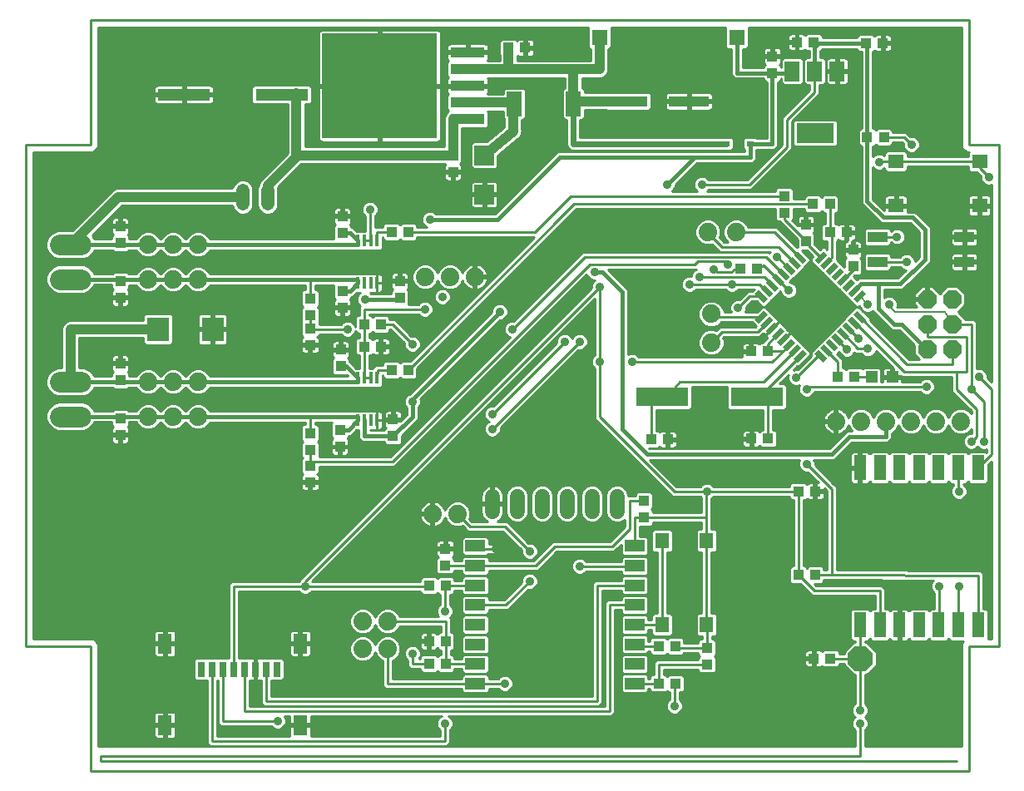
<source format=gtl>
G75*
%MOIN*%
%OFA0B0*%
%FSLAX25Y25*%
%IPPOS*%
%LPD*%
%AMOC8*
5,1,8,0,0,1.08239X$1,22.5*
%
%ADD10C,0.01000*%
%ADD11R,0.03937X0.04331*%
%ADD12R,0.04724X0.04724*%
%ADD13R,0.21000X0.07600*%
%ADD14R,0.04331X0.03937*%
%ADD15R,0.05000X0.02200*%
%ADD16R,0.02200X0.05000*%
%ADD17OC8,0.07400*%
%ADD18R,0.07874X0.04331*%
%ADD19R,0.01575X0.04724*%
%ADD20R,0.07874X0.07874*%
%ADD21R,0.05900X0.07900*%
%ADD22R,0.15000X0.07900*%
%ADD23R,0.13800X0.04100*%
%ADD24R,0.45900X0.42000*%
%ADD25R,0.05906X0.09843*%
%ADD26C,0.07400*%
%ADD27R,0.06299X0.05512*%
%ADD28R,0.03150X0.02362*%
%ADD29R,0.16000X0.04300*%
%ADD30C,0.08400*%
%ADD31C,0.05400*%
%ADD32R,0.07874X0.04724*%
%ADD33C,0.06000*%
%ADD34R,0.05512X0.06299*%
%ADD35R,0.21100X0.04700*%
%ADD36R,0.08900X0.09800*%
%ADD37R,0.05709X0.07874*%
%ADD38R,0.03150X0.05906*%
%ADD39OC8,0.10000*%
%ADD40R,0.05000X0.10000*%
%ADD41C,0.22000*%
%ADD42C,0.03569*%
%ADD43C,0.00800*%
%ADD44C,0.01600*%
%ADD45C,0.04000*%
%ADD46R,0.06496X0.06496*%
%ADD47C,0.02400*%
D10*
X0055827Y0055531D02*
X0407827Y0055531D01*
X0407827Y0105531D01*
X0419827Y0105531D01*
X0419827Y0306531D01*
X0407827Y0306531D01*
X0407827Y0356531D01*
X0055827Y0356531D01*
X0055827Y0306531D01*
X0029827Y0306531D01*
X0029827Y0105531D01*
X0055827Y0105531D01*
X0055827Y0055531D01*
X0059827Y0059531D02*
X0059827Y0061531D01*
X0364127Y0061531D01*
X0364127Y0074531D01*
X0367411Y0074493D02*
X0404827Y0074493D01*
X0404827Y0075491D02*
X0367284Y0075491D01*
X0367411Y0075185D02*
X0366911Y0076392D01*
X0366121Y0077181D01*
X0366911Y0077971D01*
X0367411Y0079178D01*
X0367411Y0080485D01*
X0366911Y0081692D01*
X0366227Y0082376D01*
X0366227Y0094031D01*
X0366919Y0094031D01*
X0370727Y0097839D01*
X0370727Y0103224D01*
X0366919Y0107031D01*
X0366205Y0107031D01*
X0366205Y0107535D01*
X0367326Y0107535D01*
X0368142Y0108351D01*
X0368957Y0107535D01*
X0375200Y0107535D01*
X0376079Y0108414D01*
X0376079Y0108415D01*
X0376252Y0108114D01*
X0376532Y0107835D01*
X0376874Y0107637D01*
X0377255Y0107535D01*
X0379453Y0107535D01*
X0379453Y0113535D01*
X0380453Y0113535D01*
X0380453Y0107535D01*
X0382650Y0107535D01*
X0383032Y0107637D01*
X0383374Y0107835D01*
X0383653Y0108114D01*
X0383827Y0108415D01*
X0383827Y0108414D01*
X0384705Y0107535D01*
X0390948Y0107535D01*
X0391764Y0108351D01*
X0392579Y0107535D01*
X0398822Y0107535D01*
X0399638Y0108351D01*
X0400453Y0107535D01*
X0405588Y0107535D01*
X0405283Y0107231D01*
X0404827Y0106128D01*
X0404827Y0065531D01*
X0366127Y0065531D01*
X0366127Y0071887D01*
X0366911Y0072671D01*
X0367411Y0073878D01*
X0367411Y0075185D01*
X0366813Y0076490D02*
X0404827Y0076490D01*
X0404827Y0077488D02*
X0366428Y0077488D01*
X0367125Y0078487D02*
X0404827Y0078487D01*
X0404827Y0079485D02*
X0367411Y0079485D01*
X0367411Y0080484D02*
X0404827Y0080484D01*
X0404827Y0081482D02*
X0366998Y0081482D01*
X0366227Y0082481D02*
X0404827Y0082481D01*
X0404827Y0083479D02*
X0366227Y0083479D01*
X0366227Y0084478D02*
X0404827Y0084478D01*
X0404827Y0085476D02*
X0366227Y0085476D01*
X0366227Y0086475D02*
X0404827Y0086475D01*
X0404827Y0087473D02*
X0366227Y0087473D01*
X0366227Y0088472D02*
X0404827Y0088472D01*
X0404827Y0089470D02*
X0366227Y0089470D01*
X0366227Y0090469D02*
X0404827Y0090469D01*
X0404827Y0091467D02*
X0366227Y0091467D01*
X0366227Y0092466D02*
X0404827Y0092466D01*
X0404827Y0093464D02*
X0366227Y0093464D01*
X0367351Y0094463D02*
X0404827Y0094463D01*
X0404827Y0095461D02*
X0368349Y0095461D01*
X0369348Y0096460D02*
X0404827Y0096460D01*
X0404827Y0097458D02*
X0370346Y0097458D01*
X0370727Y0098457D02*
X0404827Y0098457D01*
X0404827Y0099455D02*
X0370727Y0099455D01*
X0370727Y0100454D02*
X0404827Y0100454D01*
X0404827Y0101452D02*
X0370727Y0101452D01*
X0370727Y0102451D02*
X0404827Y0102451D01*
X0404827Y0103449D02*
X0370501Y0103449D01*
X0369502Y0104448D02*
X0404827Y0104448D01*
X0404827Y0105446D02*
X0368504Y0105446D01*
X0367505Y0106445D02*
X0404958Y0106445D01*
X0405496Y0107443D02*
X0366205Y0107443D01*
X0362205Y0107443D02*
X0306492Y0107443D01*
X0306492Y0107468D02*
X0305613Y0108346D01*
X0304827Y0108346D01*
X0304827Y0109551D01*
X0306054Y0109551D01*
X0306933Y0110430D01*
X0306933Y0117972D01*
X0306054Y0118850D01*
X0304677Y0118850D01*
X0304677Y0143016D01*
X0306054Y0143016D01*
X0306933Y0143894D01*
X0306933Y0151436D01*
X0306054Y0152315D01*
X0304677Y0152315D01*
X0304677Y0164743D01*
X0304687Y0164747D01*
X0305471Y0165531D01*
X0335815Y0165531D01*
X0335815Y0164941D01*
X0336694Y0164063D01*
X0337480Y0164063D01*
X0337480Y0137697D01*
X0336890Y0137697D01*
X0336012Y0136818D01*
X0336012Y0131245D01*
X0336890Y0130366D01*
X0340317Y0130366D01*
X0344998Y0125685D01*
X0370079Y0125685D01*
X0370079Y0120535D01*
X0368957Y0120535D01*
X0368142Y0119720D01*
X0367326Y0120535D01*
X0361083Y0120535D01*
X0360205Y0119657D01*
X0360205Y0108414D01*
X0361083Y0107535D01*
X0362205Y0107535D01*
X0362205Y0107031D01*
X0361534Y0107031D01*
X0357727Y0103224D01*
X0357727Y0102531D01*
X0356039Y0102531D01*
X0356039Y0103121D01*
X0355160Y0104000D01*
X0349587Y0104000D01*
X0349027Y0103440D01*
X0348767Y0103700D01*
X0348425Y0103898D01*
X0348043Y0104000D01*
X0346165Y0104000D01*
X0346165Y0101016D01*
X0345196Y0101016D01*
X0345196Y0104000D01*
X0343317Y0104000D01*
X0342936Y0103898D01*
X0342594Y0103700D01*
X0342315Y0103421D01*
X0342117Y0103079D01*
X0342015Y0102697D01*
X0342015Y0101016D01*
X0345196Y0101016D01*
X0345196Y0100047D01*
X0346165Y0100047D01*
X0346165Y0097063D01*
X0348043Y0097063D01*
X0348425Y0097165D01*
X0348767Y0097363D01*
X0349027Y0097623D01*
X0349587Y0097063D01*
X0355160Y0097063D01*
X0356039Y0097941D01*
X0356039Y0098531D01*
X0357727Y0098531D01*
X0357727Y0097839D01*
X0361534Y0094031D01*
X0362227Y0094031D01*
X0362227Y0082576D01*
X0361343Y0081692D01*
X0360843Y0080485D01*
X0360843Y0079178D01*
X0361343Y0077971D01*
X0362132Y0077181D01*
X0361343Y0076392D01*
X0360843Y0075185D01*
X0360843Y0073878D01*
X0361343Y0072671D01*
X0362127Y0071887D01*
X0362127Y0065531D01*
X0058827Y0065531D01*
X0058827Y0106128D01*
X0058370Y0107231D01*
X0057526Y0108075D01*
X0056424Y0108531D01*
X0032827Y0108531D01*
X0032827Y0303531D01*
X0056424Y0303531D01*
X0057526Y0303988D01*
X0058370Y0304832D01*
X0058827Y0305935D01*
X0058827Y0353531D01*
X0255209Y0353531D01*
X0255079Y0353401D01*
X0255079Y0345662D01*
X0255957Y0344783D01*
X0256327Y0344783D01*
X0256327Y0340290D01*
X0226780Y0340290D01*
X0226780Y0342275D01*
X0226886Y0342169D01*
X0227228Y0341971D01*
X0227610Y0341869D01*
X0229488Y0341869D01*
X0229488Y0344853D01*
X0230457Y0344853D01*
X0230457Y0345822D01*
X0233638Y0345822D01*
X0233638Y0347504D01*
X0233536Y0347885D01*
X0233338Y0348227D01*
X0233059Y0348506D01*
X0232717Y0348704D01*
X0232335Y0348806D01*
X0230457Y0348806D01*
X0230457Y0345822D01*
X0229488Y0345822D01*
X0229488Y0348806D01*
X0227610Y0348806D01*
X0227228Y0348704D01*
X0226886Y0348506D01*
X0226626Y0348246D01*
X0226066Y0348806D01*
X0224052Y0348806D01*
X0223976Y0348838D01*
X0222583Y0348838D01*
X0222507Y0348806D01*
X0220493Y0348806D01*
X0219614Y0347927D01*
X0219614Y0342748D01*
X0219780Y0342582D01*
X0219780Y0340290D01*
X0214774Y0340290D01*
X0215003Y0340519D01*
X0215200Y0340861D01*
X0215302Y0341242D01*
X0215302Y0342990D01*
X0207402Y0342990D01*
X0207402Y0343990D01*
X0206402Y0343990D01*
X0206402Y0347040D01*
X0199805Y0347040D01*
X0199423Y0346937D01*
X0199081Y0346740D01*
X0198802Y0346461D01*
X0198605Y0346119D01*
X0198502Y0345737D01*
X0198502Y0343990D01*
X0206402Y0343990D01*
X0206402Y0342990D01*
X0198502Y0342990D01*
X0198502Y0341242D01*
X0198605Y0340861D01*
X0198802Y0340519D01*
X0199081Y0340239D01*
X0199208Y0340166D01*
X0198502Y0339461D01*
X0198502Y0334118D01*
X0199208Y0333413D01*
X0199081Y0333340D01*
X0198802Y0333061D01*
X0198605Y0332719D01*
X0198502Y0332337D01*
X0198502Y0330590D01*
X0206402Y0330590D01*
X0206402Y0329590D01*
X0198502Y0329590D01*
X0198502Y0327842D01*
X0198605Y0327461D01*
X0198802Y0327119D01*
X0199081Y0326839D01*
X0199208Y0326766D01*
X0198502Y0326061D01*
X0198502Y0320718D01*
X0199181Y0320040D01*
X0198502Y0319361D01*
X0198502Y0319044D01*
X0198130Y0318672D01*
X0197598Y0317386D01*
X0197598Y0305735D01*
X0141827Y0305735D01*
X0141827Y0322681D01*
X0143598Y0322681D01*
X0144477Y0323560D01*
X0144477Y0329503D01*
X0143598Y0330381D01*
X0139385Y0330381D01*
X0139023Y0330531D01*
X0137631Y0330531D01*
X0137268Y0330381D01*
X0121255Y0330381D01*
X0120377Y0329503D01*
X0120377Y0323560D01*
X0121255Y0322681D01*
X0134827Y0322681D01*
X0134827Y0303185D01*
X0123860Y0292218D01*
X0123327Y0290931D01*
X0123327Y0290671D01*
X0123266Y0290610D01*
X0122627Y0289067D01*
X0122627Y0281996D01*
X0123266Y0280452D01*
X0124448Y0279271D01*
X0125991Y0278631D01*
X0127662Y0278631D01*
X0129206Y0279271D01*
X0130387Y0280452D01*
X0131027Y0281996D01*
X0131027Y0289067D01*
X0130904Y0289363D01*
X0140277Y0298735D01*
X0198035Y0298735D01*
X0197929Y0298629D01*
X0197731Y0298287D01*
X0197629Y0297905D01*
X0197629Y0296027D01*
X0200613Y0296027D01*
X0200613Y0295058D01*
X0197629Y0295058D01*
X0197629Y0293180D01*
X0197731Y0292798D01*
X0197929Y0292456D01*
X0198208Y0292177D01*
X0198550Y0291979D01*
X0198932Y0291877D01*
X0200613Y0291877D01*
X0200613Y0295058D01*
X0201582Y0295058D01*
X0201582Y0296027D01*
X0204566Y0296027D01*
X0204566Y0297905D01*
X0204464Y0298287D01*
X0204266Y0298629D01*
X0204006Y0298889D01*
X0204566Y0299449D01*
X0204566Y0301463D01*
X0204598Y0301539D01*
X0204598Y0313140D01*
X0214424Y0313140D01*
X0215302Y0314018D01*
X0215302Y0319361D01*
X0214774Y0319890D01*
X0221262Y0319890D01*
X0221262Y0317341D01*
X0221709Y0316894D01*
X0221709Y0313494D01*
X0214692Y0307686D01*
X0209053Y0307686D01*
X0208175Y0306808D01*
X0208175Y0297691D01*
X0209053Y0296812D01*
X0218170Y0296812D01*
X0219049Y0297691D01*
X0219049Y0302206D01*
X0227035Y0308815D01*
X0227192Y0308880D01*
X0227568Y0309256D01*
X0227977Y0309595D01*
X0228057Y0309745D01*
X0228177Y0309864D01*
X0228380Y0310355D01*
X0228629Y0310825D01*
X0228645Y0310994D01*
X0228709Y0311151D01*
X0228709Y0311682D01*
X0228759Y0312211D01*
X0228709Y0312374D01*
X0228709Y0316463D01*
X0229289Y0316463D01*
X0230168Y0317341D01*
X0230168Y0328427D01*
X0229289Y0329305D01*
X0222141Y0329305D01*
X0221262Y0328427D01*
X0221262Y0326890D01*
X0214774Y0326890D01*
X0215003Y0327119D01*
X0215200Y0327461D01*
X0215302Y0327842D01*
X0215302Y0329590D01*
X0207402Y0329590D01*
X0207402Y0330590D01*
X0215302Y0330590D01*
X0215302Y0332337D01*
X0215200Y0332719D01*
X0215003Y0333061D01*
X0214774Y0333290D01*
X0245837Y0333290D01*
X0245837Y0329305D01*
X0245763Y0329305D01*
X0244884Y0328427D01*
X0244884Y0324777D01*
X0244854Y0324708D01*
X0244853Y0324666D01*
X0244837Y0324628D01*
X0244837Y0323972D01*
X0244822Y0323316D01*
X0244837Y0323277D01*
X0244837Y0323235D01*
X0244884Y0323121D01*
X0244884Y0317341D01*
X0245763Y0316463D01*
X0246637Y0316463D01*
X0246637Y0306364D01*
X0247048Y0305371D01*
X0247808Y0304612D01*
X0248800Y0304201D01*
X0311009Y0304201D01*
X0311055Y0304220D01*
X0312669Y0304220D01*
X0313547Y0305098D01*
X0313547Y0308703D01*
X0312669Y0309582D01*
X0311055Y0309582D01*
X0311009Y0309601D01*
X0252037Y0309601D01*
X0252037Y0316463D01*
X0252911Y0316463D01*
X0253790Y0317341D01*
X0253790Y0320431D01*
X0262255Y0320431D01*
X0262405Y0320281D01*
X0279648Y0320281D01*
X0280527Y0321160D01*
X0280527Y0326703D01*
X0279648Y0327581D01*
X0262405Y0327581D01*
X0262255Y0327431D01*
X0253790Y0327431D01*
X0253790Y0328427D01*
X0252911Y0329305D01*
X0252837Y0329305D01*
X0252837Y0333290D01*
X0260523Y0333290D01*
X0261809Y0333822D01*
X0262794Y0334807D01*
X0263327Y0336093D01*
X0263327Y0344783D01*
X0263696Y0344783D01*
X0264575Y0345662D01*
X0264575Y0353401D01*
X0264444Y0353531D01*
X0310209Y0353531D01*
X0310079Y0353401D01*
X0310079Y0345662D01*
X0310957Y0344783D01*
X0312527Y0344783D01*
X0312527Y0334332D01*
X0313874Y0332985D01*
X0325558Y0332985D01*
X0325558Y0332498D01*
X0326437Y0331620D01*
X0326727Y0331620D01*
X0326727Y0309201D01*
X0322892Y0309201D01*
X0322511Y0309582D01*
X0318119Y0309582D01*
X0317240Y0308703D01*
X0317240Y0305098D01*
X0318015Y0304323D01*
X0318015Y0303831D01*
X0242874Y0303831D01*
X0217874Y0278831D01*
X0194171Y0278831D01*
X0193687Y0279316D01*
X0192480Y0279816D01*
X0191173Y0279816D01*
X0189966Y0279316D01*
X0189043Y0278392D01*
X0188543Y0277185D01*
X0188543Y0275878D01*
X0189043Y0274671D01*
X0189966Y0273747D01*
X0190487Y0273531D01*
X0186642Y0273531D01*
X0186642Y0274318D01*
X0185763Y0275197D01*
X0180583Y0275197D01*
X0179827Y0274440D01*
X0179070Y0275197D01*
X0173890Y0275197D01*
X0173012Y0274318D01*
X0173012Y0273531D01*
X0169837Y0273531D01*
X0169827Y0273521D01*
X0169827Y0277887D01*
X0170611Y0278671D01*
X0171111Y0279878D01*
X0171111Y0281185D01*
X0170611Y0282392D01*
X0169687Y0283316D01*
X0168480Y0283816D01*
X0167173Y0283816D01*
X0165966Y0283316D01*
X0165043Y0282392D01*
X0164543Y0281185D01*
X0164543Y0279878D01*
X0165043Y0278671D01*
X0165827Y0277887D01*
X0165827Y0271884D01*
X0162379Y0271884D01*
X0162126Y0272138D01*
X0160778Y0273485D01*
X0160295Y0273485D01*
X0160295Y0273972D01*
X0159735Y0274531D01*
X0159996Y0274791D01*
X0160193Y0275133D01*
X0160295Y0275515D01*
X0160295Y0277394D01*
X0157311Y0277394D01*
X0157311Y0278362D01*
X0160295Y0278362D01*
X0160295Y0280241D01*
X0160193Y0280622D01*
X0159996Y0280964D01*
X0159716Y0281243D01*
X0159374Y0281441D01*
X0158993Y0281543D01*
X0157311Y0281543D01*
X0157311Y0278362D01*
X0156342Y0278362D01*
X0156342Y0277394D01*
X0153358Y0277394D01*
X0153358Y0275515D01*
X0153460Y0275133D01*
X0153658Y0274791D01*
X0153918Y0274531D01*
X0153358Y0273972D01*
X0153358Y0268831D01*
X0103503Y0268831D01*
X0103235Y0269477D01*
X0101772Y0270940D01*
X0099861Y0271731D01*
X0097792Y0271731D01*
X0095881Y0270940D01*
X0094418Y0269477D01*
X0094151Y0268831D01*
X0093503Y0268831D01*
X0093235Y0269477D01*
X0091772Y0270940D01*
X0089861Y0271731D01*
X0087792Y0271731D01*
X0085881Y0270940D01*
X0084418Y0269477D01*
X0084151Y0268831D01*
X0083503Y0268831D01*
X0083235Y0269477D01*
X0081772Y0270940D01*
X0079861Y0271731D01*
X0077792Y0271731D01*
X0075881Y0270940D01*
X0074418Y0269477D01*
X0074151Y0268831D01*
X0071295Y0268831D01*
X0071295Y0269972D01*
X0070735Y0270531D01*
X0070996Y0270791D01*
X0071193Y0271133D01*
X0071295Y0271515D01*
X0071295Y0273394D01*
X0068311Y0273394D01*
X0068311Y0274362D01*
X0071295Y0274362D01*
X0071295Y0276241D01*
X0071193Y0276622D01*
X0070996Y0276964D01*
X0070716Y0277243D01*
X0070374Y0277441D01*
X0069993Y0277543D01*
X0068311Y0277543D01*
X0068311Y0274362D01*
X0067342Y0274362D01*
X0067342Y0273394D01*
X0064358Y0273394D01*
X0064358Y0271515D01*
X0064460Y0271133D01*
X0064658Y0270791D01*
X0064918Y0270531D01*
X0064358Y0269972D01*
X0064358Y0268721D01*
X0057244Y0268721D01*
X0056859Y0269650D01*
X0056432Y0270077D01*
X0068387Y0282031D01*
X0112627Y0282031D01*
X0112627Y0281996D01*
X0113266Y0280452D01*
X0114448Y0279271D01*
X0115991Y0278631D01*
X0117662Y0278631D01*
X0119206Y0279271D01*
X0120387Y0280452D01*
X0121027Y0281996D01*
X0121027Y0289067D01*
X0120387Y0290610D01*
X0119206Y0291792D01*
X0117662Y0292431D01*
X0115991Y0292431D01*
X0114448Y0291792D01*
X0113266Y0290610D01*
X0112627Y0289067D01*
X0112627Y0289031D01*
X0066241Y0289031D01*
X0064954Y0288498D01*
X0048577Y0272121D01*
X0042493Y0272121D01*
X0040398Y0271253D01*
X0038795Y0269650D01*
X0037927Y0267555D01*
X0037927Y0265287D01*
X0038795Y0263192D01*
X0040398Y0261589D01*
X0042493Y0260721D01*
X0053161Y0260721D01*
X0055256Y0261589D01*
X0056859Y0263192D01*
X0057244Y0264121D01*
X0064635Y0264121D01*
X0065237Y0263520D01*
X0070417Y0263520D01*
X0071128Y0264231D01*
X0074151Y0264231D01*
X0074418Y0263586D01*
X0075881Y0262123D01*
X0077792Y0261331D01*
X0079861Y0261331D01*
X0081772Y0262123D01*
X0083235Y0263586D01*
X0083503Y0264231D01*
X0084151Y0264231D01*
X0084418Y0263586D01*
X0085881Y0262123D01*
X0087792Y0261331D01*
X0089861Y0261331D01*
X0091772Y0262123D01*
X0093235Y0263586D01*
X0093503Y0264231D01*
X0094151Y0264231D01*
X0094418Y0263586D01*
X0095881Y0262123D01*
X0097792Y0261331D01*
X0099861Y0261331D01*
X0101772Y0262123D01*
X0103235Y0263586D01*
X0103503Y0264231D01*
X0161508Y0264231D01*
X0161579Y0264160D01*
X0172074Y0264160D01*
X0172953Y0265039D01*
X0172953Y0269531D01*
X0173012Y0269531D01*
X0173012Y0268745D01*
X0173890Y0267866D01*
X0179070Y0267866D01*
X0179827Y0268623D01*
X0180583Y0267866D01*
X0185763Y0267866D01*
X0186642Y0268745D01*
X0186642Y0269531D01*
X0233628Y0269531D01*
X0183971Y0219874D01*
X0180544Y0219874D01*
X0179787Y0219117D01*
X0179031Y0219874D01*
X0173851Y0219874D01*
X0172972Y0218995D01*
X0172972Y0218208D01*
X0170840Y0218208D01*
X0170054Y0218241D01*
X0170018Y0218208D01*
X0169970Y0218208D01*
X0169414Y0217652D01*
X0168835Y0217120D01*
X0168833Y0217071D01*
X0168798Y0217037D01*
X0168798Y0216884D01*
X0167480Y0216884D01*
X0167480Y0222063D01*
X0168267Y0222063D01*
X0168827Y0222623D01*
X0169087Y0222363D01*
X0169429Y0222165D01*
X0169810Y0222063D01*
X0171689Y0222063D01*
X0171689Y0225047D01*
X0172657Y0225047D01*
X0172657Y0222063D01*
X0174536Y0222063D01*
X0174918Y0222165D01*
X0175260Y0222363D01*
X0175539Y0222642D01*
X0175736Y0222984D01*
X0175839Y0223365D01*
X0175839Y0225047D01*
X0172658Y0225047D01*
X0172658Y0226016D01*
X0175839Y0226016D01*
X0175839Y0227697D01*
X0175736Y0228079D01*
X0175539Y0228421D01*
X0175260Y0228700D01*
X0174918Y0228898D01*
X0174536Y0229000D01*
X0172657Y0229000D01*
X0172657Y0226016D01*
X0171689Y0226016D01*
X0171689Y0229000D01*
X0169810Y0229000D01*
X0169429Y0228898D01*
X0169087Y0228700D01*
X0168827Y0228440D01*
X0168267Y0229000D01*
X0167480Y0229000D01*
X0167480Y0230866D01*
X0168070Y0230866D01*
X0168827Y0231623D01*
X0169583Y0230866D01*
X0174763Y0230866D01*
X0175642Y0231745D01*
X0175642Y0232531D01*
X0175998Y0232531D01*
X0181543Y0226987D01*
X0181543Y0225878D01*
X0182043Y0224671D01*
X0182966Y0223747D01*
X0184173Y0223247D01*
X0185480Y0223247D01*
X0186687Y0223747D01*
X0187611Y0224671D01*
X0188111Y0225878D01*
X0188111Y0227185D01*
X0187611Y0228392D01*
X0186687Y0229316D01*
X0185480Y0229816D01*
X0184371Y0229816D01*
X0178827Y0235360D01*
X0177655Y0236531D01*
X0175642Y0236531D01*
X0175642Y0237318D01*
X0174763Y0238197D01*
X0169583Y0238197D01*
X0168827Y0237440D01*
X0168070Y0238197D01*
X0167480Y0238197D01*
X0167480Y0238531D01*
X0187182Y0238531D01*
X0187966Y0237747D01*
X0189173Y0237247D01*
X0190480Y0237247D01*
X0191687Y0237747D01*
X0192611Y0238671D01*
X0193111Y0239878D01*
X0193111Y0241185D01*
X0192611Y0242392D01*
X0191687Y0243316D01*
X0190480Y0243816D01*
X0189173Y0243816D01*
X0187966Y0243316D01*
X0187182Y0242531D01*
X0183295Y0242531D01*
X0183295Y0247972D01*
X0182735Y0248531D01*
X0182996Y0248791D01*
X0183193Y0249133D01*
X0183295Y0249515D01*
X0183295Y0251394D01*
X0180311Y0251394D01*
X0180311Y0252362D01*
X0183295Y0252362D01*
X0183295Y0254241D01*
X0183193Y0254622D01*
X0182996Y0254964D01*
X0182716Y0255243D01*
X0182374Y0255441D01*
X0181993Y0255543D01*
X0180311Y0255543D01*
X0180311Y0252362D01*
X0179342Y0252362D01*
X0179342Y0251394D01*
X0176358Y0251394D01*
X0176358Y0249515D01*
X0176460Y0249133D01*
X0176658Y0248791D01*
X0176918Y0248531D01*
X0176358Y0247972D01*
X0176358Y0246831D01*
X0168171Y0246831D01*
X0167825Y0247178D01*
X0169515Y0247178D01*
X0169550Y0247213D01*
X0169680Y0247178D01*
X0170665Y0247178D01*
X0170665Y0251040D01*
X0170665Y0251040D01*
X0170665Y0247178D01*
X0171650Y0247178D01*
X0172032Y0247280D01*
X0172374Y0247478D01*
X0172653Y0247757D01*
X0172851Y0248099D01*
X0172953Y0248481D01*
X0172953Y0251040D01*
X0170665Y0251040D01*
X0170665Y0251040D01*
X0170665Y0251041D02*
X0170665Y0254903D01*
X0169680Y0254903D01*
X0169550Y0254868D01*
X0169515Y0254903D01*
X0161579Y0254903D01*
X0161508Y0254831D01*
X0103503Y0254831D01*
X0103235Y0255477D01*
X0101772Y0256940D01*
X0099861Y0257731D01*
X0097792Y0257731D01*
X0095881Y0256940D01*
X0094418Y0255477D01*
X0094151Y0254831D01*
X0093503Y0254831D01*
X0093235Y0255477D01*
X0091772Y0256940D01*
X0089861Y0257731D01*
X0087792Y0257731D01*
X0085881Y0256940D01*
X0084418Y0255477D01*
X0084151Y0254831D01*
X0083503Y0254831D01*
X0083235Y0255477D01*
X0081772Y0256940D01*
X0079861Y0257731D01*
X0077792Y0257731D01*
X0075881Y0256940D01*
X0074418Y0255477D01*
X0074151Y0254831D01*
X0071128Y0254831D01*
X0070417Y0255543D01*
X0065237Y0255543D01*
X0064635Y0254942D01*
X0057244Y0254942D01*
X0056859Y0255870D01*
X0055256Y0257474D01*
X0053161Y0258342D01*
X0042493Y0258342D01*
X0040398Y0257474D01*
X0038795Y0255870D01*
X0037927Y0253775D01*
X0037927Y0251508D01*
X0038795Y0249413D01*
X0040398Y0247809D01*
X0042493Y0246942D01*
X0053161Y0246942D01*
X0055256Y0247809D01*
X0056859Y0249413D01*
X0057244Y0250342D01*
X0064358Y0250342D01*
X0064358Y0249091D01*
X0064918Y0248531D01*
X0064658Y0248271D01*
X0064460Y0247929D01*
X0064358Y0247548D01*
X0064358Y0245669D01*
X0067342Y0245669D01*
X0067342Y0244701D01*
X0064358Y0244701D01*
X0064358Y0242822D01*
X0064460Y0242441D01*
X0064658Y0242098D01*
X0064937Y0241819D01*
X0065279Y0241622D01*
X0065661Y0241520D01*
X0067342Y0241520D01*
X0067342Y0244701D01*
X0068311Y0244701D01*
X0068311Y0245669D01*
X0071295Y0245669D01*
X0071295Y0247548D01*
X0071193Y0247929D01*
X0070996Y0248271D01*
X0070735Y0248531D01*
X0071295Y0249091D01*
X0071295Y0250231D01*
X0074151Y0250231D01*
X0074418Y0249586D01*
X0075881Y0248123D01*
X0077792Y0247331D01*
X0079861Y0247331D01*
X0081772Y0248123D01*
X0083235Y0249586D01*
X0083503Y0250231D01*
X0084151Y0250231D01*
X0084418Y0249586D01*
X0085881Y0248123D01*
X0087792Y0247331D01*
X0089861Y0247331D01*
X0091772Y0248123D01*
X0093235Y0249586D01*
X0093503Y0250231D01*
X0094151Y0250231D01*
X0094418Y0249586D01*
X0095881Y0248123D01*
X0097792Y0247331D01*
X0099861Y0247331D01*
X0101772Y0248123D01*
X0103235Y0249586D01*
X0103503Y0250231D01*
X0141827Y0250231D01*
X0141827Y0248346D01*
X0141040Y0248346D01*
X0140161Y0247468D01*
X0140161Y0242288D01*
X0140918Y0241531D01*
X0140161Y0240775D01*
X0140161Y0235595D01*
X0140225Y0235531D01*
X0140161Y0235468D01*
X0140161Y0230288D01*
X0140966Y0229484D01*
X0140740Y0229354D01*
X0140461Y0229074D01*
X0140264Y0228732D01*
X0140161Y0228351D01*
X0140161Y0226669D01*
X0143342Y0226669D01*
X0143342Y0225701D01*
X0140161Y0225701D01*
X0140161Y0224019D01*
X0140264Y0223637D01*
X0140461Y0223295D01*
X0140740Y0223016D01*
X0141082Y0222819D01*
X0141464Y0222716D01*
X0143342Y0222716D01*
X0143342Y0225701D01*
X0144311Y0225701D01*
X0144311Y0226669D01*
X0147492Y0226669D01*
X0147492Y0228351D01*
X0147390Y0228732D01*
X0147192Y0229074D01*
X0146913Y0229354D01*
X0146688Y0229484D01*
X0147492Y0230288D01*
X0147492Y0230531D01*
X0156182Y0230531D01*
X0156966Y0229747D01*
X0158173Y0229247D01*
X0159480Y0229247D01*
X0160687Y0229747D01*
X0161611Y0230671D01*
X0162043Y0231714D01*
X0162890Y0230866D01*
X0163480Y0230866D01*
X0163480Y0229000D01*
X0162694Y0229000D01*
X0161815Y0228121D01*
X0161815Y0222941D01*
X0162694Y0222063D01*
X0163480Y0222063D01*
X0163480Y0216884D01*
X0162379Y0216884D01*
X0159595Y0219668D01*
X0159595Y0220472D01*
X0159035Y0221031D01*
X0159296Y0221291D01*
X0159493Y0221633D01*
X0159595Y0222015D01*
X0159595Y0223894D01*
X0156611Y0223894D01*
X0156611Y0224862D01*
X0159595Y0224862D01*
X0159595Y0226741D01*
X0159493Y0227122D01*
X0159296Y0227464D01*
X0159016Y0227743D01*
X0158674Y0227941D01*
X0158293Y0228043D01*
X0156611Y0228043D01*
X0156611Y0224862D01*
X0155642Y0224862D01*
X0155642Y0223894D01*
X0152658Y0223894D01*
X0152658Y0222015D01*
X0152760Y0221633D01*
X0152958Y0221291D01*
X0153218Y0221031D01*
X0152658Y0220472D01*
X0152658Y0214898D01*
X0153537Y0214020D01*
X0158717Y0214020D01*
X0158727Y0214030D01*
X0158926Y0213831D01*
X0103503Y0213831D01*
X0103235Y0214477D01*
X0101772Y0215940D01*
X0099861Y0216731D01*
X0097792Y0216731D01*
X0095881Y0215940D01*
X0094418Y0214477D01*
X0094151Y0213831D01*
X0093503Y0213831D01*
X0093235Y0214477D01*
X0091772Y0215940D01*
X0089861Y0216731D01*
X0087792Y0216731D01*
X0085881Y0215940D01*
X0084418Y0214477D01*
X0084151Y0213831D01*
X0083503Y0213831D01*
X0083235Y0214477D01*
X0081772Y0215940D01*
X0079861Y0216731D01*
X0077792Y0216731D01*
X0075881Y0215940D01*
X0074418Y0214477D01*
X0074105Y0213721D01*
X0071295Y0213721D01*
X0071295Y0214972D01*
X0070735Y0215531D01*
X0070996Y0215791D01*
X0071193Y0216133D01*
X0071295Y0216515D01*
X0071295Y0218394D01*
X0068311Y0218394D01*
X0068311Y0219362D01*
X0071295Y0219362D01*
X0071295Y0221241D01*
X0071193Y0221622D01*
X0070996Y0221964D01*
X0070716Y0222243D01*
X0070374Y0222441D01*
X0069993Y0222543D01*
X0068311Y0222543D01*
X0068311Y0219362D01*
X0067342Y0219362D01*
X0067342Y0218394D01*
X0064358Y0218394D01*
X0064358Y0216515D01*
X0064460Y0216133D01*
X0064658Y0215791D01*
X0064918Y0215531D01*
X0064358Y0214972D01*
X0064358Y0213721D01*
X0057244Y0213721D01*
X0056859Y0214650D01*
X0055256Y0216253D01*
X0053161Y0217121D01*
X0051327Y0217121D01*
X0051327Y0229031D01*
X0076977Y0229031D01*
X0076977Y0227010D01*
X0077855Y0226131D01*
X0087998Y0226131D01*
X0088877Y0227010D01*
X0088877Y0238053D01*
X0087998Y0238931D01*
X0077855Y0238931D01*
X0076977Y0238053D01*
X0076977Y0236031D01*
X0047131Y0236031D01*
X0045844Y0235498D01*
X0044860Y0234514D01*
X0044327Y0233228D01*
X0044327Y0217121D01*
X0042493Y0217121D01*
X0040398Y0216253D01*
X0038795Y0214650D01*
X0037927Y0212555D01*
X0037927Y0210287D01*
X0038795Y0208192D01*
X0040398Y0206589D01*
X0042493Y0205721D01*
X0053161Y0205721D01*
X0055256Y0206589D01*
X0056859Y0208192D01*
X0057244Y0209121D01*
X0064635Y0209121D01*
X0065237Y0208520D01*
X0070417Y0208520D01*
X0071018Y0209121D01*
X0074197Y0209121D01*
X0074418Y0208586D01*
X0075881Y0207123D01*
X0077792Y0206331D01*
X0079861Y0206331D01*
X0081772Y0207123D01*
X0083235Y0208586D01*
X0083503Y0209231D01*
X0084151Y0209231D01*
X0084418Y0208586D01*
X0085881Y0207123D01*
X0087792Y0206331D01*
X0089861Y0206331D01*
X0091772Y0207123D01*
X0093235Y0208586D01*
X0093503Y0209231D01*
X0094151Y0209231D01*
X0094418Y0208586D01*
X0095881Y0207123D01*
X0097792Y0206331D01*
X0099861Y0206331D01*
X0101772Y0207123D01*
X0103235Y0208586D01*
X0103503Y0209231D01*
X0161508Y0209231D01*
X0161579Y0209160D01*
X0172074Y0209160D01*
X0172953Y0210039D01*
X0172953Y0214208D01*
X0172972Y0214208D01*
X0172972Y0213422D01*
X0173851Y0212543D01*
X0179031Y0212543D01*
X0179787Y0213300D01*
X0180544Y0212543D01*
X0185724Y0212543D01*
X0186602Y0213422D01*
X0186602Y0216849D01*
X0250405Y0280651D01*
X0330061Y0280651D01*
X0330061Y0276695D01*
X0330940Y0275816D01*
X0331727Y0275816D01*
X0331727Y0275756D01*
X0339058Y0268425D01*
X0339058Y0265322D01*
X0338954Y0265322D01*
X0331917Y0272360D01*
X0330745Y0273531D01*
X0319327Y0273531D01*
X0318935Y0274477D01*
X0317472Y0275940D01*
X0315561Y0276731D01*
X0313492Y0276731D01*
X0311581Y0275940D01*
X0310118Y0274477D01*
X0309327Y0272566D01*
X0309327Y0270497D01*
X0310118Y0268586D01*
X0311173Y0267531D01*
X0309655Y0267531D01*
X0307847Y0269339D01*
X0308327Y0270497D01*
X0308327Y0272566D01*
X0307535Y0274477D01*
X0306072Y0275940D01*
X0304161Y0276731D01*
X0302092Y0276731D01*
X0300181Y0275940D01*
X0298718Y0274477D01*
X0297927Y0272566D01*
X0297927Y0270497D01*
X0298718Y0268586D01*
X0300181Y0267123D01*
X0302092Y0266331D01*
X0304161Y0266331D01*
X0304895Y0266635D01*
X0307998Y0263531D01*
X0328182Y0263531D01*
X0328043Y0263392D01*
X0327890Y0263024D01*
X0327382Y0263531D01*
X0252998Y0263531D01*
X0251827Y0262360D01*
X0225283Y0235816D01*
X0224173Y0235816D01*
X0222966Y0235316D01*
X0222043Y0234392D01*
X0221543Y0233185D01*
X0221543Y0231878D01*
X0222043Y0230671D01*
X0222966Y0229747D01*
X0223849Y0229382D01*
X0175998Y0181531D01*
X0147428Y0181531D01*
X0147492Y0181595D01*
X0147492Y0186775D01*
X0146735Y0187531D01*
X0147492Y0188288D01*
X0147492Y0193468D01*
X0146613Y0194346D01*
X0145827Y0194346D01*
X0145827Y0195231D01*
X0152625Y0195231D01*
X0152358Y0194964D01*
X0152358Y0189391D01*
X0152918Y0188831D01*
X0152658Y0188571D01*
X0152460Y0188229D01*
X0152358Y0187848D01*
X0152358Y0185969D01*
X0155342Y0185969D01*
X0155342Y0185001D01*
X0152358Y0185001D01*
X0152358Y0183122D01*
X0152460Y0182741D01*
X0152658Y0182398D01*
X0152937Y0182119D01*
X0153279Y0181922D01*
X0153661Y0181820D01*
X0155342Y0181820D01*
X0155342Y0185001D01*
X0156311Y0185001D01*
X0156311Y0185969D01*
X0159295Y0185969D01*
X0159295Y0187848D01*
X0159193Y0188229D01*
X0158996Y0188571D01*
X0158735Y0188831D01*
X0159295Y0189391D01*
X0159295Y0189878D01*
X0160078Y0189878D01*
X0161426Y0191225D01*
X0162379Y0192178D01*
X0163247Y0192178D01*
X0163247Y0188732D01*
X0164595Y0187385D01*
X0173558Y0187385D01*
X0173558Y0186898D01*
X0174437Y0186020D01*
X0179617Y0186020D01*
X0180495Y0186898D01*
X0180495Y0189901D01*
X0185779Y0195185D01*
X0187127Y0196532D01*
X0187127Y0201187D01*
X0187611Y0201671D01*
X0188111Y0202878D01*
X0188111Y0204185D01*
X0188000Y0204452D01*
X0219795Y0236247D01*
X0220480Y0236247D01*
X0221687Y0236747D01*
X0222611Y0237671D01*
X0223111Y0238878D01*
X0223111Y0240185D01*
X0222611Y0241392D01*
X0221687Y0242316D01*
X0220480Y0242816D01*
X0219173Y0242816D01*
X0217966Y0242316D01*
X0217043Y0241392D01*
X0216543Y0240185D01*
X0216543Y0239500D01*
X0183635Y0206593D01*
X0182966Y0206316D01*
X0182043Y0205392D01*
X0181543Y0204185D01*
X0181543Y0202878D01*
X0182043Y0201671D01*
X0182527Y0201187D01*
X0182527Y0198438D01*
X0179983Y0195894D01*
X0177511Y0195894D01*
X0177511Y0196862D01*
X0180495Y0196862D01*
X0180495Y0198741D01*
X0180393Y0199122D01*
X0180196Y0199464D01*
X0179916Y0199743D01*
X0179574Y0199941D01*
X0179193Y0200043D01*
X0177511Y0200043D01*
X0177511Y0196862D01*
X0176542Y0196862D01*
X0176542Y0195894D01*
X0173558Y0195894D01*
X0173558Y0194015D01*
X0173660Y0193633D01*
X0173858Y0193291D01*
X0174118Y0193031D01*
X0173558Y0192472D01*
X0173558Y0191985D01*
X0167847Y0191985D01*
X0167847Y0192178D01*
X0169515Y0192178D01*
X0169550Y0192213D01*
X0169680Y0192178D01*
X0170665Y0192178D01*
X0170665Y0196040D01*
X0170665Y0196040D01*
X0170665Y0192178D01*
X0171650Y0192178D01*
X0172032Y0192280D01*
X0172374Y0192478D01*
X0172653Y0192757D01*
X0172851Y0193099D01*
X0172953Y0193481D01*
X0172953Y0196040D01*
X0170665Y0196040D01*
X0170665Y0196040D01*
X0170665Y0196041D02*
X0170665Y0199903D01*
X0169680Y0199903D01*
X0169550Y0199868D01*
X0169515Y0199903D01*
X0161579Y0199903D01*
X0161508Y0199831D01*
X0103503Y0199831D01*
X0103235Y0200477D01*
X0101772Y0201940D01*
X0099861Y0202731D01*
X0097792Y0202731D01*
X0095881Y0201940D01*
X0094418Y0200477D01*
X0094151Y0199831D01*
X0093503Y0199831D01*
X0093235Y0200477D01*
X0091772Y0201940D01*
X0089861Y0202731D01*
X0087792Y0202731D01*
X0085881Y0201940D01*
X0084418Y0200477D01*
X0084151Y0199831D01*
X0083503Y0199831D01*
X0083235Y0200477D01*
X0081772Y0201940D01*
X0079861Y0202731D01*
X0077792Y0202731D01*
X0075881Y0201940D01*
X0074418Y0200477D01*
X0074197Y0199942D01*
X0071018Y0199942D01*
X0070417Y0200543D01*
X0065237Y0200543D01*
X0064635Y0199942D01*
X0057244Y0199942D01*
X0056859Y0200870D01*
X0055256Y0202474D01*
X0053161Y0203342D01*
X0042493Y0203342D01*
X0040398Y0202474D01*
X0038795Y0200870D01*
X0037927Y0198775D01*
X0037927Y0196508D01*
X0038795Y0194413D01*
X0040398Y0192809D01*
X0042493Y0191942D01*
X0053161Y0191942D01*
X0055256Y0192809D01*
X0056859Y0194413D01*
X0057244Y0195342D01*
X0064358Y0195342D01*
X0064358Y0194091D01*
X0064918Y0193531D01*
X0064658Y0193271D01*
X0064460Y0192929D01*
X0064358Y0192548D01*
X0064358Y0190669D01*
X0067342Y0190669D01*
X0067342Y0189701D01*
X0064358Y0189701D01*
X0064358Y0187822D01*
X0064460Y0187441D01*
X0064658Y0187098D01*
X0064937Y0186819D01*
X0065279Y0186622D01*
X0065661Y0186520D01*
X0067342Y0186520D01*
X0067342Y0189701D01*
X0068311Y0189701D01*
X0068311Y0190669D01*
X0071295Y0190669D01*
X0071295Y0192548D01*
X0071193Y0192929D01*
X0070996Y0193271D01*
X0070735Y0193531D01*
X0071295Y0194091D01*
X0071295Y0195342D01*
X0074105Y0195342D01*
X0074418Y0194586D01*
X0075881Y0193123D01*
X0077792Y0192331D01*
X0079861Y0192331D01*
X0081772Y0193123D01*
X0083235Y0194586D01*
X0083503Y0195231D01*
X0084151Y0195231D01*
X0084418Y0194586D01*
X0085881Y0193123D01*
X0087792Y0192331D01*
X0089861Y0192331D01*
X0091772Y0193123D01*
X0093235Y0194586D01*
X0093503Y0195231D01*
X0094151Y0195231D01*
X0094418Y0194586D01*
X0095881Y0193123D01*
X0097792Y0192331D01*
X0099861Y0192331D01*
X0101772Y0193123D01*
X0103235Y0194586D01*
X0103503Y0195231D01*
X0141827Y0195231D01*
X0141827Y0194346D01*
X0141040Y0194346D01*
X0140161Y0193468D01*
X0140161Y0188288D01*
X0140918Y0187531D01*
X0140161Y0186775D01*
X0140161Y0181595D01*
X0140725Y0181031D01*
X0140161Y0180468D01*
X0140161Y0175288D01*
X0140966Y0174484D01*
X0140740Y0174354D01*
X0140461Y0174074D01*
X0140264Y0173732D01*
X0140161Y0173351D01*
X0140161Y0171669D01*
X0143342Y0171669D01*
X0143342Y0170701D01*
X0140161Y0170701D01*
X0140161Y0169019D01*
X0140264Y0168637D01*
X0140461Y0168295D01*
X0140740Y0168016D01*
X0141082Y0167819D01*
X0141464Y0167716D01*
X0143342Y0167716D01*
X0143342Y0170701D01*
X0144311Y0170701D01*
X0144311Y0171669D01*
X0147492Y0171669D01*
X0147492Y0173351D01*
X0147390Y0173732D01*
X0147192Y0174074D01*
X0146913Y0174354D01*
X0146688Y0174484D01*
X0147492Y0175288D01*
X0147492Y0177531D01*
X0177655Y0177531D01*
X0254677Y0254553D01*
X0255043Y0253671D01*
X0255966Y0252747D01*
X0257173Y0252247D01*
X0257898Y0252247D01*
X0257043Y0251392D01*
X0256543Y0250185D01*
X0256543Y0249075D01*
X0140998Y0133531D01*
X0139827Y0132360D01*
X0139827Y0132176D01*
X0139182Y0131531D01*
X0112305Y0131531D01*
X0111134Y0130360D01*
X0111134Y0100748D01*
X0097946Y0100748D01*
X0097067Y0099869D01*
X0097067Y0092721D01*
X0097946Y0091842D01*
X0102472Y0091842D01*
X0102472Y0066703D01*
X0103644Y0065531D01*
X0198655Y0065531D01*
X0199827Y0066703D01*
X0199827Y0071887D01*
X0200611Y0072671D01*
X0201111Y0073878D01*
X0201111Y0075185D01*
X0200611Y0076392D01*
X0199687Y0077316D01*
X0199166Y0077531D01*
X0264655Y0077531D01*
X0265827Y0078703D01*
X0265827Y0120035D01*
X0268390Y0120035D01*
X0268390Y0119052D01*
X0269268Y0118173D01*
X0278385Y0118173D01*
X0279264Y0119052D01*
X0279264Y0125019D01*
X0278385Y0125897D01*
X0269268Y0125897D01*
X0268390Y0125019D01*
X0268390Y0124035D01*
X0262998Y0124035D01*
X0261827Y0122864D01*
X0261827Y0081531D01*
X0119465Y0081531D01*
X0119465Y0091842D01*
X0119661Y0091842D01*
X0119737Y0091919D01*
X0120023Y0091842D01*
X0121508Y0091842D01*
X0121508Y0096008D01*
X0122083Y0096008D01*
X0122083Y0091842D01*
X0123568Y0091842D01*
X0123853Y0091919D01*
X0123930Y0091842D01*
X0124126Y0091842D01*
X0124126Y0082703D01*
X0125298Y0081531D01*
X0259655Y0081531D01*
X0260827Y0082703D01*
X0260827Y0127909D01*
X0268390Y0127909D01*
X0268390Y0126926D01*
X0269268Y0126047D01*
X0278385Y0126047D01*
X0279264Y0126926D01*
X0279264Y0132893D01*
X0278385Y0133771D01*
X0269268Y0133771D01*
X0268390Y0132893D01*
X0268390Y0131909D01*
X0257998Y0131909D01*
X0256827Y0130738D01*
X0256827Y0085531D01*
X0128126Y0085531D01*
X0128126Y0091842D01*
X0132653Y0091842D01*
X0133531Y0092721D01*
X0133531Y0099869D01*
X0132653Y0100748D01*
X0123930Y0100748D01*
X0123853Y0100671D01*
X0123568Y0100748D01*
X0122083Y0100748D01*
X0122083Y0096583D01*
X0121508Y0096583D01*
X0121508Y0100748D01*
X0120023Y0100748D01*
X0119737Y0100671D01*
X0119661Y0100748D01*
X0115134Y0100748D01*
X0115134Y0127531D01*
X0139182Y0127531D01*
X0139966Y0126747D01*
X0141173Y0126247D01*
X0142480Y0126247D01*
X0143687Y0126747D01*
X0144471Y0127531D01*
X0188012Y0127531D01*
X0188012Y0127045D01*
X0188890Y0126166D01*
X0194070Y0126166D01*
X0194827Y0126923D01*
X0195583Y0126166D01*
X0195827Y0126166D01*
X0195827Y0122176D01*
X0195043Y0121392D01*
X0194543Y0120185D01*
X0194543Y0118878D01*
X0195043Y0117671D01*
X0195182Y0117531D01*
X0179627Y0117531D01*
X0179235Y0118477D01*
X0177772Y0119940D01*
X0175861Y0120731D01*
X0173792Y0120731D01*
X0171881Y0119940D01*
X0170418Y0118477D01*
X0169827Y0117048D01*
X0169235Y0118477D01*
X0167772Y0119940D01*
X0165861Y0120731D01*
X0163792Y0120731D01*
X0161881Y0119940D01*
X0160418Y0118477D01*
X0159627Y0116566D01*
X0159627Y0114497D01*
X0160418Y0112586D01*
X0161881Y0111123D01*
X0163792Y0110331D01*
X0165861Y0110331D01*
X0167772Y0111123D01*
X0169235Y0112586D01*
X0169827Y0114014D01*
X0170418Y0112586D01*
X0171881Y0111123D01*
X0173792Y0110331D01*
X0175861Y0110331D01*
X0177772Y0111123D01*
X0179235Y0112586D01*
X0179627Y0113531D01*
X0196173Y0113531D01*
X0196173Y0111197D01*
X0195583Y0111197D01*
X0194779Y0110392D01*
X0194649Y0110618D01*
X0194370Y0110897D01*
X0194028Y0111094D01*
X0193646Y0111197D01*
X0191965Y0111197D01*
X0191965Y0108016D01*
X0190996Y0108016D01*
X0190996Y0111197D01*
X0189314Y0111197D01*
X0188933Y0111094D01*
X0188591Y0110897D01*
X0188312Y0110618D01*
X0188114Y0110276D01*
X0188012Y0109894D01*
X0188012Y0108016D01*
X0190996Y0108016D01*
X0190996Y0107047D01*
X0191965Y0107047D01*
X0191965Y0103866D01*
X0193646Y0103866D01*
X0194028Y0103968D01*
X0194370Y0104166D01*
X0194649Y0104445D01*
X0194779Y0104670D01*
X0195583Y0103866D01*
X0196173Y0103866D01*
X0196173Y0102197D01*
X0195583Y0102197D01*
X0194827Y0101440D01*
X0194070Y0102197D01*
X0188890Y0102197D01*
X0188012Y0101318D01*
X0188012Y0100531D01*
X0187471Y0100531D01*
X0187611Y0100671D01*
X0188111Y0101878D01*
X0188111Y0103185D01*
X0187611Y0104392D01*
X0186687Y0105316D01*
X0185480Y0105816D01*
X0184173Y0105816D01*
X0182966Y0105316D01*
X0182043Y0104392D01*
X0181543Y0103185D01*
X0181543Y0101878D01*
X0182043Y0100671D01*
X0182827Y0099887D01*
X0182827Y0097703D01*
X0183998Y0096531D01*
X0188012Y0096531D01*
X0188012Y0095745D01*
X0188890Y0094866D01*
X0194070Y0094866D01*
X0194827Y0095623D01*
X0195583Y0094866D01*
X0200763Y0094866D01*
X0201642Y0095745D01*
X0201642Y0096413D01*
X0204610Y0096413D01*
X0204610Y0095430D01*
X0205489Y0094551D01*
X0214606Y0094551D01*
X0215484Y0095430D01*
X0215484Y0101397D01*
X0214606Y0102275D01*
X0205489Y0102275D01*
X0204610Y0101397D01*
X0204610Y0100413D01*
X0201642Y0100413D01*
X0201642Y0101318D01*
X0200763Y0102197D01*
X0200173Y0102197D01*
X0200173Y0103866D01*
X0200763Y0103866D01*
X0201642Y0104745D01*
X0201642Y0110318D01*
X0200763Y0111197D01*
X0200173Y0111197D01*
X0200173Y0116360D01*
X0199737Y0116796D01*
X0200611Y0117671D01*
X0201111Y0118878D01*
X0201111Y0120185D01*
X0200611Y0121392D01*
X0199827Y0122176D01*
X0199827Y0126166D01*
X0200763Y0126166D01*
X0201642Y0127045D01*
X0201642Y0127909D01*
X0204610Y0127909D01*
X0204610Y0126926D01*
X0205489Y0126047D01*
X0214606Y0126047D01*
X0215484Y0126926D01*
X0215484Y0132893D01*
X0214606Y0133771D01*
X0205489Y0133771D01*
X0204610Y0132893D01*
X0204610Y0131909D01*
X0201642Y0131909D01*
X0201642Y0132618D01*
X0200763Y0133497D01*
X0195583Y0133497D01*
X0194827Y0132740D01*
X0194070Y0133497D01*
X0188890Y0133497D01*
X0188012Y0132618D01*
X0188012Y0131531D01*
X0144655Y0131531D01*
X0257827Y0244703D01*
X0257827Y0222176D01*
X0257043Y0221392D01*
X0256543Y0220185D01*
X0256543Y0218878D01*
X0257043Y0217671D01*
X0257827Y0216887D01*
X0257827Y0196703D01*
X0258998Y0195531D01*
X0288998Y0165531D01*
X0300182Y0165531D01*
X0300677Y0165036D01*
X0300677Y0159085D01*
X0281095Y0159085D01*
X0281095Y0159872D01*
X0280535Y0160431D01*
X0281095Y0160991D01*
X0281095Y0166564D01*
X0280217Y0167443D01*
X0275037Y0167443D01*
X0274158Y0166564D01*
X0274158Y0165778D01*
X0271327Y0165778D01*
X0271327Y0166426D01*
X0270642Y0168080D01*
X0269376Y0169346D01*
X0267722Y0170031D01*
X0265932Y0170031D01*
X0264278Y0169346D01*
X0263012Y0168080D01*
X0262327Y0166426D01*
X0262327Y0158636D01*
X0263012Y0156982D01*
X0264278Y0155716D01*
X0265932Y0155031D01*
X0267722Y0155031D01*
X0269376Y0155716D01*
X0269827Y0156167D01*
X0269827Y0153360D01*
X0263998Y0147531D01*
X0240998Y0147531D01*
X0233250Y0139783D01*
X0215484Y0139783D01*
X0215484Y0140767D01*
X0214606Y0141645D01*
X0205489Y0141645D01*
X0204610Y0140767D01*
X0204610Y0139783D01*
X0201692Y0139783D01*
X0201692Y0140475D01*
X0200888Y0141279D01*
X0201113Y0141409D01*
X0201392Y0141688D01*
X0201590Y0142030D01*
X0201692Y0142412D01*
X0201692Y0144094D01*
X0198511Y0144094D01*
X0198511Y0145062D01*
X0201692Y0145062D01*
X0201692Y0146744D01*
X0201590Y0147125D01*
X0201392Y0147467D01*
X0201113Y0147747D01*
X0200771Y0147944D01*
X0200390Y0148046D01*
X0198511Y0148046D01*
X0198511Y0145062D01*
X0197542Y0145062D01*
X0197542Y0144094D01*
X0194361Y0144094D01*
X0194361Y0142412D01*
X0194464Y0142030D01*
X0194661Y0141688D01*
X0194940Y0141409D01*
X0195166Y0141279D01*
X0194361Y0140475D01*
X0194361Y0135295D01*
X0195240Y0134416D01*
X0200813Y0134416D01*
X0201692Y0135295D01*
X0201692Y0135783D01*
X0204610Y0135783D01*
X0204610Y0134800D01*
X0205489Y0133921D01*
X0214606Y0133921D01*
X0215484Y0134800D01*
X0215484Y0135783D01*
X0234907Y0135783D01*
X0236079Y0136955D01*
X0242655Y0143531D01*
X0265655Y0143531D01*
X0266827Y0144703D01*
X0268390Y0146266D01*
X0268390Y0142674D01*
X0269268Y0141795D01*
X0278385Y0141795D01*
X0279264Y0142674D01*
X0279264Y0148641D01*
X0278385Y0149520D01*
X0275827Y0149520D01*
X0275827Y0153420D01*
X0280217Y0153420D01*
X0281095Y0154298D01*
X0281095Y0155085D01*
X0300677Y0155085D01*
X0300677Y0152315D01*
X0299300Y0152315D01*
X0298421Y0151436D01*
X0298421Y0143894D01*
X0299300Y0143016D01*
X0300677Y0143016D01*
X0300677Y0118850D01*
X0299300Y0118850D01*
X0298421Y0117972D01*
X0298421Y0110430D01*
X0299300Y0109551D01*
X0300827Y0109551D01*
X0300827Y0108346D01*
X0300040Y0108346D01*
X0299161Y0107468D01*
X0299161Y0106878D01*
X0293642Y0106878D01*
X0293642Y0108318D01*
X0292763Y0109197D01*
X0287583Y0109197D01*
X0286827Y0108440D01*
X0286070Y0109197D01*
X0280890Y0109197D01*
X0280012Y0108318D01*
X0280012Y0107531D01*
X0279264Y0107531D01*
X0279264Y0109271D01*
X0278385Y0110149D01*
X0269268Y0110149D01*
X0268390Y0109271D01*
X0268390Y0103304D01*
X0269268Y0102425D01*
X0278385Y0102425D01*
X0279264Y0103304D01*
X0279264Y0103531D01*
X0280012Y0103531D01*
X0280012Y0102745D01*
X0280890Y0101866D01*
X0286070Y0101866D01*
X0286827Y0102623D01*
X0287583Y0101866D01*
X0292763Y0101866D01*
X0293642Y0102745D01*
X0293642Y0102878D01*
X0299161Y0102878D01*
X0299161Y0102288D01*
X0299918Y0101531D01*
X0299161Y0100775D01*
X0299161Y0100185D01*
X0282652Y0100185D01*
X0281480Y0099013D01*
X0281480Y0094000D01*
X0280694Y0094000D01*
X0279815Y0093121D01*
X0279815Y0092531D01*
X0279264Y0092531D01*
X0279264Y0093523D01*
X0278385Y0094401D01*
X0269268Y0094401D01*
X0268390Y0093523D01*
X0268390Y0087556D01*
X0269268Y0086677D01*
X0278385Y0086677D01*
X0279264Y0087556D01*
X0279264Y0088531D01*
X0279815Y0088531D01*
X0279815Y0087941D01*
X0280694Y0087063D01*
X0286267Y0087063D01*
X0286827Y0087623D01*
X0287387Y0087063D01*
X0287827Y0087063D01*
X0287827Y0084176D01*
X0287043Y0083392D01*
X0286543Y0082185D01*
X0286543Y0080878D01*
X0287043Y0079671D01*
X0287966Y0078747D01*
X0289173Y0078247D01*
X0290480Y0078247D01*
X0291687Y0078747D01*
X0292611Y0079671D01*
X0293111Y0080878D01*
X0293111Y0082185D01*
X0292611Y0083392D01*
X0291827Y0084176D01*
X0291827Y0087063D01*
X0292960Y0087063D01*
X0293839Y0087941D01*
X0293839Y0093121D01*
X0292960Y0094000D01*
X0287387Y0094000D01*
X0286827Y0093440D01*
X0286267Y0094000D01*
X0285480Y0094000D01*
X0285480Y0096185D01*
X0299161Y0096185D01*
X0299161Y0095595D01*
X0300040Y0094716D01*
X0305613Y0094716D01*
X0306492Y0095595D01*
X0306492Y0100775D01*
X0305735Y0101531D01*
X0306492Y0102288D01*
X0306492Y0107468D01*
X0306492Y0106445D02*
X0360948Y0106445D01*
X0359950Y0105446D02*
X0306492Y0105446D01*
X0306492Y0104448D02*
X0358951Y0104448D01*
X0357953Y0103449D02*
X0355710Y0103449D01*
X0352373Y0100531D02*
X0364227Y0100531D01*
X0364205Y0100553D01*
X0364205Y0114035D01*
X0364127Y0114035D01*
X0360205Y0114433D02*
X0306933Y0114433D01*
X0306933Y0113435D02*
X0360205Y0113435D01*
X0360205Y0112436D02*
X0306933Y0112436D01*
X0306933Y0111438D02*
X0360205Y0111438D01*
X0360205Y0110439D02*
X0306933Y0110439D01*
X0304827Y0109441D02*
X0360205Y0109441D01*
X0360205Y0108442D02*
X0304827Y0108442D01*
X0300827Y0108442D02*
X0293518Y0108442D01*
X0293642Y0107443D02*
X0299161Y0107443D01*
X0300827Y0109441D02*
X0279094Y0109441D01*
X0279264Y0108442D02*
X0280136Y0108442D01*
X0281583Y0109551D02*
X0288338Y0109551D01*
X0289217Y0110430D01*
X0289217Y0117972D01*
X0288338Y0118850D01*
X0286961Y0118850D01*
X0286961Y0143016D01*
X0288338Y0143016D01*
X0289217Y0143894D01*
X0289217Y0151436D01*
X0288338Y0152315D01*
X0281583Y0152315D01*
X0280705Y0151436D01*
X0280705Y0143894D01*
X0281583Y0143016D01*
X0282961Y0143016D01*
X0282961Y0118850D01*
X0281583Y0118850D01*
X0280705Y0117972D01*
X0280705Y0116161D01*
X0279264Y0116161D01*
X0279264Y0117145D01*
X0278385Y0118023D01*
X0269268Y0118023D01*
X0268390Y0117145D01*
X0268390Y0111178D01*
X0269268Y0110299D01*
X0278385Y0110299D01*
X0279264Y0111178D01*
X0279264Y0112161D01*
X0280705Y0112161D01*
X0280705Y0110430D01*
X0281583Y0109551D01*
X0280705Y0110439D02*
X0278525Y0110439D01*
X0279264Y0111438D02*
X0280705Y0111438D01*
X0280705Y0116430D02*
X0279264Y0116430D01*
X0278980Y0117429D02*
X0280705Y0117429D01*
X0281160Y0118427D02*
X0278639Y0118427D01*
X0279264Y0119426D02*
X0282961Y0119426D01*
X0282961Y0120424D02*
X0279264Y0120424D01*
X0279264Y0121423D02*
X0282961Y0121423D01*
X0282961Y0122421D02*
X0279264Y0122421D01*
X0279264Y0123420D02*
X0282961Y0123420D01*
X0282961Y0124418D02*
X0279264Y0124418D01*
X0278866Y0125417D02*
X0282961Y0125417D01*
X0282961Y0126415D02*
X0278753Y0126415D01*
X0279264Y0127414D02*
X0282961Y0127414D01*
X0282961Y0128412D02*
X0279264Y0128412D01*
X0279264Y0129411D02*
X0282961Y0129411D01*
X0282961Y0130409D02*
X0279264Y0130409D01*
X0279264Y0131408D02*
X0282961Y0131408D01*
X0282961Y0132406D02*
X0279264Y0132406D01*
X0278752Y0133405D02*
X0282961Y0133405D01*
X0282961Y0134403D02*
X0278867Y0134403D01*
X0279264Y0134800D02*
X0279264Y0140767D01*
X0278385Y0141645D01*
X0269268Y0141645D01*
X0268390Y0140767D01*
X0268390Y0139531D01*
X0254471Y0139531D01*
X0253687Y0140316D01*
X0252480Y0140816D01*
X0251173Y0140816D01*
X0249966Y0140316D01*
X0249043Y0139392D01*
X0248543Y0138185D01*
X0248543Y0136878D01*
X0249043Y0135671D01*
X0249966Y0134747D01*
X0251173Y0134247D01*
X0252480Y0134247D01*
X0253687Y0134747D01*
X0254471Y0135531D01*
X0268390Y0135531D01*
X0268390Y0134800D01*
X0269268Y0133921D01*
X0278385Y0133921D01*
X0279264Y0134800D01*
X0279264Y0135402D02*
X0282961Y0135402D01*
X0282961Y0136400D02*
X0279264Y0136400D01*
X0279264Y0137399D02*
X0282961Y0137399D01*
X0282961Y0138397D02*
X0279264Y0138397D01*
X0279264Y0139396D02*
X0282961Y0139396D01*
X0282961Y0140394D02*
X0279264Y0140394D01*
X0278638Y0141393D02*
X0282961Y0141393D01*
X0282961Y0142391D02*
X0278981Y0142391D01*
X0279264Y0143390D02*
X0281209Y0143390D01*
X0280705Y0144388D02*
X0279264Y0144388D01*
X0279264Y0145387D02*
X0280705Y0145387D01*
X0280705Y0146385D02*
X0279264Y0146385D01*
X0279264Y0147384D02*
X0280705Y0147384D01*
X0280705Y0148382D02*
X0279264Y0148382D01*
X0278524Y0149381D02*
X0280705Y0149381D01*
X0280705Y0150379D02*
X0275827Y0150379D01*
X0275827Y0151378D02*
X0280705Y0151378D01*
X0281095Y0154374D02*
X0300677Y0154374D01*
X0300677Y0153375D02*
X0275827Y0153375D01*
X0275827Y0152377D02*
X0300677Y0152377D01*
X0298421Y0151378D02*
X0289217Y0151378D01*
X0289217Y0150379D02*
X0298421Y0150379D01*
X0298421Y0149381D02*
X0289217Y0149381D01*
X0289217Y0148382D02*
X0298421Y0148382D01*
X0298421Y0147384D02*
X0289217Y0147384D01*
X0289217Y0146385D02*
X0298421Y0146385D01*
X0298421Y0145387D02*
X0289217Y0145387D01*
X0289217Y0144388D02*
X0298421Y0144388D01*
X0298926Y0143390D02*
X0288712Y0143390D01*
X0286961Y0142391D02*
X0300677Y0142391D01*
X0300677Y0141393D02*
X0286961Y0141393D01*
X0286961Y0140394D02*
X0300677Y0140394D01*
X0300677Y0139396D02*
X0286961Y0139396D01*
X0286961Y0138397D02*
X0300677Y0138397D01*
X0300677Y0137399D02*
X0286961Y0137399D01*
X0286961Y0136400D02*
X0300677Y0136400D01*
X0300677Y0135402D02*
X0286961Y0135402D01*
X0286961Y0134403D02*
X0300677Y0134403D01*
X0300677Y0133405D02*
X0286961Y0133405D01*
X0286961Y0132406D02*
X0300677Y0132406D01*
X0300677Y0131408D02*
X0286961Y0131408D01*
X0286961Y0130409D02*
X0300677Y0130409D01*
X0300677Y0129411D02*
X0286961Y0129411D01*
X0286961Y0128412D02*
X0300677Y0128412D01*
X0300677Y0127414D02*
X0286961Y0127414D01*
X0286961Y0126415D02*
X0300677Y0126415D01*
X0300677Y0125417D02*
X0286961Y0125417D01*
X0286961Y0124418D02*
X0300677Y0124418D01*
X0300677Y0123420D02*
X0286961Y0123420D01*
X0286961Y0122421D02*
X0300677Y0122421D01*
X0300677Y0121423D02*
X0286961Y0121423D01*
X0286961Y0120424D02*
X0300677Y0120424D01*
X0300677Y0119426D02*
X0286961Y0119426D01*
X0288761Y0118427D02*
X0298877Y0118427D01*
X0298421Y0117429D02*
X0289217Y0117429D01*
X0289217Y0116430D02*
X0298421Y0116430D01*
X0298421Y0115432D02*
X0289217Y0115432D01*
X0289217Y0114433D02*
X0298421Y0114433D01*
X0298421Y0113435D02*
X0289217Y0113435D01*
X0289217Y0112436D02*
X0298421Y0112436D01*
X0298421Y0111438D02*
X0289217Y0111438D01*
X0289217Y0110439D02*
X0298421Y0110439D01*
X0302677Y0114201D02*
X0302677Y0147665D01*
X0302677Y0157085D01*
X0302677Y0167531D01*
X0302827Y0167531D01*
X0339480Y0167531D01*
X0339480Y0134031D01*
X0345827Y0127685D01*
X0372079Y0127685D01*
X0372079Y0114035D01*
X0376079Y0119655D02*
X0376079Y0119657D01*
X0375200Y0120535D01*
X0374079Y0120535D01*
X0374079Y0128513D01*
X0372907Y0129685D01*
X0346655Y0129685D01*
X0345974Y0130366D01*
X0348763Y0130366D01*
X0349642Y0131245D01*
X0349642Y0132026D01*
X0351993Y0132022D01*
X0351995Y0132022D01*
X0351996Y0132021D01*
X0352821Y0132021D01*
X0393609Y0131959D01*
X0393043Y0131392D01*
X0392543Y0130185D01*
X0392543Y0128878D01*
X0393043Y0127671D01*
X0393827Y0126887D01*
X0393827Y0120535D01*
X0392579Y0120535D01*
X0391764Y0119720D01*
X0390948Y0120535D01*
X0384705Y0120535D01*
X0383827Y0119657D01*
X0383827Y0119655D01*
X0383653Y0119956D01*
X0383374Y0120236D01*
X0383032Y0120433D01*
X0382650Y0120535D01*
X0380453Y0120535D01*
X0380453Y0114535D01*
X0379453Y0114535D01*
X0379453Y0120535D01*
X0377255Y0120535D01*
X0376874Y0120433D01*
X0376532Y0120236D01*
X0376252Y0119956D01*
X0376079Y0119655D01*
X0375311Y0120424D02*
X0376858Y0120424D01*
X0379453Y0120424D02*
X0380453Y0120424D01*
X0380453Y0119426D02*
X0379453Y0119426D01*
X0379453Y0118427D02*
X0380453Y0118427D01*
X0380453Y0117429D02*
X0379453Y0117429D01*
X0379453Y0116430D02*
X0380453Y0116430D01*
X0380453Y0115432D02*
X0379453Y0115432D01*
X0379453Y0113435D02*
X0380453Y0113435D01*
X0380453Y0112436D02*
X0379453Y0112436D01*
X0379453Y0111438D02*
X0380453Y0111438D01*
X0380453Y0110439D02*
X0379453Y0110439D01*
X0379453Y0109441D02*
X0380453Y0109441D01*
X0380453Y0108442D02*
X0379453Y0108442D01*
X0364227Y0100631D02*
X0364227Y0079531D01*
X0363827Y0079531D01*
X0361825Y0077488D02*
X0199270Y0077488D01*
X0200513Y0076490D02*
X0361440Y0076490D01*
X0360970Y0075491D02*
X0200984Y0075491D01*
X0201111Y0074493D02*
X0360843Y0074493D01*
X0361002Y0073494D02*
X0200952Y0073494D01*
X0200436Y0072496D02*
X0361518Y0072496D01*
X0362127Y0071497D02*
X0199827Y0071497D01*
X0199827Y0070499D02*
X0362127Y0070499D01*
X0362127Y0069500D02*
X0199827Y0069500D01*
X0199827Y0068502D02*
X0362127Y0068502D01*
X0362127Y0067503D02*
X0199827Y0067503D01*
X0199628Y0066505D02*
X0362127Y0066505D01*
X0366127Y0066505D02*
X0404827Y0066505D01*
X0404827Y0067503D02*
X0366127Y0067503D01*
X0366127Y0068502D02*
X0404827Y0068502D01*
X0404827Y0069500D02*
X0366127Y0069500D01*
X0366127Y0070499D02*
X0404827Y0070499D01*
X0404827Y0071497D02*
X0366127Y0071497D01*
X0366736Y0072496D02*
X0404827Y0072496D01*
X0404827Y0073494D02*
X0367252Y0073494D01*
X0361129Y0078487D02*
X0291058Y0078487D01*
X0292425Y0079485D02*
X0360843Y0079485D01*
X0360843Y0080484D02*
X0292948Y0080484D01*
X0293111Y0081482D02*
X0361256Y0081482D01*
X0362132Y0082481D02*
X0292988Y0082481D01*
X0292523Y0083479D02*
X0362227Y0083479D01*
X0362227Y0084478D02*
X0291827Y0084478D01*
X0291827Y0085476D02*
X0362227Y0085476D01*
X0362227Y0086475D02*
X0291827Y0086475D01*
X0293370Y0087473D02*
X0362227Y0087473D01*
X0362227Y0088472D02*
X0293839Y0088472D01*
X0293839Y0089470D02*
X0362227Y0089470D01*
X0362227Y0090469D02*
X0293839Y0090469D01*
X0293839Y0091467D02*
X0362227Y0091467D01*
X0362227Y0092466D02*
X0293839Y0092466D01*
X0293495Y0093464D02*
X0362227Y0093464D01*
X0361103Y0094463D02*
X0285480Y0094463D01*
X0285480Y0095461D02*
X0299295Y0095461D01*
X0302827Y0098185D02*
X0283480Y0098185D01*
X0283480Y0090531D01*
X0273827Y0090531D01*
X0273827Y0090539D01*
X0268390Y0090469D02*
X0265827Y0090469D01*
X0265827Y0091467D02*
X0268390Y0091467D01*
X0268390Y0092466D02*
X0265827Y0092466D01*
X0265827Y0093464D02*
X0268390Y0093464D01*
X0269268Y0094551D02*
X0268390Y0095430D01*
X0268390Y0101397D01*
X0269268Y0102275D01*
X0278385Y0102275D01*
X0279264Y0101397D01*
X0279264Y0095430D01*
X0278385Y0094551D01*
X0269268Y0094551D01*
X0268390Y0095461D02*
X0265827Y0095461D01*
X0265827Y0094463D02*
X0281480Y0094463D01*
X0281480Y0095461D02*
X0279264Y0095461D01*
X0279264Y0096460D02*
X0281480Y0096460D01*
X0281480Y0097458D02*
X0279264Y0097458D01*
X0279264Y0098457D02*
X0281480Y0098457D01*
X0281922Y0099455D02*
X0279264Y0099455D01*
X0279264Y0100454D02*
X0299161Y0100454D01*
X0299839Y0101452D02*
X0279208Y0101452D01*
X0278411Y0102451D02*
X0280306Y0102451D01*
X0280012Y0103449D02*
X0279264Y0103449D01*
X0283480Y0105531D02*
X0273827Y0105531D01*
X0273827Y0106287D01*
X0268390Y0106445D02*
X0265827Y0106445D01*
X0265827Y0107443D02*
X0268390Y0107443D01*
X0268390Y0108442D02*
X0265827Y0108442D01*
X0265827Y0109441D02*
X0268560Y0109441D01*
X0269128Y0110439D02*
X0265827Y0110439D01*
X0265827Y0111438D02*
X0268390Y0111438D01*
X0268390Y0112436D02*
X0265827Y0112436D01*
X0265827Y0113435D02*
X0268390Y0113435D01*
X0268390Y0114433D02*
X0265827Y0114433D01*
X0265827Y0115432D02*
X0268390Y0115432D01*
X0268390Y0116430D02*
X0265827Y0116430D01*
X0265827Y0117429D02*
X0268674Y0117429D01*
X0269014Y0118427D02*
X0265827Y0118427D01*
X0265827Y0119426D02*
X0268390Y0119426D01*
X0263827Y0122035D02*
X0273827Y0122035D01*
X0268390Y0124418D02*
X0260827Y0124418D01*
X0260827Y0123420D02*
X0262383Y0123420D01*
X0261827Y0122421D02*
X0260827Y0122421D01*
X0260827Y0121423D02*
X0261827Y0121423D01*
X0261827Y0120424D02*
X0260827Y0120424D01*
X0260827Y0119426D02*
X0261827Y0119426D01*
X0261827Y0118427D02*
X0260827Y0118427D01*
X0260827Y0117429D02*
X0261827Y0117429D01*
X0261827Y0116430D02*
X0260827Y0116430D01*
X0260827Y0115432D02*
X0261827Y0115432D01*
X0261827Y0114433D02*
X0260827Y0114433D01*
X0260827Y0113435D02*
X0261827Y0113435D01*
X0261827Y0112436D02*
X0260827Y0112436D01*
X0260827Y0111438D02*
X0261827Y0111438D01*
X0261827Y0110439D02*
X0260827Y0110439D01*
X0260827Y0109441D02*
X0261827Y0109441D01*
X0261827Y0108442D02*
X0260827Y0108442D01*
X0260827Y0107443D02*
X0261827Y0107443D01*
X0261827Y0106445D02*
X0260827Y0106445D01*
X0260827Y0105446D02*
X0261827Y0105446D01*
X0261827Y0104448D02*
X0260827Y0104448D01*
X0260827Y0103449D02*
X0261827Y0103449D01*
X0261827Y0102451D02*
X0260827Y0102451D01*
X0260827Y0101452D02*
X0261827Y0101452D01*
X0261827Y0100454D02*
X0260827Y0100454D01*
X0260827Y0099455D02*
X0261827Y0099455D01*
X0261827Y0098457D02*
X0260827Y0098457D01*
X0260827Y0097458D02*
X0261827Y0097458D01*
X0261827Y0096460D02*
X0260827Y0096460D01*
X0260827Y0095461D02*
X0261827Y0095461D01*
X0261827Y0094463D02*
X0260827Y0094463D01*
X0260827Y0093464D02*
X0261827Y0093464D01*
X0261827Y0092466D02*
X0260827Y0092466D01*
X0260827Y0091467D02*
X0261827Y0091467D01*
X0261827Y0090469D02*
X0260827Y0090469D01*
X0260827Y0089470D02*
X0261827Y0089470D01*
X0261827Y0088472D02*
X0260827Y0088472D01*
X0260827Y0087473D02*
X0261827Y0087473D01*
X0261827Y0086475D02*
X0260827Y0086475D01*
X0260827Y0085476D02*
X0261827Y0085476D01*
X0261827Y0084478D02*
X0260827Y0084478D01*
X0260827Y0083479D02*
X0261827Y0083479D01*
X0261827Y0082481D02*
X0260605Y0082481D01*
X0258827Y0083531D02*
X0258827Y0129909D01*
X0273827Y0129909D01*
X0268390Y0127414D02*
X0260827Y0127414D01*
X0260827Y0126415D02*
X0268900Y0126415D01*
X0268788Y0125417D02*
X0260827Y0125417D01*
X0256827Y0125417D02*
X0228541Y0125417D01*
X0229539Y0126415D02*
X0256827Y0126415D01*
X0256827Y0127414D02*
X0230538Y0127414D01*
X0231371Y0128247D02*
X0224331Y0121207D01*
X0223159Y0120035D01*
X0215484Y0120035D01*
X0215484Y0119052D01*
X0214606Y0118173D01*
X0205489Y0118173D01*
X0204610Y0119052D01*
X0204610Y0125019D01*
X0205489Y0125897D01*
X0214606Y0125897D01*
X0215484Y0125019D01*
X0215484Y0124035D01*
X0221502Y0124035D01*
X0228543Y0131075D01*
X0228543Y0132185D01*
X0229043Y0133392D01*
X0229966Y0134316D01*
X0231173Y0134816D01*
X0232480Y0134816D01*
X0233687Y0134316D01*
X0234611Y0133392D01*
X0235111Y0132185D01*
X0235111Y0130878D01*
X0234611Y0129671D01*
X0233687Y0128747D01*
X0232480Y0128247D01*
X0231371Y0128247D01*
X0232879Y0128412D02*
X0256827Y0128412D01*
X0256827Y0129411D02*
X0234351Y0129411D01*
X0234917Y0130409D02*
X0256827Y0130409D01*
X0257497Y0131408D02*
X0235111Y0131408D01*
X0235019Y0132406D02*
X0268390Y0132406D01*
X0268902Y0133405D02*
X0234598Y0133405D01*
X0233475Y0134403D02*
X0250796Y0134403D01*
X0249312Y0135402D02*
X0215484Y0135402D01*
X0215088Y0134403D02*
X0230178Y0134403D01*
X0229056Y0133405D02*
X0214972Y0133405D01*
X0215484Y0132406D02*
X0228634Y0132406D01*
X0228543Y0131408D02*
X0215484Y0131408D01*
X0215484Y0130409D02*
X0227876Y0130409D01*
X0226878Y0129411D02*
X0215484Y0129411D01*
X0215484Y0128412D02*
X0225879Y0128412D01*
X0224881Y0127414D02*
X0215484Y0127414D01*
X0214974Y0126415D02*
X0223882Y0126415D01*
X0222884Y0125417D02*
X0215086Y0125417D01*
X0215484Y0124418D02*
X0221885Y0124418D01*
X0222331Y0122035D02*
X0210047Y0122035D01*
X0204610Y0122421D02*
X0199827Y0122421D01*
X0199827Y0123420D02*
X0204610Y0123420D01*
X0204610Y0124418D02*
X0199827Y0124418D01*
X0199827Y0125417D02*
X0205008Y0125417D01*
X0205121Y0126415D02*
X0201012Y0126415D01*
X0201642Y0127414D02*
X0204610Y0127414D01*
X0210047Y0129909D02*
X0198251Y0129909D01*
X0198173Y0129831D01*
X0197827Y0129831D02*
X0197827Y0119531D01*
X0201111Y0119426D02*
X0204610Y0119426D01*
X0204610Y0120424D02*
X0201012Y0120424D01*
X0200580Y0121423D02*
X0204610Y0121423D01*
X0205235Y0118427D02*
X0200924Y0118427D01*
X0200369Y0117429D02*
X0204894Y0117429D01*
X0204610Y0117145D02*
X0205489Y0118023D01*
X0214606Y0118023D01*
X0215484Y0117145D01*
X0215484Y0111178D01*
X0214606Y0110299D01*
X0205489Y0110299D01*
X0204610Y0111178D01*
X0204610Y0117145D01*
X0204610Y0116430D02*
X0200103Y0116430D01*
X0200173Y0115432D02*
X0204610Y0115432D01*
X0204610Y0114433D02*
X0200173Y0114433D01*
X0200173Y0113435D02*
X0204610Y0113435D01*
X0204610Y0112436D02*
X0200173Y0112436D01*
X0200173Y0111438D02*
X0204610Y0111438D01*
X0205349Y0110439D02*
X0201521Y0110439D01*
X0201642Y0109441D02*
X0204780Y0109441D01*
X0204610Y0109271D02*
X0205489Y0110149D01*
X0214606Y0110149D01*
X0215484Y0109271D01*
X0215484Y0103304D01*
X0214606Y0102425D01*
X0205489Y0102425D01*
X0204610Y0103304D01*
X0204610Y0109271D01*
X0204610Y0108442D02*
X0201642Y0108442D01*
X0201642Y0107443D02*
X0204610Y0107443D01*
X0204610Y0106445D02*
X0201642Y0106445D01*
X0201642Y0105446D02*
X0204610Y0105446D01*
X0204610Y0104448D02*
X0201345Y0104448D01*
X0200173Y0103449D02*
X0204610Y0103449D01*
X0205463Y0102451D02*
X0200173Y0102451D01*
X0201507Y0101452D02*
X0204666Y0101452D01*
X0204610Y0100454D02*
X0201642Y0100454D01*
X0198291Y0098413D02*
X0198173Y0098531D01*
X0198173Y0107531D01*
X0198173Y0115531D01*
X0174827Y0115531D01*
X0179587Y0113435D02*
X0196173Y0113435D01*
X0196173Y0112436D02*
X0179085Y0112436D01*
X0178087Y0111438D02*
X0196173Y0111438D01*
X0194826Y0110439D02*
X0194752Y0110439D01*
X0191965Y0110439D02*
X0190996Y0110439D01*
X0190996Y0109441D02*
X0191965Y0109441D01*
X0191965Y0108442D02*
X0190996Y0108442D01*
X0190996Y0107443D02*
X0179249Y0107443D01*
X0179235Y0107477D02*
X0177772Y0108940D01*
X0175861Y0109731D01*
X0173792Y0109731D01*
X0171881Y0108940D01*
X0170418Y0107477D01*
X0169827Y0106048D01*
X0169235Y0107477D01*
X0167772Y0108940D01*
X0165861Y0109731D01*
X0163792Y0109731D01*
X0161881Y0108940D01*
X0160418Y0107477D01*
X0159627Y0105566D01*
X0159627Y0103497D01*
X0160418Y0101586D01*
X0161881Y0100123D01*
X0163792Y0099331D01*
X0165861Y0099331D01*
X0167772Y0100123D01*
X0169235Y0101586D01*
X0169827Y0103014D01*
X0170418Y0101586D01*
X0171881Y0100123D01*
X0172827Y0099731D01*
X0172827Y0089711D01*
X0173998Y0088539D01*
X0204610Y0088539D01*
X0204610Y0087556D01*
X0205489Y0086677D01*
X0214606Y0086677D01*
X0215484Y0087556D01*
X0215484Y0088539D01*
X0219174Y0088539D01*
X0219966Y0087747D01*
X0221173Y0087247D01*
X0222480Y0087247D01*
X0223687Y0087747D01*
X0224611Y0088671D01*
X0225111Y0089878D01*
X0225111Y0091185D01*
X0224611Y0092392D01*
X0223687Y0093316D01*
X0222480Y0093816D01*
X0221173Y0093816D01*
X0219966Y0093316D01*
X0219190Y0092539D01*
X0215484Y0092539D01*
X0215484Y0093523D01*
X0214606Y0094401D01*
X0205489Y0094401D01*
X0204610Y0093523D01*
X0204610Y0092539D01*
X0176827Y0092539D01*
X0176827Y0099731D01*
X0177772Y0100123D01*
X0179235Y0101586D01*
X0180027Y0103497D01*
X0180027Y0105566D01*
X0179235Y0107477D01*
X0179663Y0106445D02*
X0188012Y0106445D01*
X0188012Y0107047D02*
X0188012Y0105168D01*
X0188114Y0104787D01*
X0188312Y0104445D01*
X0188591Y0104166D01*
X0188933Y0103968D01*
X0189314Y0103866D01*
X0190996Y0103866D01*
X0190996Y0107047D01*
X0188012Y0107047D01*
X0188012Y0108442D02*
X0178270Y0108442D01*
X0176563Y0109441D02*
X0188012Y0109441D01*
X0188208Y0110439D02*
X0176121Y0110439D01*
X0173532Y0110439D02*
X0166121Y0110439D01*
X0166563Y0109441D02*
X0173090Y0109441D01*
X0171384Y0108442D02*
X0168270Y0108442D01*
X0169249Y0107443D02*
X0170405Y0107443D01*
X0169991Y0106445D02*
X0169663Y0106445D01*
X0169593Y0102451D02*
X0170060Y0102451D01*
X0170552Y0101452D02*
X0169102Y0101452D01*
X0168103Y0100454D02*
X0171550Y0100454D01*
X0172827Y0099455D02*
X0166161Y0099455D01*
X0163493Y0099455D02*
X0133531Y0099455D01*
X0133531Y0098457D02*
X0172827Y0098457D01*
X0172827Y0097458D02*
X0133531Y0097458D01*
X0133531Y0096460D02*
X0172827Y0096460D01*
X0172827Y0095461D02*
X0133531Y0095461D01*
X0133531Y0094463D02*
X0172827Y0094463D01*
X0172827Y0093464D02*
X0133531Y0093464D01*
X0133276Y0092466D02*
X0172827Y0092466D01*
X0172827Y0091467D02*
X0128126Y0091467D01*
X0128126Y0090469D02*
X0172827Y0090469D01*
X0173067Y0089470D02*
X0128126Y0089470D01*
X0128126Y0088472D02*
X0204610Y0088472D01*
X0204693Y0087473D02*
X0128126Y0087473D01*
X0128126Y0086475D02*
X0256827Y0086475D01*
X0256827Y0087473D02*
X0223026Y0087473D01*
X0224412Y0088472D02*
X0256827Y0088472D01*
X0256827Y0089470D02*
X0224942Y0089470D01*
X0225111Y0090469D02*
X0256827Y0090469D01*
X0256827Y0091467D02*
X0224994Y0091467D01*
X0224537Y0092466D02*
X0256827Y0092466D01*
X0256827Y0093464D02*
X0223328Y0093464D01*
X0220326Y0093464D02*
X0215484Y0093464D01*
X0215484Y0095461D02*
X0256827Y0095461D01*
X0256827Y0094463D02*
X0176827Y0094463D01*
X0176827Y0095461D02*
X0188295Y0095461D01*
X0188012Y0096460D02*
X0176827Y0096460D01*
X0176827Y0097458D02*
X0183071Y0097458D01*
X0182827Y0098457D02*
X0176827Y0098457D01*
X0176827Y0099455D02*
X0182827Y0099455D01*
X0182260Y0100454D02*
X0178103Y0100454D01*
X0179102Y0101452D02*
X0181719Y0101452D01*
X0181543Y0102451D02*
X0179593Y0102451D01*
X0180007Y0103449D02*
X0181652Y0103449D01*
X0182099Y0104448D02*
X0180027Y0104448D01*
X0180027Y0105446D02*
X0183282Y0105446D01*
X0186371Y0105446D02*
X0188012Y0105446D01*
X0188310Y0104448D02*
X0187555Y0104448D01*
X0188001Y0103449D02*
X0196173Y0103449D01*
X0196173Y0102451D02*
X0188111Y0102451D01*
X0188146Y0101452D02*
X0187935Y0101452D01*
X0184827Y0102531D02*
X0184827Y0098531D01*
X0191480Y0098531D01*
X0194666Y0095461D02*
X0194988Y0095461D01*
X0198291Y0098413D02*
X0210047Y0098413D01*
X0215484Y0098457D02*
X0256827Y0098457D01*
X0256827Y0099455D02*
X0215484Y0099455D01*
X0215484Y0100454D02*
X0256827Y0100454D01*
X0256827Y0101452D02*
X0215429Y0101452D01*
X0214631Y0102451D02*
X0256827Y0102451D01*
X0256827Y0103449D02*
X0215484Y0103449D01*
X0215484Y0104448D02*
X0256827Y0104448D01*
X0256827Y0105446D02*
X0215484Y0105446D01*
X0215484Y0106445D02*
X0256827Y0106445D01*
X0256827Y0107443D02*
X0215484Y0107443D01*
X0215484Y0108442D02*
X0256827Y0108442D01*
X0256827Y0109441D02*
X0215314Y0109441D01*
X0214746Y0110439D02*
X0256827Y0110439D01*
X0256827Y0111438D02*
X0215484Y0111438D01*
X0215484Y0112436D02*
X0256827Y0112436D01*
X0256827Y0113435D02*
X0215484Y0113435D01*
X0215484Y0114433D02*
X0256827Y0114433D01*
X0256827Y0115432D02*
X0215484Y0115432D01*
X0215484Y0116430D02*
X0256827Y0116430D01*
X0256827Y0117429D02*
X0215200Y0117429D01*
X0214860Y0118427D02*
X0256827Y0118427D01*
X0256827Y0119426D02*
X0215484Y0119426D01*
X0222331Y0122035D02*
X0231827Y0131531D01*
X0235524Y0136400D02*
X0248740Y0136400D01*
X0248543Y0137399D02*
X0236523Y0137399D01*
X0237521Y0138397D02*
X0248631Y0138397D01*
X0249047Y0139396D02*
X0238520Y0139396D01*
X0239518Y0140394D02*
X0250157Y0140394D01*
X0251827Y0137531D02*
X0273827Y0137531D01*
X0268390Y0135402D02*
X0254342Y0135402D01*
X0252857Y0134403D02*
X0268786Y0134403D01*
X0268390Y0140394D02*
X0253497Y0140394D01*
X0242514Y0143390D02*
X0268390Y0143390D01*
X0268390Y0144388D02*
X0266512Y0144388D01*
X0267511Y0145387D02*
X0268390Y0145387D01*
X0268672Y0142391D02*
X0241515Y0142391D01*
X0240517Y0141393D02*
X0269016Y0141393D01*
X0264827Y0145531D02*
X0241827Y0145531D01*
X0234079Y0137783D01*
X0210047Y0137783D01*
X0200827Y0137783D01*
X0198027Y0137885D01*
X0194361Y0137399D02*
X0150523Y0137399D01*
X0151521Y0138397D02*
X0194361Y0138397D01*
X0194361Y0139396D02*
X0152520Y0139396D01*
X0153518Y0140394D02*
X0194361Y0140394D01*
X0194968Y0141393D02*
X0154517Y0141393D01*
X0155515Y0142391D02*
X0194367Y0142391D01*
X0194361Y0143390D02*
X0156514Y0143390D01*
X0157512Y0144388D02*
X0197542Y0144388D01*
X0197542Y0145062D02*
X0194361Y0145062D01*
X0194361Y0146744D01*
X0194464Y0147125D01*
X0194661Y0147467D01*
X0194940Y0147747D01*
X0195282Y0147944D01*
X0195664Y0148046D01*
X0197542Y0148046D01*
X0197542Y0145062D01*
X0197542Y0145387D02*
X0198511Y0145387D01*
X0198511Y0146385D02*
X0197542Y0146385D01*
X0197542Y0147384D02*
X0198511Y0147384D01*
X0201441Y0147384D02*
X0204610Y0147384D01*
X0204610Y0148382D02*
X0161506Y0148382D01*
X0160508Y0147384D02*
X0194613Y0147384D01*
X0194361Y0146385D02*
X0159509Y0146385D01*
X0158511Y0145387D02*
X0194361Y0145387D01*
X0198511Y0144388D02*
X0204610Y0144388D01*
X0204610Y0143390D02*
X0201692Y0143390D01*
X0201687Y0142391D02*
X0204893Y0142391D01*
X0204610Y0142674D02*
X0205489Y0141795D01*
X0214606Y0141795D01*
X0215342Y0142531D01*
X0218655Y0142531D01*
X0219827Y0143703D01*
X0219827Y0145360D01*
X0218655Y0146531D01*
X0215484Y0146531D01*
X0215484Y0148641D01*
X0214606Y0149520D01*
X0205489Y0149520D01*
X0204610Y0148641D01*
X0204610Y0142674D01*
X0205236Y0141393D02*
X0201085Y0141393D01*
X0201692Y0140394D02*
X0204610Y0140394D01*
X0203598Y0137783D02*
X0210047Y0137783D01*
X0204610Y0135402D02*
X0201692Y0135402D01*
X0200855Y0133405D02*
X0205122Y0133405D01*
X0205007Y0134403D02*
X0147527Y0134403D01*
X0146529Y0133405D02*
X0188799Y0133405D01*
X0188012Y0132406D02*
X0145530Y0132406D01*
X0141827Y0131531D02*
X0141827Y0129531D01*
X0191480Y0129531D01*
X0191480Y0129831D01*
X0188012Y0127414D02*
X0144354Y0127414D01*
X0142886Y0126415D02*
X0188641Y0126415D01*
X0194319Y0126415D02*
X0195334Y0126415D01*
X0195827Y0125417D02*
X0115134Y0125417D01*
X0115134Y0126415D02*
X0140768Y0126415D01*
X0139300Y0127414D02*
X0115134Y0127414D01*
X0113134Y0129531D02*
X0141827Y0129531D01*
X0141827Y0131531D02*
X0259827Y0249531D01*
X0259827Y0219531D01*
X0259827Y0197531D01*
X0289827Y0167531D01*
X0302827Y0167531D01*
X0305297Y0165357D02*
X0335815Y0165357D01*
X0336398Y0164359D02*
X0304677Y0164359D01*
X0304677Y0163360D02*
X0337480Y0163360D01*
X0337480Y0162362D02*
X0304677Y0162362D01*
X0304677Y0161363D02*
X0337480Y0161363D01*
X0337480Y0160365D02*
X0304677Y0160365D01*
X0304677Y0159366D02*
X0337480Y0159366D01*
X0337480Y0158368D02*
X0304677Y0158368D01*
X0304677Y0157369D02*
X0337480Y0157369D01*
X0337480Y0156371D02*
X0304677Y0156371D01*
X0304677Y0155372D02*
X0337480Y0155372D01*
X0337480Y0154374D02*
X0304677Y0154374D01*
X0304677Y0153375D02*
X0337480Y0153375D01*
X0337480Y0152377D02*
X0304677Y0152377D01*
X0306933Y0151378D02*
X0337480Y0151378D01*
X0337480Y0150379D02*
X0306933Y0150379D01*
X0306933Y0149381D02*
X0337480Y0149381D01*
X0337480Y0148382D02*
X0306933Y0148382D01*
X0306933Y0147384D02*
X0337480Y0147384D01*
X0337480Y0146385D02*
X0306933Y0146385D01*
X0306933Y0145387D02*
X0337480Y0145387D01*
X0337480Y0144388D02*
X0306933Y0144388D01*
X0306429Y0143390D02*
X0337480Y0143390D01*
X0337480Y0142391D02*
X0304677Y0142391D01*
X0304677Y0141393D02*
X0337480Y0141393D01*
X0337480Y0140394D02*
X0304677Y0140394D01*
X0304677Y0139396D02*
X0337480Y0139396D01*
X0337480Y0138397D02*
X0304677Y0138397D01*
X0304677Y0137399D02*
X0336593Y0137399D01*
X0336012Y0136400D02*
X0304677Y0136400D01*
X0304677Y0135402D02*
X0336012Y0135402D01*
X0336012Y0134403D02*
X0304677Y0134403D01*
X0304677Y0133405D02*
X0336012Y0133405D01*
X0336012Y0132406D02*
X0304677Y0132406D01*
X0304677Y0131408D02*
X0336012Y0131408D01*
X0336847Y0130409D02*
X0304677Y0130409D01*
X0304677Y0129411D02*
X0341272Y0129411D01*
X0342271Y0128412D02*
X0304677Y0128412D01*
X0304677Y0127414D02*
X0343269Y0127414D01*
X0344268Y0126415D02*
X0304677Y0126415D01*
X0304677Y0125417D02*
X0370079Y0125417D01*
X0370079Y0124418D02*
X0304677Y0124418D01*
X0304677Y0123420D02*
X0370079Y0123420D01*
X0370079Y0122421D02*
X0304677Y0122421D01*
X0304677Y0121423D02*
X0370079Y0121423D01*
X0368846Y0120424D02*
X0367437Y0120424D01*
X0360972Y0120424D02*
X0304677Y0120424D01*
X0304677Y0119426D02*
X0360205Y0119426D01*
X0360205Y0118427D02*
X0306477Y0118427D01*
X0306933Y0117429D02*
X0360205Y0117429D01*
X0360205Y0116430D02*
X0306933Y0116430D01*
X0306933Y0115432D02*
X0360205Y0115432D01*
X0374079Y0121423D02*
X0393827Y0121423D01*
X0393827Y0122421D02*
X0374079Y0122421D01*
X0374079Y0123420D02*
X0393827Y0123420D01*
X0393827Y0124418D02*
X0374079Y0124418D01*
X0374079Y0125417D02*
X0393827Y0125417D01*
X0393827Y0126415D02*
X0374079Y0126415D01*
X0374079Y0127414D02*
X0393300Y0127414D01*
X0392735Y0128412D02*
X0374079Y0128412D01*
X0373181Y0129411D02*
X0392543Y0129411D01*
X0392636Y0130409D02*
X0348806Y0130409D01*
X0349642Y0131408D02*
X0393059Y0131408D01*
X0395827Y0129531D02*
X0395827Y0114161D01*
X0395701Y0114035D01*
X0392468Y0120424D02*
X0391059Y0120424D01*
X0384594Y0120424D02*
X0383047Y0120424D01*
X0403575Y0114035D02*
X0403575Y0129279D01*
X0403827Y0129531D01*
X0411449Y0133931D02*
X0411449Y0114035D01*
X0415449Y0114433D02*
X0416827Y0114433D01*
X0416827Y0113435D02*
X0415449Y0113435D01*
X0415449Y0112436D02*
X0416827Y0112436D01*
X0416827Y0111438D02*
X0415449Y0111438D01*
X0415449Y0110439D02*
X0416827Y0110439D01*
X0416827Y0109441D02*
X0415449Y0109441D01*
X0415449Y0108531D02*
X0415449Y0119657D01*
X0414570Y0120535D01*
X0413449Y0120535D01*
X0413449Y0133928D01*
X0413450Y0134757D01*
X0413449Y0134758D01*
X0413449Y0134760D01*
X0412865Y0135343D01*
X0412280Y0135930D01*
X0412278Y0135930D01*
X0412277Y0135931D01*
X0411453Y0135931D01*
X0354824Y0136018D01*
X0354824Y0169362D01*
X0353653Y0170534D01*
X0346111Y0178075D01*
X0346111Y0179185D01*
X0345677Y0180231D01*
X0353779Y0180231D01*
X0360779Y0187231D01*
X0374408Y0187231D01*
X0375342Y0187216D01*
X0375357Y0187231D01*
X0375379Y0187231D01*
X0376040Y0187891D01*
X0376711Y0188541D01*
X0376711Y0188563D01*
X0376727Y0188579D01*
X0376727Y0189512D01*
X0376750Y0190924D01*
X0377472Y0191223D01*
X0378935Y0192686D01*
X0379527Y0194114D01*
X0380118Y0192686D01*
X0381581Y0191223D01*
X0383492Y0190431D01*
X0385561Y0190431D01*
X0387472Y0191223D01*
X0388935Y0192686D01*
X0389527Y0194114D01*
X0390118Y0192686D01*
X0391581Y0191223D01*
X0393492Y0190431D01*
X0395561Y0190431D01*
X0397472Y0191223D01*
X0398935Y0192686D01*
X0399527Y0194114D01*
X0400118Y0192686D01*
X0401581Y0191223D01*
X0403492Y0190431D01*
X0405561Y0190431D01*
X0407472Y0191223D01*
X0408827Y0192577D01*
X0408827Y0190816D01*
X0408173Y0190816D01*
X0406966Y0190316D01*
X0406043Y0189392D01*
X0405543Y0188185D01*
X0405543Y0186878D01*
X0406043Y0185671D01*
X0406966Y0184747D01*
X0408173Y0184247D01*
X0409480Y0184247D01*
X0410687Y0184747D01*
X0411327Y0185387D01*
X0411966Y0184747D01*
X0413173Y0184247D01*
X0414480Y0184247D01*
X0414827Y0184391D01*
X0414827Y0183271D01*
X0414570Y0183527D01*
X0408327Y0183527D01*
X0407512Y0182712D01*
X0406696Y0183527D01*
X0400453Y0183527D01*
X0399638Y0182712D01*
X0398822Y0183527D01*
X0392579Y0183527D01*
X0391764Y0182712D01*
X0390948Y0183527D01*
X0384705Y0183527D01*
X0383890Y0182712D01*
X0383074Y0183527D01*
X0376831Y0183527D01*
X0376016Y0182712D01*
X0375200Y0183527D01*
X0368957Y0183527D01*
X0368079Y0182649D01*
X0368079Y0182647D01*
X0367905Y0182948D01*
X0367626Y0183228D01*
X0367284Y0183425D01*
X0366902Y0183527D01*
X0364705Y0183527D01*
X0364705Y0177527D01*
X0363705Y0177527D01*
X0363705Y0176527D01*
X0364705Y0176527D01*
X0364705Y0170527D01*
X0366902Y0170527D01*
X0367284Y0170630D01*
X0367626Y0170827D01*
X0367905Y0171106D01*
X0368079Y0171407D01*
X0368079Y0171406D01*
X0368957Y0170527D01*
X0375200Y0170527D01*
X0376016Y0171343D01*
X0376831Y0170527D01*
X0383074Y0170527D01*
X0383890Y0171343D01*
X0384705Y0170527D01*
X0390948Y0170527D01*
X0391764Y0171343D01*
X0392579Y0170527D01*
X0398822Y0170527D01*
X0399638Y0171343D01*
X0400453Y0170527D01*
X0401575Y0170527D01*
X0401575Y0169924D01*
X0401043Y0169392D01*
X0400543Y0168185D01*
X0400543Y0166878D01*
X0401043Y0165671D01*
X0401966Y0164747D01*
X0403173Y0164247D01*
X0404480Y0164247D01*
X0405687Y0164747D01*
X0406611Y0165671D01*
X0407111Y0166878D01*
X0407111Y0168185D01*
X0406611Y0169392D01*
X0405687Y0170316D01*
X0405575Y0170362D01*
X0405575Y0170527D01*
X0406696Y0170527D01*
X0407512Y0171343D01*
X0408327Y0170527D01*
X0414570Y0170527D01*
X0415449Y0171406D01*
X0415449Y0178199D01*
X0416827Y0179577D01*
X0416827Y0108531D01*
X0415449Y0108531D01*
X0415449Y0115432D02*
X0416827Y0115432D01*
X0416827Y0116430D02*
X0415449Y0116430D01*
X0415449Y0117429D02*
X0416827Y0117429D01*
X0416827Y0118427D02*
X0415449Y0118427D01*
X0415449Y0119426D02*
X0416827Y0119426D01*
X0416827Y0120424D02*
X0414681Y0120424D01*
X0413449Y0121423D02*
X0416827Y0121423D01*
X0416827Y0122421D02*
X0413449Y0122421D01*
X0413449Y0123420D02*
X0416827Y0123420D01*
X0416827Y0124418D02*
X0413449Y0124418D01*
X0413449Y0125417D02*
X0416827Y0125417D01*
X0416827Y0126415D02*
X0413449Y0126415D01*
X0413449Y0127414D02*
X0416827Y0127414D01*
X0416827Y0128412D02*
X0413449Y0128412D01*
X0413449Y0129411D02*
X0416827Y0129411D01*
X0416827Y0130409D02*
X0413449Y0130409D01*
X0413449Y0131408D02*
X0416827Y0131408D01*
X0416827Y0132406D02*
X0413449Y0132406D01*
X0413449Y0133405D02*
X0416827Y0133405D01*
X0416827Y0134403D02*
X0413450Y0134403D01*
X0412807Y0135402D02*
X0416827Y0135402D01*
X0416827Y0136400D02*
X0354824Y0136400D01*
X0354824Y0137399D02*
X0416827Y0137399D01*
X0416827Y0138397D02*
X0354824Y0138397D01*
X0354824Y0139396D02*
X0416827Y0139396D01*
X0416827Y0140394D02*
X0354824Y0140394D01*
X0354824Y0141393D02*
X0416827Y0141393D01*
X0416827Y0142391D02*
X0354824Y0142391D01*
X0354824Y0143390D02*
X0416827Y0143390D01*
X0416827Y0144388D02*
X0354824Y0144388D01*
X0354824Y0145387D02*
X0416827Y0145387D01*
X0416827Y0146385D02*
X0354824Y0146385D01*
X0354824Y0147384D02*
X0416827Y0147384D01*
X0416827Y0148382D02*
X0354824Y0148382D01*
X0354824Y0149381D02*
X0416827Y0149381D01*
X0416827Y0150379D02*
X0354824Y0150379D01*
X0354824Y0151378D02*
X0416827Y0151378D01*
X0416827Y0152377D02*
X0354824Y0152377D01*
X0354824Y0153375D02*
X0416827Y0153375D01*
X0416827Y0154374D02*
X0354824Y0154374D01*
X0354824Y0155372D02*
X0416827Y0155372D01*
X0416827Y0156371D02*
X0354824Y0156371D01*
X0354824Y0157369D02*
X0416827Y0157369D01*
X0416827Y0158368D02*
X0354824Y0158368D01*
X0354824Y0159366D02*
X0416827Y0159366D01*
X0416827Y0160365D02*
X0354824Y0160365D01*
X0354824Y0161363D02*
X0416827Y0161363D01*
X0416827Y0162362D02*
X0354824Y0162362D01*
X0354824Y0163360D02*
X0416827Y0163360D01*
X0416827Y0164359D02*
X0404749Y0164359D01*
X0406297Y0165357D02*
X0416827Y0165357D01*
X0416827Y0166356D02*
X0406895Y0166356D01*
X0407111Y0167354D02*
X0416827Y0167354D01*
X0416827Y0168353D02*
X0407041Y0168353D01*
X0406628Y0169351D02*
X0416827Y0169351D01*
X0416827Y0170350D02*
X0405605Y0170350D01*
X0403827Y0167531D02*
X0403575Y0167531D01*
X0403575Y0177027D01*
X0411449Y0177027D02*
X0416827Y0182405D01*
X0416827Y0208531D01*
X0411827Y0213531D01*
X0415111Y0213286D02*
X0416827Y0213286D01*
X0416827Y0214284D02*
X0415070Y0214284D01*
X0415111Y0214185D02*
X0414611Y0215392D01*
X0413687Y0216316D01*
X0412480Y0216816D01*
X0411173Y0216816D01*
X0410827Y0216672D01*
X0410827Y0235360D01*
X0409655Y0236531D01*
X0406279Y0236531D01*
X0406279Y0236685D01*
X0403433Y0239531D01*
X0406279Y0242377D01*
X0406279Y0246685D01*
X0403233Y0249731D01*
X0398925Y0249731D01*
X0396079Y0246885D01*
X0393233Y0249731D01*
X0391579Y0249731D01*
X0391579Y0245031D01*
X0390579Y0245031D01*
X0390579Y0244031D01*
X0385879Y0244031D01*
X0385879Y0242377D01*
X0386802Y0241454D01*
X0379011Y0241469D01*
X0378962Y0241521D01*
X0379123Y0241910D01*
X0379123Y0243216D01*
X0378623Y0244423D01*
X0377699Y0245347D01*
X0376492Y0245847D01*
X0375185Y0245847D01*
X0373978Y0245347D01*
X0373757Y0245126D01*
X0373757Y0248444D01*
X0381283Y0248444D01*
X0382631Y0249791D01*
X0392473Y0259634D01*
X0392473Y0273350D01*
X0391126Y0274697D01*
X0386205Y0279619D01*
X0383248Y0279619D01*
X0383248Y0281575D01*
X0379098Y0281575D01*
X0379098Y0282575D01*
X0378098Y0282575D01*
X0378098Y0281575D01*
X0373949Y0281575D01*
X0373949Y0280016D01*
X0369343Y0284622D01*
X0369343Y0297370D01*
X0369966Y0296747D01*
X0371173Y0296247D01*
X0372480Y0296247D01*
X0373687Y0296747D01*
X0373949Y0297009D01*
X0373949Y0296414D01*
X0374827Y0295535D01*
X0382369Y0295535D01*
X0383248Y0296414D01*
X0383248Y0297791D01*
X0407413Y0297791D01*
X0407413Y0296414D01*
X0408292Y0295535D01*
X0410994Y0295535D01*
X0411235Y0295295D01*
X0412543Y0293987D01*
X0412543Y0292878D01*
X0413043Y0291671D01*
X0413966Y0290747D01*
X0415173Y0290247D01*
X0416480Y0290247D01*
X0416827Y0290391D01*
X0416827Y0211360D01*
X0415111Y0213075D01*
X0415111Y0214185D01*
X0414656Y0215283D02*
X0416827Y0215283D01*
X0416827Y0216281D02*
X0413721Y0216281D01*
X0410827Y0217280D02*
X0416827Y0217280D01*
X0416827Y0218278D02*
X0410827Y0218278D01*
X0410827Y0219277D02*
X0416827Y0219277D01*
X0416827Y0220275D02*
X0410827Y0220275D01*
X0410827Y0221274D02*
X0416827Y0221274D01*
X0416827Y0222272D02*
X0410827Y0222272D01*
X0410827Y0223271D02*
X0416827Y0223271D01*
X0416827Y0224269D02*
X0410827Y0224269D01*
X0410827Y0225268D02*
X0416827Y0225268D01*
X0416827Y0226266D02*
X0410827Y0226266D01*
X0410827Y0227265D02*
X0416827Y0227265D01*
X0416827Y0228263D02*
X0410827Y0228263D01*
X0410827Y0229262D02*
X0416827Y0229262D01*
X0416827Y0230260D02*
X0410827Y0230260D01*
X0410827Y0231259D02*
X0416827Y0231259D01*
X0416827Y0232257D02*
X0410827Y0232257D01*
X0410827Y0233256D02*
X0416827Y0233256D01*
X0416827Y0234254D02*
X0410827Y0234254D01*
X0410827Y0235253D02*
X0416827Y0235253D01*
X0416827Y0236251D02*
X0409935Y0236251D01*
X0408827Y0234531D02*
X0401079Y0234531D01*
X0404715Y0238248D02*
X0416827Y0238248D01*
X0416827Y0237250D02*
X0405714Y0237250D01*
X0403717Y0239247D02*
X0416827Y0239247D01*
X0416827Y0240245D02*
X0404147Y0240245D01*
X0405145Y0241244D02*
X0416827Y0241244D01*
X0416827Y0242243D02*
X0406144Y0242243D01*
X0406279Y0243241D02*
X0416827Y0243241D01*
X0416827Y0244240D02*
X0406279Y0244240D01*
X0406279Y0245238D02*
X0416827Y0245238D01*
X0416827Y0246237D02*
X0406279Y0246237D01*
X0405729Y0247235D02*
X0416827Y0247235D01*
X0416827Y0248234D02*
X0404730Y0248234D01*
X0403732Y0249232D02*
X0416827Y0249232D01*
X0416827Y0250231D02*
X0383070Y0250231D01*
X0384069Y0251229D02*
X0416827Y0251229D01*
X0416827Y0252228D02*
X0385067Y0252228D01*
X0386066Y0253226D02*
X0416827Y0253226D01*
X0416827Y0254225D02*
X0387064Y0254225D01*
X0388063Y0255223D02*
X0416827Y0255223D01*
X0416827Y0256222D02*
X0410835Y0256222D01*
X0410779Y0256166D02*
X0411059Y0256445D01*
X0411256Y0256787D01*
X0411358Y0257168D01*
X0411358Y0259031D01*
X0406421Y0259031D01*
X0406421Y0255866D01*
X0410056Y0255866D01*
X0410437Y0255968D01*
X0410779Y0256166D01*
X0411358Y0257220D02*
X0416827Y0257220D01*
X0416827Y0258219D02*
X0411358Y0258219D01*
X0411358Y0260031D02*
X0406421Y0260031D01*
X0406421Y0259031D01*
X0405421Y0259031D01*
X0405421Y0255866D01*
X0401787Y0255866D01*
X0401405Y0255968D01*
X0401063Y0256166D01*
X0400784Y0256445D01*
X0400586Y0256787D01*
X0400484Y0257168D01*
X0400484Y0259031D01*
X0405421Y0259031D01*
X0405421Y0260031D01*
X0400484Y0260031D01*
X0400484Y0261894D01*
X0400586Y0262276D01*
X0400784Y0262618D01*
X0401063Y0262897D01*
X0401405Y0263094D01*
X0401787Y0263197D01*
X0405421Y0263197D01*
X0405421Y0260031D01*
X0406421Y0260031D01*
X0406421Y0263197D01*
X0410056Y0263197D01*
X0410437Y0263094D01*
X0410779Y0262897D01*
X0411059Y0262618D01*
X0411256Y0262276D01*
X0411358Y0261894D01*
X0411358Y0260031D01*
X0411358Y0260216D02*
X0416827Y0260216D01*
X0416827Y0261214D02*
X0411358Y0261214D01*
X0411273Y0262213D02*
X0416827Y0262213D01*
X0416827Y0263211D02*
X0392473Y0263211D01*
X0392473Y0262213D02*
X0400570Y0262213D01*
X0400484Y0261214D02*
X0392473Y0261214D01*
X0392473Y0260216D02*
X0400484Y0260216D01*
X0400484Y0258219D02*
X0391058Y0258219D01*
X0392057Y0259217D02*
X0405421Y0259217D01*
X0405921Y0259531D02*
X0405921Y0269531D01*
X0405421Y0269202D02*
X0392473Y0269202D01*
X0392473Y0268204D02*
X0400484Y0268204D01*
X0400484Y0269031D02*
X0400484Y0267168D01*
X0400586Y0266787D01*
X0400784Y0266445D01*
X0401063Y0266166D01*
X0401405Y0265968D01*
X0401787Y0265866D01*
X0405421Y0265866D01*
X0405421Y0269031D01*
X0406421Y0269031D01*
X0406421Y0265866D01*
X0410056Y0265866D01*
X0410437Y0265968D01*
X0410779Y0266166D01*
X0411059Y0266445D01*
X0411256Y0266787D01*
X0411358Y0267168D01*
X0411358Y0269031D01*
X0406421Y0269031D01*
X0406421Y0270031D01*
X0411358Y0270031D01*
X0411358Y0271894D01*
X0411256Y0272276D01*
X0411059Y0272618D01*
X0410779Y0272897D01*
X0410437Y0273094D01*
X0410056Y0273197D01*
X0406421Y0273197D01*
X0406421Y0270031D01*
X0405421Y0270031D01*
X0405421Y0269031D01*
X0400484Y0269031D01*
X0400484Y0270031D02*
X0400484Y0271894D01*
X0400586Y0272276D01*
X0400784Y0272618D01*
X0401063Y0272897D01*
X0401405Y0273094D01*
X0401787Y0273197D01*
X0405421Y0273197D01*
X0405421Y0270031D01*
X0400484Y0270031D01*
X0400484Y0270201D02*
X0392473Y0270201D01*
X0392473Y0271199D02*
X0400484Y0271199D01*
X0400566Y0272198D02*
X0392473Y0272198D01*
X0392473Y0273196D02*
X0401786Y0273196D01*
X0405421Y0273196D02*
X0406421Y0273196D01*
X0406421Y0272198D02*
X0405421Y0272198D01*
X0405421Y0271199D02*
X0406421Y0271199D01*
X0406421Y0270201D02*
X0405421Y0270201D01*
X0406421Y0269202D02*
X0416827Y0269202D01*
X0416827Y0268204D02*
X0411358Y0268204D01*
X0411358Y0267205D02*
X0416827Y0267205D01*
X0416827Y0266207D02*
X0410820Y0266207D01*
X0411358Y0270201D02*
X0416827Y0270201D01*
X0416827Y0271199D02*
X0411358Y0271199D01*
X0411277Y0272198D02*
X0416827Y0272198D01*
X0416827Y0273196D02*
X0410057Y0273196D01*
X0406421Y0268204D02*
X0405421Y0268204D01*
X0405421Y0267205D02*
X0406421Y0267205D01*
X0406421Y0266207D02*
X0405421Y0266207D01*
X0401022Y0266207D02*
X0392473Y0266207D01*
X0392473Y0267205D02*
X0400484Y0267205D01*
X0392473Y0265208D02*
X0416827Y0265208D01*
X0416827Y0264210D02*
X0392473Y0264210D01*
X0387873Y0264210D02*
X0361906Y0264210D01*
X0361906Y0263894D02*
X0361906Y0264862D01*
X0364890Y0264862D01*
X0364890Y0266741D01*
X0364788Y0267122D01*
X0364590Y0267464D01*
X0364311Y0267743D01*
X0363969Y0267941D01*
X0363587Y0268043D01*
X0361906Y0268043D01*
X0361906Y0264862D01*
X0360937Y0264862D01*
X0360937Y0263894D01*
X0357953Y0263894D01*
X0357953Y0262015D01*
X0358055Y0261633D01*
X0358252Y0261291D01*
X0358513Y0261031D01*
X0357953Y0260472D01*
X0357953Y0257462D01*
X0356982Y0258433D01*
X0354827Y0260588D01*
X0354827Y0267975D01*
X0354843Y0267975D01*
X0355402Y0268535D01*
X0355662Y0268275D01*
X0356004Y0268078D01*
X0356386Y0267975D01*
X0358265Y0267975D01*
X0358265Y0270960D01*
X0359233Y0270960D01*
X0359233Y0271928D01*
X0362414Y0271928D01*
X0362414Y0273610D01*
X0362312Y0273991D01*
X0362114Y0274333D01*
X0361835Y0274613D01*
X0361493Y0274810D01*
X0361112Y0274912D01*
X0359233Y0274912D01*
X0359233Y0271928D01*
X0358265Y0271928D01*
X0358265Y0274912D01*
X0356386Y0274912D01*
X0356004Y0274810D01*
X0355662Y0274613D01*
X0355402Y0274353D01*
X0354843Y0274912D01*
X0354072Y0274912D01*
X0354072Y0278986D01*
X0354661Y0278986D01*
X0355540Y0279864D01*
X0355540Y0285438D01*
X0354661Y0286316D01*
X0349482Y0286316D01*
X0348725Y0285560D01*
X0347969Y0286316D01*
X0342789Y0286316D01*
X0341910Y0285438D01*
X0341910Y0284651D01*
X0337392Y0284651D01*
X0337392Y0288568D01*
X0336513Y0289446D01*
X0330940Y0289446D01*
X0330061Y0288568D01*
X0330061Y0287978D01*
X0302918Y0287978D01*
X0303471Y0288531D01*
X0320655Y0288531D01*
X0335655Y0303531D01*
X0336827Y0304703D01*
X0336827Y0315703D01*
X0346655Y0325531D01*
X0347827Y0326703D01*
X0347827Y0330481D01*
X0349609Y0330481D01*
X0350488Y0331360D01*
X0350488Y0340503D01*
X0349609Y0341381D01*
X0348338Y0341381D01*
X0348338Y0344063D01*
X0348360Y0344063D01*
X0349198Y0344901D01*
X0362902Y0344901D01*
X0362902Y0344611D01*
X0363780Y0343732D01*
X0364743Y0343732D01*
X0364743Y0313165D01*
X0364453Y0313165D01*
X0363575Y0312287D01*
X0363575Y0306713D01*
X0364453Y0305834D01*
X0364743Y0305834D01*
X0364743Y0282716D01*
X0372441Y0275019D01*
X0384299Y0275019D01*
X0387873Y0271445D01*
X0387873Y0261539D01*
X0386111Y0259777D01*
X0386111Y0260185D01*
X0385611Y0261392D01*
X0384687Y0262316D01*
X0383480Y0262816D01*
X0382173Y0262816D01*
X0380966Y0262316D01*
X0380182Y0261531D01*
X0376594Y0261531D01*
X0376594Y0262318D01*
X0375716Y0263197D01*
X0366599Y0263197D01*
X0365720Y0262318D01*
X0365720Y0256745D01*
X0366599Y0255866D01*
X0375716Y0255866D01*
X0376594Y0256745D01*
X0376594Y0257531D01*
X0380182Y0257531D01*
X0380966Y0256747D01*
X0382173Y0256247D01*
X0382581Y0256247D01*
X0379378Y0253044D01*
X0363630Y0253044D01*
X0363001Y0252415D01*
X0361633Y0253782D01*
X0361870Y0254020D01*
X0364011Y0254020D01*
X0364890Y0254898D01*
X0364890Y0260472D01*
X0364330Y0261031D01*
X0364590Y0261291D01*
X0364788Y0261633D01*
X0364890Y0262015D01*
X0364890Y0263894D01*
X0361906Y0263894D01*
X0360937Y0264210D02*
X0354827Y0264210D01*
X0354827Y0265208D02*
X0357953Y0265208D01*
X0357953Y0264862D02*
X0360937Y0264862D01*
X0360937Y0267975D01*
X0361112Y0267975D01*
X0361493Y0268078D01*
X0361835Y0268275D01*
X0362114Y0268554D01*
X0362312Y0268896D01*
X0362414Y0269278D01*
X0362414Y0270960D01*
X0359233Y0270960D01*
X0359233Y0268037D01*
X0358874Y0267941D01*
X0358532Y0267743D01*
X0358252Y0267464D01*
X0358055Y0267122D01*
X0357953Y0266741D01*
X0357953Y0264862D01*
X0357953Y0266207D02*
X0354827Y0266207D01*
X0354827Y0267205D02*
X0358103Y0267205D01*
X0358265Y0268204D02*
X0359233Y0268204D01*
X0359233Y0269202D02*
X0358265Y0269202D01*
X0358265Y0270201D02*
X0359233Y0270201D01*
X0359233Y0271199D02*
X0365720Y0271199D01*
X0365720Y0270201D02*
X0362414Y0270201D01*
X0362394Y0269202D02*
X0365720Y0269202D01*
X0365720Y0268204D02*
X0361712Y0268204D01*
X0361906Y0267205D02*
X0360937Y0267205D01*
X0360937Y0266207D02*
X0361906Y0266207D01*
X0361906Y0265208D02*
X0360937Y0265208D01*
X0357953Y0263211D02*
X0354827Y0263211D01*
X0354827Y0262213D02*
X0357953Y0262213D01*
X0358330Y0261214D02*
X0354827Y0261214D01*
X0355199Y0260216D02*
X0357953Y0260216D01*
X0357953Y0259217D02*
X0356198Y0259217D01*
X0357196Y0258219D02*
X0357953Y0258219D01*
X0361421Y0257685D02*
X0362192Y0257169D01*
X0357390Y0252368D01*
X0354869Y0249232D02*
X0338726Y0249232D01*
X0338911Y0248785D02*
X0338411Y0249992D01*
X0337487Y0250916D01*
X0336280Y0251416D01*
X0335968Y0251416D01*
X0337536Y0252984D01*
X0339763Y0255211D01*
X0341990Y0257438D01*
X0344217Y0259665D01*
X0344217Y0260908D01*
X0341005Y0264120D01*
X0342655Y0264120D01*
X0342665Y0264105D01*
X0342859Y0264071D01*
X0345229Y0261701D01*
X0344436Y0260908D01*
X0344436Y0259665D01*
X0346664Y0257438D01*
X0349098Y0255004D01*
X0351325Y0252777D01*
X0353552Y0250549D01*
X0355779Y0248322D01*
X0358006Y0246095D01*
X0360233Y0243868D01*
X0362460Y0241641D01*
X0363703Y0241641D01*
X0363964Y0241901D01*
X0364452Y0240722D01*
X0365376Y0239798D01*
X0366583Y0239298D01*
X0367889Y0239298D01*
X0369097Y0239798D01*
X0369202Y0239904D01*
X0375527Y0233579D01*
X0376874Y0232231D01*
X0379874Y0232231D01*
X0385879Y0226227D01*
X0385879Y0222377D01*
X0387725Y0220531D01*
X0383745Y0220531D01*
X0368117Y0236159D01*
X0368117Y0237007D01*
X0363703Y0241422D01*
X0362460Y0241422D01*
X0360026Y0238987D01*
X0357799Y0236760D01*
X0355572Y0234533D01*
X0353345Y0232306D01*
X0351118Y0230079D01*
X0348891Y0227852D01*
X0346664Y0225625D01*
X0344436Y0223398D01*
X0344436Y0222155D01*
X0344674Y0221917D01*
X0339053Y0216416D01*
X0337904Y0216416D01*
X0337435Y0216221D01*
X0338954Y0217741D01*
X0339803Y0217741D01*
X0344217Y0222155D01*
X0344217Y0223398D01*
X0341783Y0225832D01*
X0339556Y0228059D01*
X0337329Y0230286D01*
X0337289Y0230286D01*
X0337236Y0230379D01*
X0336354Y0231261D01*
X0333561Y0228468D01*
X0333490Y0228538D01*
X0336283Y0231331D01*
X0335401Y0232214D01*
X0335309Y0232267D01*
X0335309Y0232306D01*
X0332874Y0234740D01*
X0332835Y0234740D01*
X0332782Y0234833D01*
X0331900Y0235715D01*
X0329107Y0232922D01*
X0329036Y0232993D01*
X0331829Y0235786D01*
X0330947Y0236668D01*
X0330854Y0236721D01*
X0330854Y0236760D01*
X0328420Y0239195D01*
X0326193Y0241422D01*
X0324950Y0241422D01*
X0322905Y0239376D01*
X0318055Y0239376D01*
X0318511Y0240478D01*
X0318511Y0241508D01*
X0320785Y0243687D01*
X0322905Y0243687D01*
X0324950Y0241641D01*
X0326193Y0241641D01*
X0328627Y0244075D01*
X0330854Y0246302D01*
X0332343Y0247790D01*
X0332343Y0247478D01*
X0332843Y0246271D01*
X0333766Y0245347D01*
X0334973Y0244847D01*
X0336280Y0244847D01*
X0337487Y0245347D01*
X0338411Y0246271D01*
X0338911Y0247478D01*
X0338911Y0248785D01*
X0338911Y0248234D02*
X0355868Y0248234D01*
X0356866Y0247235D02*
X0338810Y0247235D01*
X0338377Y0246237D02*
X0357865Y0246237D01*
X0358863Y0245238D02*
X0337224Y0245238D01*
X0334030Y0245238D02*
X0329790Y0245238D01*
X0328792Y0244240D02*
X0359862Y0244240D01*
X0360860Y0243241D02*
X0327793Y0243241D01*
X0326795Y0242243D02*
X0361859Y0242243D01*
X0362283Y0241244D02*
X0326371Y0241244D01*
X0327369Y0240245D02*
X0361284Y0240245D01*
X0360286Y0239247D02*
X0328368Y0239247D01*
X0329366Y0238248D02*
X0359287Y0238248D01*
X0358289Y0237250D02*
X0330365Y0237250D01*
X0331363Y0236251D02*
X0357290Y0236251D01*
X0356292Y0235253D02*
X0332362Y0235253D01*
X0331438Y0235253D02*
X0331296Y0235253D01*
X0330439Y0234254D02*
X0330298Y0234254D01*
X0329441Y0233256D02*
X0329299Y0233256D01*
X0328965Y0232922D02*
X0329036Y0232851D01*
X0326243Y0230058D01*
X0327020Y0229281D01*
X0326384Y0228644D01*
X0325213Y0227473D01*
X0325213Y0227244D01*
X0324426Y0227244D01*
X0323866Y0226684D01*
X0323606Y0226944D01*
X0323264Y0227142D01*
X0322883Y0227244D01*
X0321004Y0227244D01*
X0321004Y0224260D01*
X0320035Y0224260D01*
X0320035Y0223291D01*
X0316854Y0223291D01*
X0316854Y0221609D01*
X0316875Y0221531D01*
X0275471Y0221531D01*
X0274687Y0222316D01*
X0273480Y0222816D01*
X0272173Y0222816D01*
X0271127Y0222382D01*
X0271127Y0248484D01*
X0269779Y0249831D01*
X0263079Y0256531D01*
X0298487Y0256531D01*
X0297966Y0256316D01*
X0297043Y0255392D01*
X0296543Y0254185D01*
X0296543Y0253790D01*
X0296480Y0253816D01*
X0295173Y0253816D01*
X0293966Y0253316D01*
X0293043Y0252392D01*
X0292543Y0251185D01*
X0292543Y0249878D01*
X0293043Y0248671D01*
X0293966Y0247747D01*
X0295173Y0247247D01*
X0296480Y0247247D01*
X0297687Y0247747D01*
X0298471Y0248531D01*
X0310182Y0248531D01*
X0310966Y0247747D01*
X0312173Y0247247D01*
X0313480Y0247247D01*
X0314687Y0247747D01*
X0315471Y0248531D01*
X0321770Y0248531D01*
X0320925Y0247687D01*
X0320003Y0247687D01*
X0319197Y0247704D01*
X0319179Y0247687D01*
X0319154Y0247687D01*
X0318583Y0247116D01*
X0315764Y0244416D01*
X0314573Y0244416D01*
X0313366Y0243916D01*
X0312443Y0242992D01*
X0311943Y0241785D01*
X0311943Y0240478D01*
X0312399Y0239376D01*
X0309743Y0239376D01*
X0309743Y0239683D01*
X0308952Y0241594D01*
X0307489Y0243057D01*
X0305578Y0243849D01*
X0303509Y0243849D01*
X0301598Y0243057D01*
X0300135Y0241594D01*
X0299343Y0239683D01*
X0299343Y0237614D01*
X0300135Y0235703D01*
X0301598Y0234240D01*
X0303509Y0233449D01*
X0305578Y0233449D01*
X0307489Y0234240D01*
X0308625Y0235376D01*
X0320925Y0235376D01*
X0322566Y0233735D01*
X0322363Y0233531D01*
X0307998Y0233531D01*
X0306523Y0232057D01*
X0305578Y0232449D01*
X0303509Y0232449D01*
X0301598Y0231657D01*
X0300135Y0230194D01*
X0299343Y0228283D01*
X0299343Y0226214D01*
X0300135Y0224303D01*
X0301598Y0222840D01*
X0303509Y0222049D01*
X0305578Y0222049D01*
X0307489Y0222840D01*
X0308952Y0224303D01*
X0309743Y0226214D01*
X0309743Y0228283D01*
X0309352Y0229229D01*
X0309654Y0229531D01*
X0324020Y0229531D01*
X0325191Y0230703D01*
X0325395Y0230906D01*
X0326172Y0230129D01*
X0328965Y0232922D01*
X0328442Y0232257D02*
X0328301Y0232257D01*
X0327444Y0231259D02*
X0327302Y0231259D01*
X0326445Y0230260D02*
X0326304Y0230260D01*
X0326041Y0230260D02*
X0324749Y0230260D01*
X0323191Y0231531D02*
X0308826Y0231531D01*
X0304543Y0227249D01*
X0299749Y0229262D02*
X0271127Y0229262D01*
X0271127Y0230260D02*
X0300201Y0230260D01*
X0301200Y0231259D02*
X0271127Y0231259D01*
X0271127Y0232257D02*
X0303047Y0232257D01*
X0301584Y0234254D02*
X0271127Y0234254D01*
X0271127Y0233256D02*
X0307722Y0233256D01*
X0307503Y0234254D02*
X0322047Y0234254D01*
X0321048Y0235253D02*
X0308502Y0235253D01*
X0305816Y0237376D02*
X0304543Y0238649D01*
X0305816Y0237376D02*
X0324582Y0237376D01*
X0323774Y0240245D02*
X0318415Y0240245D01*
X0318511Y0241244D02*
X0324773Y0241244D01*
X0324349Y0242243D02*
X0319278Y0242243D01*
X0320320Y0243241D02*
X0323350Y0243241D01*
X0324582Y0245687D02*
X0319982Y0245687D01*
X0315227Y0241131D01*
X0311943Y0241244D02*
X0309097Y0241244D01*
X0309510Y0240245D02*
X0312039Y0240245D01*
X0312132Y0242243D02*
X0308303Y0242243D01*
X0307045Y0243241D02*
X0312692Y0243241D01*
X0314149Y0244240D02*
X0271127Y0244240D01*
X0271127Y0245238D02*
X0316623Y0245238D01*
X0317665Y0246237D02*
X0271127Y0246237D01*
X0271127Y0247235D02*
X0318702Y0247235D01*
X0321472Y0248234D02*
X0315174Y0248234D01*
X0312827Y0250531D02*
X0323827Y0250531D01*
X0326444Y0247914D01*
X0326809Y0247914D01*
X0329036Y0250141D02*
X0329036Y0250322D01*
X0325827Y0253531D01*
X0299827Y0253531D01*
X0296973Y0255223D02*
X0264388Y0255223D01*
X0265386Y0254225D02*
X0296559Y0254225D01*
X0297873Y0256222D02*
X0263389Y0256222D01*
X0266385Y0253226D02*
X0293877Y0253226D01*
X0292975Y0252228D02*
X0267383Y0252228D01*
X0268382Y0251229D02*
X0292561Y0251229D01*
X0292543Y0250231D02*
X0269380Y0250231D01*
X0270379Y0249232D02*
X0292810Y0249232D01*
X0293480Y0248234D02*
X0271127Y0248234D01*
X0271127Y0243241D02*
X0302042Y0243241D01*
X0300783Y0242243D02*
X0271127Y0242243D01*
X0271127Y0241244D02*
X0299990Y0241244D01*
X0299576Y0240245D02*
X0271127Y0240245D01*
X0271127Y0239247D02*
X0299343Y0239247D01*
X0299343Y0238248D02*
X0271127Y0238248D01*
X0271127Y0237250D02*
X0299494Y0237250D01*
X0299908Y0236251D02*
X0271127Y0236251D01*
X0271127Y0235253D02*
X0300585Y0235253D01*
X0306039Y0232257D02*
X0306724Y0232257D01*
X0309385Y0229262D02*
X0327002Y0229262D01*
X0326384Y0228644D02*
X0326384Y0228644D01*
X0326003Y0228263D02*
X0309743Y0228263D01*
X0309743Y0227265D02*
X0325213Y0227265D01*
X0327213Y0226644D02*
X0327213Y0223775D01*
X0333252Y0223775D01*
X0335717Y0226241D01*
X0329008Y0219531D01*
X0272827Y0219531D01*
X0274730Y0222272D02*
X0302969Y0222272D01*
X0301167Y0223271D02*
X0271127Y0223271D01*
X0271127Y0224269D02*
X0300169Y0224269D01*
X0299735Y0225268D02*
X0271127Y0225268D01*
X0271127Y0226266D02*
X0299343Y0226266D01*
X0299343Y0227265D02*
X0271127Y0227265D01*
X0271127Y0228263D02*
X0299343Y0228263D01*
X0307919Y0223271D02*
X0316854Y0223271D01*
X0316854Y0224260D02*
X0320035Y0224260D01*
X0320035Y0227244D01*
X0318157Y0227244D01*
X0317775Y0227142D01*
X0317433Y0226944D01*
X0317154Y0226665D01*
X0316957Y0226323D01*
X0316854Y0225941D01*
X0316854Y0224260D01*
X0316854Y0224269D02*
X0308918Y0224269D01*
X0309351Y0225268D02*
X0316854Y0225268D01*
X0316941Y0226266D02*
X0309743Y0226266D01*
X0306118Y0222272D02*
X0316854Y0222272D01*
X0320035Y0224269D02*
X0321004Y0224269D01*
X0321004Y0225268D02*
X0320035Y0225268D01*
X0320035Y0226266D02*
X0321004Y0226266D01*
X0323191Y0231531D02*
X0326809Y0235149D01*
X0331263Y0230695D02*
X0327213Y0226644D01*
X0334214Y0229262D02*
X0334355Y0229262D01*
X0335212Y0230260D02*
X0335354Y0230260D01*
X0336211Y0231259D02*
X0336352Y0231259D01*
X0336356Y0231259D02*
X0352298Y0231259D01*
X0353296Y0232257D02*
X0335325Y0232257D01*
X0334359Y0233256D02*
X0354295Y0233256D01*
X0355293Y0234254D02*
X0333360Y0234254D01*
X0337354Y0230260D02*
X0351299Y0230260D01*
X0350301Y0229262D02*
X0338353Y0229262D01*
X0339351Y0228263D02*
X0349302Y0228263D01*
X0348304Y0227265D02*
X0340350Y0227265D01*
X0341348Y0226266D02*
X0347305Y0226266D01*
X0346307Y0225268D02*
X0342347Y0225268D01*
X0343345Y0224269D02*
X0345308Y0224269D01*
X0344436Y0223271D02*
X0344217Y0223271D01*
X0344217Y0222272D02*
X0344436Y0222272D01*
X0344017Y0221274D02*
X0343336Y0221274D01*
X0342997Y0220275D02*
X0342337Y0220275D01*
X0341976Y0219277D02*
X0341339Y0219277D01*
X0340956Y0218278D02*
X0340340Y0218278D01*
X0339936Y0217280D02*
X0338493Y0217280D01*
X0337580Y0216281D02*
X0337495Y0216281D01*
X0335467Y0214254D02*
X0335273Y0213785D01*
X0335273Y0212478D01*
X0335773Y0211271D01*
X0336697Y0210347D01*
X0337904Y0209847D01*
X0339210Y0209847D01*
X0339943Y0210150D01*
X0339543Y0209185D01*
X0339543Y0207878D01*
X0340043Y0206671D01*
X0340966Y0205747D01*
X0342173Y0205247D01*
X0343480Y0205247D01*
X0344687Y0205747D01*
X0345611Y0206671D01*
X0345967Y0207531D01*
X0388182Y0207531D01*
X0388966Y0206747D01*
X0390173Y0206247D01*
X0391480Y0206247D01*
X0392687Y0206747D01*
X0393611Y0207671D01*
X0394111Y0208878D01*
X0394111Y0210185D01*
X0393611Y0211392D01*
X0392687Y0212316D01*
X0391480Y0212816D01*
X0390173Y0212816D01*
X0388966Y0212316D01*
X0388182Y0211531D01*
X0380968Y0211531D01*
X0380968Y0212935D01*
X0377606Y0212935D01*
X0377606Y0213935D01*
X0377606Y0216923D01*
X0370564Y0223965D01*
X0370111Y0222871D01*
X0369187Y0221947D01*
X0367980Y0221447D01*
X0366673Y0221447D01*
X0365466Y0221947D01*
X0364682Y0222731D01*
X0362525Y0222731D01*
X0361967Y0223290D01*
X0361711Y0222671D01*
X0360787Y0221747D01*
X0359580Y0221247D01*
X0358273Y0221247D01*
X0357066Y0221747D01*
X0356143Y0222671D01*
X0355815Y0223462D01*
X0354952Y0222599D01*
X0356124Y0221427D01*
X0357295Y0220256D01*
X0357295Y0217303D01*
X0357885Y0217303D01*
X0358642Y0216546D01*
X0359398Y0217303D01*
X0364578Y0217303D01*
X0365219Y0216662D01*
X0365855Y0217297D01*
X0371822Y0217297D01*
X0372701Y0216419D01*
X0372701Y0211531D01*
X0373244Y0211531D01*
X0373244Y0212935D01*
X0376606Y0212935D01*
X0376606Y0213935D01*
X0373244Y0213935D01*
X0373244Y0215995D01*
X0373346Y0216376D01*
X0373544Y0216718D01*
X0373823Y0216998D01*
X0374165Y0217195D01*
X0374547Y0217297D01*
X0376606Y0217297D01*
X0376606Y0213935D01*
X0377606Y0213935D01*
X0380594Y0213935D01*
X0380998Y0213531D01*
X0400827Y0213531D01*
X0400827Y0207703D01*
X0401998Y0206531D01*
X0408827Y0199703D01*
X0408827Y0198685D01*
X0407472Y0200040D01*
X0405561Y0200831D01*
X0403492Y0200831D01*
X0401581Y0200040D01*
X0400118Y0198577D01*
X0399527Y0197148D01*
X0398935Y0198577D01*
X0397472Y0200040D01*
X0395561Y0200831D01*
X0393492Y0200831D01*
X0391581Y0200040D01*
X0390118Y0198577D01*
X0389527Y0197148D01*
X0388935Y0198577D01*
X0387472Y0200040D01*
X0385561Y0200831D01*
X0383492Y0200831D01*
X0381581Y0200040D01*
X0380118Y0198577D01*
X0379527Y0197148D01*
X0378935Y0198577D01*
X0377472Y0200040D01*
X0375561Y0200831D01*
X0373492Y0200831D01*
X0371581Y0200040D01*
X0370118Y0198577D01*
X0369527Y0197148D01*
X0368935Y0198577D01*
X0367472Y0200040D01*
X0365561Y0200831D01*
X0363492Y0200831D01*
X0361581Y0200040D01*
X0360118Y0198577D01*
X0359513Y0197114D01*
X0359346Y0197627D01*
X0358974Y0198357D01*
X0358493Y0199019D01*
X0357914Y0199598D01*
X0357252Y0200079D01*
X0356523Y0200450D01*
X0355744Y0200703D01*
X0355027Y0200817D01*
X0355027Y0196131D01*
X0354027Y0196131D01*
X0354027Y0195131D01*
X0355027Y0195131D01*
X0355027Y0190446D01*
X0355744Y0190559D01*
X0356523Y0190812D01*
X0357252Y0191184D01*
X0357914Y0191665D01*
X0358493Y0192244D01*
X0358974Y0192906D01*
X0359346Y0193635D01*
X0359513Y0194148D01*
X0360118Y0192686D01*
X0360973Y0191831D01*
X0358874Y0191831D01*
X0357527Y0190484D01*
X0351874Y0184831D01*
X0279779Y0184831D01*
X0279642Y0184968D01*
X0283210Y0184968D01*
X0283769Y0185528D01*
X0284029Y0185268D01*
X0284371Y0185071D01*
X0284753Y0184968D01*
X0286631Y0184968D01*
X0286631Y0187952D01*
X0287600Y0187952D01*
X0287600Y0184968D01*
X0289479Y0184968D01*
X0289860Y0185071D01*
X0290202Y0185268D01*
X0290481Y0185547D01*
X0290679Y0185889D01*
X0290781Y0186271D01*
X0290781Y0187953D01*
X0287600Y0187953D01*
X0287600Y0188921D01*
X0290781Y0188921D01*
X0290781Y0190603D01*
X0290679Y0190984D01*
X0290481Y0191326D01*
X0290202Y0191606D01*
X0289860Y0191803D01*
X0289479Y0191905D01*
X0287600Y0191905D01*
X0287600Y0188921D01*
X0286631Y0188921D01*
X0286631Y0191905D01*
X0284753Y0191905D01*
X0284371Y0191803D01*
X0284029Y0191606D01*
X0283769Y0191346D01*
X0283210Y0191905D01*
X0282423Y0191905D01*
X0282423Y0200231D01*
X0295948Y0200231D01*
X0296827Y0201110D01*
X0296827Y0209531D01*
X0310827Y0209531D01*
X0310827Y0201110D01*
X0311705Y0200231D01*
X0325273Y0200231D01*
X0325273Y0192141D01*
X0324487Y0192141D01*
X0323927Y0191581D01*
X0323667Y0191841D01*
X0323325Y0192039D01*
X0322943Y0192141D01*
X0321065Y0192141D01*
X0321065Y0189157D01*
X0320096Y0189157D01*
X0320096Y0192141D01*
X0318217Y0192141D01*
X0317836Y0192039D01*
X0317494Y0191841D01*
X0317215Y0191562D01*
X0317017Y0191220D01*
X0316915Y0190838D01*
X0316915Y0189157D01*
X0320096Y0189157D01*
X0320096Y0188188D01*
X0316915Y0188188D01*
X0316915Y0186506D01*
X0317017Y0186125D01*
X0317215Y0185783D01*
X0317494Y0185503D01*
X0317836Y0185306D01*
X0318217Y0185204D01*
X0320096Y0185204D01*
X0320096Y0188188D01*
X0321065Y0188188D01*
X0321065Y0185204D01*
X0322943Y0185204D01*
X0323325Y0185306D01*
X0323667Y0185503D01*
X0323927Y0185764D01*
X0324487Y0185204D01*
X0330060Y0185204D01*
X0330939Y0186082D01*
X0330939Y0191262D01*
X0330060Y0192141D01*
X0329273Y0192141D01*
X0329273Y0200231D01*
X0333948Y0200231D01*
X0334827Y0201110D01*
X0334827Y0209953D01*
X0333948Y0210831D01*
X0332045Y0210831D01*
X0335467Y0214254D01*
X0335273Y0213286D02*
X0334499Y0213286D01*
X0335352Y0212287D02*
X0333501Y0212287D01*
X0332502Y0211289D02*
X0335766Y0211289D01*
X0336834Y0210290D02*
X0334489Y0210290D01*
X0334827Y0209292D02*
X0339587Y0209292D01*
X0339543Y0208293D02*
X0334827Y0208293D01*
X0334827Y0207295D02*
X0339784Y0207295D01*
X0340417Y0206296D02*
X0334827Y0206296D01*
X0334827Y0205298D02*
X0342051Y0205298D01*
X0343602Y0205298D02*
X0403232Y0205298D01*
X0402234Y0206296D02*
X0391598Y0206296D01*
X0390055Y0206296D02*
X0345236Y0206296D01*
X0345869Y0207295D02*
X0388419Y0207295D01*
X0390827Y0209531D02*
X0343827Y0209531D01*
X0342827Y0208531D01*
X0338557Y0213131D02*
X0347997Y0222371D01*
X0350709Y0224013D02*
X0355295Y0219427D01*
X0355295Y0213638D01*
X0357908Y0217280D02*
X0359375Y0217280D01*
X0357295Y0218278D02*
X0376251Y0218278D01*
X0376606Y0217280D02*
X0377250Y0217280D01*
X0377606Y0216281D02*
X0376606Y0216281D01*
X0376606Y0215283D02*
X0377606Y0215283D01*
X0377606Y0214284D02*
X0376606Y0214284D01*
X0376606Y0213286D02*
X0372701Y0213286D01*
X0372701Y0214284D02*
X0373244Y0214284D01*
X0373244Y0215283D02*
X0372701Y0215283D01*
X0372701Y0216281D02*
X0373321Y0216281D01*
X0374480Y0217280D02*
X0371840Y0217280D01*
X0374254Y0220275D02*
X0357276Y0220275D01*
X0357295Y0219277D02*
X0375253Y0219277D01*
X0373256Y0221274D02*
X0359645Y0221274D01*
X0358209Y0221274D02*
X0356277Y0221274D01*
X0356541Y0222272D02*
X0355279Y0222272D01*
X0355623Y0223271D02*
X0355894Y0223271D01*
X0358927Y0224531D02*
X0355163Y0228295D01*
X0355163Y0228468D01*
X0357390Y0230695D02*
X0363354Y0224731D01*
X0367327Y0224731D01*
X0369512Y0222272D02*
X0372257Y0222272D01*
X0371259Y0223271D02*
X0370277Y0223271D01*
X0365141Y0222272D02*
X0361312Y0222272D01*
X0361959Y0223271D02*
X0361986Y0223271D01*
X0363627Y0228831D02*
X0363627Y0228913D01*
X0359618Y0232922D01*
X0361845Y0235149D02*
X0362209Y0235149D01*
X0381827Y0215531D01*
X0402827Y0215531D01*
X0402827Y0208531D01*
X0410827Y0200531D01*
X0410827Y0189531D01*
X0408827Y0187531D01*
X0405771Y0186326D02*
X0359874Y0186326D01*
X0358876Y0185327D02*
X0406386Y0185327D01*
X0407976Y0184329D02*
X0357877Y0184329D01*
X0356878Y0183330D02*
X0360962Y0183330D01*
X0361126Y0183425D02*
X0360784Y0183228D01*
X0360504Y0182948D01*
X0360307Y0182606D01*
X0360205Y0182225D01*
X0360205Y0177527D01*
X0363705Y0177527D01*
X0363705Y0183527D01*
X0361507Y0183527D01*
X0361126Y0183425D01*
X0360233Y0182332D02*
X0355880Y0182332D01*
X0354881Y0181333D02*
X0360205Y0181333D01*
X0360205Y0180335D02*
X0353883Y0180335D01*
X0352370Y0185327D02*
X0330184Y0185327D01*
X0330939Y0186326D02*
X0353369Y0186326D01*
X0354367Y0187324D02*
X0330939Y0187324D01*
X0330939Y0188323D02*
X0355366Y0188323D01*
X0356364Y0189321D02*
X0330939Y0189321D01*
X0330939Y0190320D02*
X0357363Y0190320D01*
X0357437Y0191318D02*
X0358361Y0191318D01*
X0358546Y0192317D02*
X0360487Y0192317D01*
X0359858Y0193315D02*
X0359183Y0193315D01*
X0359449Y0197310D02*
X0359593Y0197310D01*
X0360007Y0198308D02*
X0358999Y0198308D01*
X0358205Y0199307D02*
X0360848Y0199307D01*
X0362222Y0200305D02*
X0356808Y0200305D01*
X0355027Y0200305D02*
X0354027Y0200305D01*
X0354027Y0200817D02*
X0353309Y0200703D01*
X0352531Y0200450D01*
X0351801Y0200079D01*
X0351139Y0199598D01*
X0350560Y0199019D01*
X0350079Y0198357D01*
X0349708Y0197627D01*
X0349455Y0196849D01*
X0349341Y0196131D01*
X0354027Y0196131D01*
X0354027Y0200817D01*
X0354027Y0199307D02*
X0355027Y0199307D01*
X0355027Y0198308D02*
X0354027Y0198308D01*
X0354027Y0197310D02*
X0355027Y0197310D01*
X0355027Y0196311D02*
X0354027Y0196311D01*
X0354027Y0195312D02*
X0329273Y0195312D01*
X0329273Y0194314D02*
X0349487Y0194314D01*
X0349455Y0194414D02*
X0349708Y0193635D01*
X0350079Y0192906D01*
X0350560Y0192244D01*
X0351139Y0191665D01*
X0351801Y0191184D01*
X0352531Y0190812D01*
X0353309Y0190559D01*
X0354027Y0190446D01*
X0354027Y0195131D01*
X0349341Y0195131D01*
X0349455Y0194414D01*
X0349871Y0193315D02*
X0329273Y0193315D01*
X0329273Y0192317D02*
X0350507Y0192317D01*
X0351616Y0191318D02*
X0330882Y0191318D01*
X0327273Y0188672D02*
X0327273Y0204685D01*
X0327273Y0208888D01*
X0340172Y0221786D01*
X0337827Y0223896D02*
X0325462Y0211531D01*
X0291827Y0211531D01*
X0286827Y0205531D01*
X0284827Y0205531D01*
X0280423Y0205531D01*
X0280423Y0188437D01*
X0282423Y0192317D02*
X0325273Y0192317D01*
X0325273Y0193315D02*
X0282423Y0193315D01*
X0282423Y0194314D02*
X0325273Y0194314D01*
X0325273Y0195312D02*
X0282423Y0195312D01*
X0282423Y0196311D02*
X0325273Y0196311D01*
X0325273Y0197310D02*
X0282423Y0197310D01*
X0282423Y0198308D02*
X0325273Y0198308D01*
X0325273Y0199307D02*
X0282423Y0199307D01*
X0286631Y0191318D02*
X0287600Y0191318D01*
X0287600Y0190320D02*
X0286631Y0190320D01*
X0286631Y0189321D02*
X0287600Y0189321D01*
X0287600Y0188323D02*
X0320096Y0188323D01*
X0320096Y0189321D02*
X0321065Y0189321D01*
X0321065Y0190320D02*
X0320096Y0190320D01*
X0320096Y0191318D02*
X0321065Y0191318D01*
X0317074Y0191318D02*
X0290486Y0191318D01*
X0290781Y0190320D02*
X0316915Y0190320D01*
X0316915Y0189321D02*
X0290781Y0189321D01*
X0290781Y0187324D02*
X0316915Y0187324D01*
X0316963Y0186326D02*
X0290781Y0186326D01*
X0290261Y0185327D02*
X0317799Y0185327D01*
X0320096Y0185327D02*
X0321065Y0185327D01*
X0321065Y0186326D02*
X0320096Y0186326D01*
X0320096Y0187324D02*
X0321065Y0187324D01*
X0323362Y0185327D02*
X0324363Y0185327D01*
X0329273Y0196311D02*
X0349370Y0196311D01*
X0349604Y0197310D02*
X0329273Y0197310D01*
X0329273Y0198308D02*
X0350055Y0198308D01*
X0350848Y0199307D02*
X0329273Y0199307D01*
X0334022Y0200305D02*
X0352245Y0200305D01*
X0354027Y0194314D02*
X0355027Y0194314D01*
X0355027Y0193315D02*
X0354027Y0193315D01*
X0354027Y0192317D02*
X0355027Y0192317D01*
X0355027Y0191318D02*
X0354027Y0191318D01*
X0363705Y0183330D02*
X0364705Y0183330D01*
X0364705Y0182332D02*
X0363705Y0182332D01*
X0363705Y0181333D02*
X0364705Y0181333D01*
X0364705Y0180335D02*
X0363705Y0180335D01*
X0363705Y0179336D02*
X0364705Y0179336D01*
X0364705Y0178338D02*
X0363705Y0178338D01*
X0363705Y0177339D02*
X0346847Y0177339D01*
X0346111Y0178338D02*
X0360205Y0178338D01*
X0360205Y0179336D02*
X0346048Y0179336D01*
X0342827Y0178531D02*
X0352824Y0168534D01*
X0352824Y0134021D01*
X0411449Y0133931D01*
X0402904Y0164359D02*
X0354824Y0164359D01*
X0354824Y0165357D02*
X0401356Y0165357D01*
X0400759Y0166356D02*
X0354824Y0166356D01*
X0354824Y0167354D02*
X0400543Y0167354D01*
X0400612Y0168353D02*
X0354824Y0168353D01*
X0354824Y0169351D02*
X0401026Y0169351D01*
X0401575Y0170350D02*
X0353837Y0170350D01*
X0352838Y0171348D02*
X0360365Y0171348D01*
X0360307Y0171448D02*
X0360504Y0171106D01*
X0360784Y0170827D01*
X0361126Y0170630D01*
X0361507Y0170527D01*
X0363705Y0170527D01*
X0363705Y0176527D01*
X0360205Y0176527D01*
X0360205Y0171830D01*
X0360307Y0171448D01*
X0360205Y0172347D02*
X0351840Y0172347D01*
X0350841Y0173345D02*
X0360205Y0173345D01*
X0360205Y0174344D02*
X0349843Y0174344D01*
X0348844Y0175342D02*
X0360205Y0175342D01*
X0360205Y0176341D02*
X0347846Y0176341D01*
X0345184Y0173345D02*
X0286841Y0173345D01*
X0285843Y0174344D02*
X0344186Y0174344D01*
X0343283Y0175247D02*
X0347530Y0171000D01*
X0346657Y0171000D01*
X0346657Y0168016D01*
X0345689Y0168016D01*
X0345689Y0171000D01*
X0343810Y0171000D01*
X0343429Y0170898D01*
X0343087Y0170700D01*
X0342827Y0170440D01*
X0342267Y0171000D01*
X0336694Y0171000D01*
X0335815Y0170121D01*
X0335815Y0169531D01*
X0305471Y0169531D01*
X0304687Y0170316D01*
X0303480Y0170816D01*
X0302173Y0170816D01*
X0300966Y0170316D01*
X0300182Y0169531D01*
X0290655Y0169531D01*
X0279955Y0180231D01*
X0339976Y0180231D01*
X0339543Y0179185D01*
X0339543Y0177878D01*
X0340043Y0176671D01*
X0340966Y0175747D01*
X0342173Y0175247D01*
X0343283Y0175247D01*
X0341944Y0175342D02*
X0284844Y0175342D01*
X0283846Y0176341D02*
X0340373Y0176341D01*
X0339766Y0177339D02*
X0282847Y0177339D01*
X0281849Y0178338D02*
X0339543Y0178338D01*
X0339605Y0179336D02*
X0280850Y0179336D01*
X0278189Y0176341D02*
X0189465Y0176341D01*
X0190463Y0177339D02*
X0277190Y0177339D01*
X0276192Y0178338D02*
X0191462Y0178338D01*
X0192460Y0179336D02*
X0275193Y0179336D01*
X0274195Y0180335D02*
X0193459Y0180335D01*
X0194457Y0181333D02*
X0273196Y0181333D01*
X0272198Y0182332D02*
X0195456Y0182332D01*
X0196454Y0183330D02*
X0271199Y0183330D01*
X0270201Y0184329D02*
X0197453Y0184329D01*
X0198451Y0185327D02*
X0269202Y0185327D01*
X0268204Y0186326D02*
X0199450Y0186326D01*
X0200448Y0187324D02*
X0267205Y0187324D01*
X0266207Y0188323D02*
X0201447Y0188323D01*
X0202445Y0189321D02*
X0215994Y0189321D01*
X0216173Y0189247D02*
X0217480Y0189247D01*
X0218687Y0189747D01*
X0219611Y0190671D01*
X0220111Y0191878D01*
X0220111Y0192987D01*
X0251371Y0224247D01*
X0252480Y0224247D01*
X0253687Y0224747D01*
X0254611Y0225671D01*
X0255111Y0226878D01*
X0255111Y0228185D01*
X0254611Y0229392D01*
X0253687Y0230316D01*
X0252480Y0230816D01*
X0251173Y0230816D01*
X0249966Y0230316D01*
X0249043Y0229392D01*
X0248827Y0228871D01*
X0248611Y0229392D01*
X0247687Y0230316D01*
X0246480Y0230816D01*
X0245173Y0230816D01*
X0243966Y0230316D01*
X0243043Y0229392D01*
X0242543Y0228185D01*
X0242543Y0227075D01*
X0217283Y0201816D01*
X0216173Y0201816D01*
X0214966Y0201316D01*
X0214043Y0200392D01*
X0213543Y0199185D01*
X0213543Y0197878D01*
X0214043Y0196671D01*
X0214966Y0195747D01*
X0215487Y0195531D01*
X0214966Y0195316D01*
X0214043Y0194392D01*
X0213543Y0193185D01*
X0213543Y0191878D01*
X0214043Y0190671D01*
X0214966Y0189747D01*
X0216173Y0189247D01*
X0217660Y0189321D02*
X0265208Y0189321D01*
X0264210Y0190320D02*
X0219260Y0190320D01*
X0219879Y0191318D02*
X0263211Y0191318D01*
X0262213Y0192317D02*
X0220111Y0192317D01*
X0220439Y0193315D02*
X0261214Y0193315D01*
X0260216Y0194314D02*
X0221438Y0194314D01*
X0222436Y0195312D02*
X0259217Y0195312D01*
X0258219Y0196311D02*
X0223435Y0196311D01*
X0224433Y0197310D02*
X0257827Y0197310D01*
X0257827Y0198308D02*
X0225432Y0198308D01*
X0226430Y0199307D02*
X0257827Y0199307D01*
X0257827Y0200305D02*
X0227429Y0200305D01*
X0228427Y0201304D02*
X0257827Y0201304D01*
X0257827Y0202302D02*
X0229426Y0202302D01*
X0230424Y0203301D02*
X0257827Y0203301D01*
X0257827Y0204299D02*
X0231423Y0204299D01*
X0232421Y0205298D02*
X0257827Y0205298D01*
X0257827Y0206296D02*
X0233420Y0206296D01*
X0234418Y0207295D02*
X0257827Y0207295D01*
X0257827Y0208293D02*
X0235417Y0208293D01*
X0236416Y0209292D02*
X0257827Y0209292D01*
X0257827Y0210290D02*
X0237414Y0210290D01*
X0238413Y0211289D02*
X0257827Y0211289D01*
X0257827Y0212287D02*
X0239411Y0212287D01*
X0240410Y0213286D02*
X0257827Y0213286D01*
X0257827Y0214284D02*
X0241408Y0214284D01*
X0242407Y0215283D02*
X0257827Y0215283D01*
X0257827Y0216281D02*
X0243405Y0216281D01*
X0244404Y0217280D02*
X0257434Y0217280D01*
X0256791Y0218278D02*
X0245402Y0218278D01*
X0246401Y0219277D02*
X0256543Y0219277D01*
X0256580Y0220275D02*
X0247399Y0220275D01*
X0248398Y0221274D02*
X0256994Y0221274D01*
X0257827Y0222272D02*
X0249396Y0222272D01*
X0250395Y0223271D02*
X0257827Y0223271D01*
X0257827Y0224269D02*
X0252534Y0224269D01*
X0254208Y0225268D02*
X0257827Y0225268D01*
X0257827Y0226266D02*
X0254858Y0226266D01*
X0255111Y0227265D02*
X0257827Y0227265D01*
X0257827Y0228263D02*
X0255078Y0228263D01*
X0254665Y0229262D02*
X0257827Y0229262D01*
X0257827Y0230260D02*
X0253742Y0230260D01*
X0251827Y0227531D02*
X0216827Y0192531D01*
X0213774Y0191318D02*
X0204442Y0191318D01*
X0203444Y0190320D02*
X0214394Y0190320D01*
X0213543Y0192317D02*
X0205441Y0192317D01*
X0206439Y0193315D02*
X0213597Y0193315D01*
X0214010Y0194314D02*
X0207438Y0194314D01*
X0208436Y0195312D02*
X0214963Y0195312D01*
X0214402Y0196311D02*
X0209435Y0196311D01*
X0210433Y0197310D02*
X0213778Y0197310D01*
X0213543Y0198308D02*
X0211432Y0198308D01*
X0212430Y0199307D02*
X0213593Y0199307D01*
X0213429Y0200305D02*
X0214007Y0200305D01*
X0214427Y0201304D02*
X0214954Y0201304D01*
X0215426Y0202302D02*
X0217769Y0202302D01*
X0218768Y0203301D02*
X0216424Y0203301D01*
X0217423Y0204299D02*
X0219766Y0204299D01*
X0220765Y0205298D02*
X0218421Y0205298D01*
X0219420Y0206296D02*
X0221763Y0206296D01*
X0222762Y0207295D02*
X0220418Y0207295D01*
X0221417Y0208293D02*
X0223760Y0208293D01*
X0224759Y0209292D02*
X0222416Y0209292D01*
X0223414Y0210290D02*
X0225757Y0210290D01*
X0226756Y0211289D02*
X0224413Y0211289D01*
X0225411Y0212287D02*
X0227754Y0212287D01*
X0228753Y0213286D02*
X0226410Y0213286D01*
X0227408Y0214284D02*
X0229751Y0214284D01*
X0230750Y0215283D02*
X0228407Y0215283D01*
X0229405Y0216281D02*
X0231748Y0216281D01*
X0232747Y0217280D02*
X0230404Y0217280D01*
X0231402Y0218278D02*
X0233745Y0218278D01*
X0234744Y0219277D02*
X0232401Y0219277D01*
X0233399Y0220275D02*
X0235742Y0220275D01*
X0236741Y0221274D02*
X0234398Y0221274D01*
X0235396Y0222272D02*
X0237739Y0222272D01*
X0238738Y0223271D02*
X0236395Y0223271D01*
X0237393Y0224269D02*
X0239736Y0224269D01*
X0240735Y0225268D02*
X0238392Y0225268D01*
X0239390Y0226266D02*
X0241733Y0226266D01*
X0242543Y0227265D02*
X0240389Y0227265D01*
X0241387Y0228263D02*
X0242575Y0228263D01*
X0242386Y0229262D02*
X0242989Y0229262D01*
X0243384Y0230260D02*
X0243911Y0230260D01*
X0244383Y0231259D02*
X0257827Y0231259D01*
X0257827Y0232257D02*
X0245381Y0232257D01*
X0246380Y0233256D02*
X0257827Y0233256D01*
X0257827Y0234254D02*
X0247378Y0234254D01*
X0248377Y0235253D02*
X0257827Y0235253D01*
X0257827Y0236251D02*
X0249375Y0236251D01*
X0250374Y0237250D02*
X0257827Y0237250D01*
X0257827Y0238248D02*
X0251372Y0238248D01*
X0252371Y0239247D02*
X0257827Y0239247D01*
X0257827Y0240245D02*
X0253369Y0240245D01*
X0254368Y0241244D02*
X0257827Y0241244D01*
X0257827Y0242243D02*
X0255366Y0242243D01*
X0256365Y0243241D02*
X0257827Y0243241D01*
X0257827Y0244240D02*
X0257363Y0244240D01*
X0254702Y0247235D02*
X0247359Y0247235D01*
X0246360Y0246237D02*
X0253704Y0246237D01*
X0252705Y0245238D02*
X0245362Y0245238D01*
X0244363Y0244240D02*
X0251707Y0244240D01*
X0250708Y0243241D02*
X0243365Y0243241D01*
X0242366Y0242243D02*
X0249710Y0242243D01*
X0248711Y0241244D02*
X0241368Y0241244D01*
X0240369Y0240245D02*
X0247713Y0240245D01*
X0246714Y0239247D02*
X0239371Y0239247D01*
X0238372Y0238248D02*
X0245716Y0238248D01*
X0244717Y0237250D02*
X0237374Y0237250D01*
X0236375Y0236251D02*
X0243718Y0236251D01*
X0242720Y0235253D02*
X0235377Y0235253D01*
X0234378Y0234254D02*
X0241721Y0234254D01*
X0240723Y0233256D02*
X0233380Y0233256D01*
X0232381Y0232257D02*
X0239724Y0232257D01*
X0238726Y0231259D02*
X0231383Y0231259D01*
X0230384Y0230260D02*
X0237727Y0230260D01*
X0236729Y0229262D02*
X0229386Y0229262D01*
X0228387Y0228263D02*
X0235730Y0228263D01*
X0234732Y0227265D02*
X0227389Y0227265D01*
X0226390Y0226266D02*
X0233733Y0226266D01*
X0232735Y0225268D02*
X0225392Y0225268D01*
X0224393Y0224269D02*
X0231736Y0224269D01*
X0230738Y0223271D02*
X0223395Y0223271D01*
X0222396Y0222272D02*
X0229739Y0222272D01*
X0228741Y0221274D02*
X0221398Y0221274D01*
X0220399Y0220275D02*
X0227742Y0220275D01*
X0226744Y0219277D02*
X0219401Y0219277D01*
X0218402Y0218278D02*
X0225745Y0218278D01*
X0224747Y0217280D02*
X0217404Y0217280D01*
X0216405Y0216281D02*
X0223748Y0216281D01*
X0222750Y0215283D02*
X0215407Y0215283D01*
X0214408Y0214284D02*
X0221751Y0214284D01*
X0220753Y0213286D02*
X0213410Y0213286D01*
X0212411Y0212287D02*
X0219754Y0212287D01*
X0218756Y0211289D02*
X0211413Y0211289D01*
X0210414Y0210290D02*
X0217757Y0210290D01*
X0216759Y0209292D02*
X0209416Y0209292D01*
X0208417Y0208293D02*
X0215760Y0208293D01*
X0214762Y0207295D02*
X0207418Y0207295D01*
X0206420Y0206296D02*
X0213763Y0206296D01*
X0212765Y0205298D02*
X0205421Y0205298D01*
X0204423Y0204299D02*
X0211766Y0204299D01*
X0210768Y0203301D02*
X0203424Y0203301D01*
X0202426Y0202302D02*
X0209769Y0202302D01*
X0208771Y0201304D02*
X0201427Y0201304D01*
X0200429Y0200305D02*
X0207772Y0200305D01*
X0206774Y0199307D02*
X0199430Y0199307D01*
X0198432Y0198308D02*
X0205775Y0198308D01*
X0204777Y0197310D02*
X0197433Y0197310D01*
X0196435Y0196311D02*
X0203778Y0196311D01*
X0202780Y0195312D02*
X0195436Y0195312D01*
X0194438Y0194314D02*
X0201781Y0194314D01*
X0200783Y0193315D02*
X0193439Y0193315D01*
X0192441Y0192317D02*
X0199784Y0192317D01*
X0198785Y0191318D02*
X0191442Y0191318D01*
X0190444Y0190320D02*
X0197787Y0190320D01*
X0196788Y0189321D02*
X0189445Y0189321D01*
X0188447Y0188323D02*
X0195790Y0188323D01*
X0194791Y0187324D02*
X0187448Y0187324D01*
X0186450Y0186326D02*
X0193793Y0186326D01*
X0192794Y0185327D02*
X0185451Y0185327D01*
X0184453Y0184329D02*
X0191796Y0184329D01*
X0190797Y0183330D02*
X0183454Y0183330D01*
X0182456Y0182332D02*
X0189799Y0182332D01*
X0188800Y0181333D02*
X0181457Y0181333D01*
X0180459Y0180335D02*
X0187802Y0180335D01*
X0186803Y0179336D02*
X0179460Y0179336D01*
X0178462Y0178338D02*
X0185805Y0178338D01*
X0184806Y0177339D02*
X0147492Y0177339D01*
X0147492Y0176341D02*
X0183808Y0176341D01*
X0182809Y0175342D02*
X0147492Y0175342D01*
X0146923Y0174344D02*
X0181811Y0174344D01*
X0180812Y0173345D02*
X0147492Y0173345D01*
X0147492Y0172347D02*
X0179814Y0172347D01*
X0178815Y0171348D02*
X0144311Y0171348D01*
X0144311Y0170701D02*
X0147492Y0170701D01*
X0147492Y0169019D01*
X0147390Y0168637D01*
X0147192Y0168295D01*
X0146913Y0168016D01*
X0146571Y0167819D01*
X0146190Y0167716D01*
X0144311Y0167716D01*
X0144311Y0170701D01*
X0144311Y0170350D02*
X0143342Y0170350D01*
X0143342Y0171348D02*
X0032827Y0171348D01*
X0032827Y0170350D02*
X0140161Y0170350D01*
X0140161Y0169351D02*
X0032827Y0169351D01*
X0032827Y0168353D02*
X0140428Y0168353D01*
X0143342Y0168353D02*
X0144311Y0168353D01*
X0144311Y0169351D02*
X0143342Y0169351D01*
X0147226Y0168353D02*
X0175820Y0168353D01*
X0176818Y0169351D02*
X0147492Y0169351D01*
X0147492Y0170350D02*
X0177817Y0170350D01*
X0180478Y0167354D02*
X0212705Y0167354D01*
X0212656Y0167259D02*
X0212438Y0166585D01*
X0212327Y0165885D01*
X0212327Y0163031D01*
X0216327Y0163031D01*
X0216327Y0162031D01*
X0212327Y0162031D01*
X0212327Y0159177D01*
X0212438Y0158478D01*
X0212656Y0157804D01*
X0212978Y0157173D01*
X0213394Y0156600D01*
X0213895Y0156099D01*
X0214468Y0155683D01*
X0214765Y0155531D01*
X0208655Y0155531D01*
X0207635Y0156551D01*
X0208027Y0157497D01*
X0208027Y0159566D01*
X0207235Y0161477D01*
X0205772Y0162940D01*
X0203861Y0163731D01*
X0201792Y0163731D01*
X0199881Y0162940D01*
X0198418Y0161477D01*
X0197813Y0160014D01*
X0197646Y0160527D01*
X0197274Y0161257D01*
X0196793Y0161919D01*
X0196214Y0162498D01*
X0195552Y0162979D01*
X0194823Y0163350D01*
X0194044Y0163603D01*
X0193327Y0163717D01*
X0193327Y0159031D01*
X0192327Y0159031D01*
X0192327Y0158031D01*
X0193327Y0158031D01*
X0193327Y0153346D01*
X0194044Y0153459D01*
X0194823Y0153712D01*
X0195552Y0154084D01*
X0196214Y0154565D01*
X0196793Y0155144D01*
X0197274Y0155806D01*
X0197646Y0156535D01*
X0197813Y0157048D01*
X0198418Y0155586D01*
X0199881Y0154123D01*
X0201792Y0153331D01*
X0203861Y0153331D01*
X0204807Y0153723D01*
X0205827Y0152703D01*
X0206998Y0151531D01*
X0220998Y0151531D01*
X0228543Y0143987D01*
X0228543Y0142878D01*
X0229043Y0141671D01*
X0229966Y0140747D01*
X0231173Y0140247D01*
X0232480Y0140247D01*
X0233687Y0140747D01*
X0234611Y0141671D01*
X0235111Y0142878D01*
X0235111Y0144185D01*
X0234611Y0145392D01*
X0233687Y0146316D01*
X0232480Y0146816D01*
X0231371Y0146816D01*
X0223827Y0154360D01*
X0222655Y0155531D01*
X0218888Y0155531D01*
X0219185Y0155683D01*
X0219758Y0156099D01*
X0220259Y0156600D01*
X0220676Y0157173D01*
X0220997Y0157804D01*
X0221216Y0158478D01*
X0221327Y0159177D01*
X0221327Y0162031D01*
X0217327Y0162031D01*
X0217327Y0163031D01*
X0221327Y0163031D01*
X0221327Y0165885D01*
X0221216Y0166585D01*
X0220997Y0167259D01*
X0220676Y0167890D01*
X0220259Y0168463D01*
X0219758Y0168964D01*
X0219185Y0169380D01*
X0218554Y0169702D01*
X0217881Y0169921D01*
X0217327Y0170008D01*
X0217327Y0163031D01*
X0216327Y0163031D01*
X0216327Y0170008D01*
X0215773Y0169921D01*
X0215099Y0169702D01*
X0214468Y0169380D01*
X0213895Y0168964D01*
X0213394Y0168463D01*
X0212978Y0167890D01*
X0212656Y0167259D01*
X0212401Y0166356D02*
X0179480Y0166356D01*
X0178481Y0165357D02*
X0212327Y0165357D01*
X0212327Y0164359D02*
X0177482Y0164359D01*
X0176484Y0163360D02*
X0190861Y0163360D01*
X0190831Y0163350D02*
X0190101Y0162979D01*
X0189439Y0162498D01*
X0188860Y0161919D01*
X0188379Y0161257D01*
X0188008Y0160527D01*
X0187755Y0159749D01*
X0187641Y0159031D01*
X0192327Y0159031D01*
X0192327Y0163717D01*
X0191609Y0163603D01*
X0190831Y0163350D01*
X0192327Y0163360D02*
X0193327Y0163360D01*
X0193327Y0162362D02*
X0192327Y0162362D01*
X0192327Y0161363D02*
X0193327Y0161363D01*
X0193327Y0160365D02*
X0192327Y0160365D01*
X0192327Y0159366D02*
X0193327Y0159366D01*
X0192327Y0158368D02*
X0171491Y0158368D01*
X0172490Y0159366D02*
X0187694Y0159366D01*
X0187955Y0160365D02*
X0173488Y0160365D01*
X0174487Y0161363D02*
X0188457Y0161363D01*
X0189303Y0162362D02*
X0175485Y0162362D01*
X0172824Y0165357D02*
X0032827Y0165357D01*
X0032827Y0164359D02*
X0171826Y0164359D01*
X0170827Y0163360D02*
X0032827Y0163360D01*
X0032827Y0162362D02*
X0169829Y0162362D01*
X0168830Y0161363D02*
X0032827Y0161363D01*
X0032827Y0160365D02*
X0167832Y0160365D01*
X0166833Y0159366D02*
X0032827Y0159366D01*
X0032827Y0158368D02*
X0165835Y0158368D01*
X0164836Y0157369D02*
X0032827Y0157369D01*
X0032827Y0156371D02*
X0163838Y0156371D01*
X0162839Y0155372D02*
X0032827Y0155372D01*
X0032827Y0154374D02*
X0161841Y0154374D01*
X0160842Y0153375D02*
X0032827Y0153375D01*
X0032827Y0152377D02*
X0159844Y0152377D01*
X0158845Y0151378D02*
X0032827Y0151378D01*
X0032827Y0150379D02*
X0157847Y0150379D01*
X0156848Y0149381D02*
X0032827Y0149381D01*
X0032827Y0148382D02*
X0155849Y0148382D01*
X0154851Y0147384D02*
X0032827Y0147384D01*
X0032827Y0146385D02*
X0153852Y0146385D01*
X0152854Y0145387D02*
X0032827Y0145387D01*
X0032827Y0144388D02*
X0151855Y0144388D01*
X0150857Y0143390D02*
X0032827Y0143390D01*
X0032827Y0142391D02*
X0149858Y0142391D01*
X0148860Y0141393D02*
X0032827Y0141393D01*
X0032827Y0140394D02*
X0147861Y0140394D01*
X0146863Y0139396D02*
X0032827Y0139396D01*
X0032827Y0138397D02*
X0145864Y0138397D01*
X0144866Y0137399D02*
X0032827Y0137399D01*
X0032827Y0136400D02*
X0143867Y0136400D01*
X0142869Y0135402D02*
X0032827Y0135402D01*
X0032827Y0134403D02*
X0141870Y0134403D01*
X0140998Y0133531D02*
X0140998Y0133531D01*
X0140872Y0133405D02*
X0032827Y0133405D01*
X0032827Y0132406D02*
X0139873Y0132406D01*
X0148526Y0135402D02*
X0194361Y0135402D01*
X0194361Y0136400D02*
X0149524Y0136400D01*
X0162505Y0149381D02*
X0205350Y0149381D01*
X0204610Y0146385D02*
X0201692Y0146385D01*
X0201692Y0145387D02*
X0204610Y0145387D01*
X0210047Y0145657D02*
X0211173Y0144531D01*
X0217827Y0144531D01*
X0219827Y0144388D02*
X0228141Y0144388D01*
X0228543Y0143390D02*
X0219514Y0143390D01*
X0219800Y0145387D02*
X0227143Y0145387D01*
X0226144Y0146385D02*
X0218801Y0146385D01*
X0215484Y0147384D02*
X0225146Y0147384D01*
X0224147Y0148382D02*
X0215484Y0148382D01*
X0214744Y0149381D02*
X0223149Y0149381D01*
X0222150Y0150379D02*
X0163503Y0150379D01*
X0164502Y0151378D02*
X0221152Y0151378D01*
X0221827Y0153531D02*
X0231827Y0143531D01*
X0234909Y0142391D02*
X0235858Y0142391D01*
X0235111Y0143390D02*
X0236857Y0143390D01*
X0237855Y0144388D02*
X0235027Y0144388D01*
X0234613Y0145387D02*
X0238854Y0145387D01*
X0239852Y0146385D02*
X0233518Y0146385D01*
X0230803Y0147384D02*
X0240851Y0147384D01*
X0237722Y0155031D02*
X0239376Y0155716D01*
X0240642Y0156982D01*
X0241327Y0158636D01*
X0241327Y0166426D01*
X0240642Y0168080D01*
X0239376Y0169346D01*
X0237722Y0170031D01*
X0235932Y0170031D01*
X0234278Y0169346D01*
X0233012Y0168080D01*
X0232327Y0166426D01*
X0232327Y0158636D01*
X0233012Y0156982D01*
X0234278Y0155716D01*
X0235932Y0155031D01*
X0237722Y0155031D01*
X0238544Y0155372D02*
X0245109Y0155372D01*
X0245932Y0155031D02*
X0247722Y0155031D01*
X0249376Y0155716D01*
X0250642Y0156982D01*
X0251327Y0158636D01*
X0251327Y0166426D01*
X0250642Y0168080D01*
X0249376Y0169346D01*
X0247722Y0170031D01*
X0245932Y0170031D01*
X0244278Y0169346D01*
X0243012Y0168080D01*
X0242327Y0166426D01*
X0242327Y0158636D01*
X0243012Y0156982D01*
X0244278Y0155716D01*
X0245932Y0155031D01*
X0248544Y0155372D02*
X0255109Y0155372D01*
X0255932Y0155031D02*
X0257722Y0155031D01*
X0259376Y0155716D01*
X0260642Y0156982D01*
X0261327Y0158636D01*
X0261327Y0166426D01*
X0260642Y0168080D01*
X0259376Y0169346D01*
X0257722Y0170031D01*
X0255932Y0170031D01*
X0254278Y0169346D01*
X0253012Y0168080D01*
X0252327Y0166426D01*
X0252327Y0158636D01*
X0253012Y0156982D01*
X0254278Y0155716D01*
X0255932Y0155031D01*
X0258544Y0155372D02*
X0265109Y0155372D01*
X0263624Y0156371D02*
X0260030Y0156371D01*
X0260802Y0157369D02*
X0262852Y0157369D01*
X0262438Y0158368D02*
X0261215Y0158368D01*
X0261327Y0159366D02*
X0262327Y0159366D01*
X0262327Y0160365D02*
X0261327Y0160365D01*
X0261327Y0161363D02*
X0262327Y0161363D01*
X0262327Y0162362D02*
X0261327Y0162362D01*
X0261327Y0163360D02*
X0262327Y0163360D01*
X0262327Y0164359D02*
X0261327Y0164359D01*
X0261327Y0165357D02*
X0262327Y0165357D01*
X0262327Y0166356D02*
X0261327Y0166356D01*
X0260942Y0167354D02*
X0262711Y0167354D01*
X0263284Y0168353D02*
X0260369Y0168353D01*
X0259364Y0169351D02*
X0264290Y0169351D01*
X0269364Y0169351D02*
X0285178Y0169351D01*
X0284180Y0170350D02*
X0183474Y0170350D01*
X0184472Y0171348D02*
X0283181Y0171348D01*
X0282183Y0172347D02*
X0185471Y0172347D01*
X0186469Y0173345D02*
X0281184Y0173345D01*
X0280186Y0174344D02*
X0187468Y0174344D01*
X0188466Y0175342D02*
X0279187Y0175342D01*
X0287840Y0172347D02*
X0346183Y0172347D01*
X0347181Y0171348D02*
X0288838Y0171348D01*
X0289837Y0170350D02*
X0301049Y0170350D01*
X0304605Y0170350D02*
X0336044Y0170350D01*
X0342267Y0164063D02*
X0342827Y0164623D01*
X0343087Y0164363D01*
X0343429Y0164165D01*
X0343810Y0164063D01*
X0345689Y0164063D01*
X0345689Y0167047D01*
X0346657Y0167047D01*
X0346657Y0164063D01*
X0348536Y0164063D01*
X0348918Y0164165D01*
X0349260Y0164363D01*
X0349539Y0164642D01*
X0349736Y0164984D01*
X0349839Y0165365D01*
X0349839Y0167047D01*
X0346658Y0167047D01*
X0346658Y0168016D01*
X0349839Y0168016D01*
X0349839Y0168691D01*
X0350824Y0167705D01*
X0350824Y0136024D01*
X0349642Y0136026D01*
X0349642Y0136818D01*
X0348763Y0137697D01*
X0343583Y0137697D01*
X0342827Y0136940D01*
X0342070Y0137697D01*
X0341480Y0137697D01*
X0341480Y0164063D01*
X0342267Y0164063D01*
X0342563Y0164359D02*
X0343094Y0164359D01*
X0341480Y0163360D02*
X0350824Y0163360D01*
X0350824Y0162362D02*
X0341480Y0162362D01*
X0341480Y0161363D02*
X0350824Y0161363D01*
X0350824Y0160365D02*
X0341480Y0160365D01*
X0341480Y0159366D02*
X0350824Y0159366D01*
X0350824Y0158368D02*
X0341480Y0158368D01*
X0341480Y0157369D02*
X0350824Y0157369D01*
X0350824Y0156371D02*
X0341480Y0156371D01*
X0341480Y0155372D02*
X0350824Y0155372D01*
X0350824Y0154374D02*
X0341480Y0154374D01*
X0341480Y0153375D02*
X0350824Y0153375D01*
X0350824Y0152377D02*
X0341480Y0152377D01*
X0341480Y0151378D02*
X0350824Y0151378D01*
X0350824Y0150379D02*
X0341480Y0150379D01*
X0341480Y0149381D02*
X0350824Y0149381D01*
X0350824Y0148382D02*
X0341480Y0148382D01*
X0341480Y0147384D02*
X0350824Y0147384D01*
X0350824Y0146385D02*
X0341480Y0146385D01*
X0341480Y0145387D02*
X0350824Y0145387D01*
X0350824Y0144388D02*
X0341480Y0144388D01*
X0341480Y0143390D02*
X0350824Y0143390D01*
X0350824Y0142391D02*
X0341480Y0142391D01*
X0341480Y0141393D02*
X0350824Y0141393D01*
X0350824Y0140394D02*
X0341480Y0140394D01*
X0341480Y0139396D02*
X0350824Y0139396D01*
X0350824Y0138397D02*
X0341480Y0138397D01*
X0342368Y0137399D02*
X0343286Y0137399D01*
X0346173Y0134031D02*
X0352824Y0134021D01*
X0351993Y0132022D02*
X0351993Y0132022D01*
X0350824Y0136400D02*
X0349642Y0136400D01*
X0349061Y0137399D02*
X0350824Y0137399D01*
X0302677Y0157085D02*
X0277627Y0157085D01*
X0273827Y0157085D01*
X0273827Y0145657D01*
X0271827Y0152531D02*
X0264827Y0145531D01*
X0264849Y0148382D02*
X0229804Y0148382D01*
X0228806Y0149381D02*
X0265848Y0149381D01*
X0266847Y0150379D02*
X0227807Y0150379D01*
X0226809Y0151378D02*
X0267845Y0151378D01*
X0268844Y0152377D02*
X0225810Y0152377D01*
X0224811Y0153375D02*
X0269827Y0153375D01*
X0269827Y0154374D02*
X0223813Y0154374D01*
X0223827Y0154360D02*
X0223827Y0154360D01*
X0224278Y0155716D02*
X0225932Y0155031D01*
X0227722Y0155031D01*
X0229376Y0155716D01*
X0230642Y0156982D01*
X0231327Y0158636D01*
X0231327Y0166426D01*
X0230642Y0168080D01*
X0229376Y0169346D01*
X0227722Y0170031D01*
X0225932Y0170031D01*
X0224278Y0169346D01*
X0223012Y0168080D01*
X0222327Y0166426D01*
X0222327Y0158636D01*
X0223012Y0156982D01*
X0224278Y0155716D01*
X0225109Y0155372D02*
X0222814Y0155372D01*
X0223624Y0156371D02*
X0220030Y0156371D01*
X0220775Y0157369D02*
X0222852Y0157369D01*
X0222438Y0158368D02*
X0221180Y0158368D01*
X0221327Y0159366D02*
X0222327Y0159366D01*
X0222327Y0160365D02*
X0221327Y0160365D01*
X0221327Y0161363D02*
X0222327Y0161363D01*
X0222327Y0162362D02*
X0217327Y0162362D01*
X0217327Y0163360D02*
X0216327Y0163360D01*
X0216327Y0162362D02*
X0206350Y0162362D01*
X0207282Y0161363D02*
X0212327Y0161363D01*
X0212327Y0160365D02*
X0207696Y0160365D01*
X0208027Y0159366D02*
X0212327Y0159366D01*
X0212473Y0158368D02*
X0208027Y0158368D01*
X0207974Y0157369D02*
X0212878Y0157369D01*
X0213624Y0156371D02*
X0207816Y0156371D01*
X0207827Y0153531D02*
X0221827Y0153531D01*
X0228544Y0155372D02*
X0235109Y0155372D01*
X0233624Y0156371D02*
X0230030Y0156371D01*
X0230802Y0157369D02*
X0232852Y0157369D01*
X0232438Y0158368D02*
X0231215Y0158368D01*
X0231327Y0159366D02*
X0232327Y0159366D01*
X0232327Y0160365D02*
X0231327Y0160365D01*
X0231327Y0161363D02*
X0232327Y0161363D01*
X0232327Y0162362D02*
X0231327Y0162362D01*
X0231327Y0163360D02*
X0232327Y0163360D01*
X0232327Y0164359D02*
X0231327Y0164359D01*
X0231327Y0165357D02*
X0232327Y0165357D01*
X0232327Y0166356D02*
X0231327Y0166356D01*
X0230942Y0167354D02*
X0232711Y0167354D01*
X0233284Y0168353D02*
X0230369Y0168353D01*
X0229364Y0169351D02*
X0234290Y0169351D01*
X0239364Y0169351D02*
X0244290Y0169351D01*
X0243284Y0168353D02*
X0240369Y0168353D01*
X0240942Y0167354D02*
X0242711Y0167354D01*
X0242327Y0166356D02*
X0241327Y0166356D01*
X0241327Y0165357D02*
X0242327Y0165357D01*
X0242327Y0164359D02*
X0241327Y0164359D01*
X0241327Y0163360D02*
X0242327Y0163360D01*
X0242327Y0162362D02*
X0241327Y0162362D01*
X0241327Y0161363D02*
X0242327Y0161363D01*
X0242327Y0160365D02*
X0241327Y0160365D01*
X0241327Y0159366D02*
X0242327Y0159366D01*
X0242438Y0158368D02*
X0241215Y0158368D01*
X0240802Y0157369D02*
X0242852Y0157369D01*
X0243624Y0156371D02*
X0240030Y0156371D01*
X0250030Y0156371D02*
X0253624Y0156371D01*
X0252852Y0157369D02*
X0250802Y0157369D01*
X0251215Y0158368D02*
X0252438Y0158368D01*
X0252327Y0159366D02*
X0251327Y0159366D01*
X0251327Y0160365D02*
X0252327Y0160365D01*
X0252327Y0161363D02*
X0251327Y0161363D01*
X0251327Y0162362D02*
X0252327Y0162362D01*
X0252327Y0163360D02*
X0251327Y0163360D01*
X0251327Y0164359D02*
X0252327Y0164359D01*
X0252327Y0165357D02*
X0251327Y0165357D01*
X0251327Y0166356D02*
X0252327Y0166356D01*
X0252711Y0167354D02*
X0250942Y0167354D01*
X0250369Y0168353D02*
X0253284Y0168353D01*
X0254290Y0169351D02*
X0249364Y0169351D01*
X0270369Y0168353D02*
X0286177Y0168353D01*
X0287175Y0167354D02*
X0280306Y0167354D01*
X0281095Y0166356D02*
X0288174Y0166356D01*
X0281095Y0165357D02*
X0300356Y0165357D01*
X0300677Y0164359D02*
X0281095Y0164359D01*
X0281095Y0163360D02*
X0300677Y0163360D01*
X0300677Y0162362D02*
X0281095Y0162362D01*
X0281095Y0161363D02*
X0300677Y0161363D01*
X0300677Y0160365D02*
X0280602Y0160365D01*
X0281095Y0159366D02*
X0300677Y0159366D01*
X0284961Y0147665D02*
X0284961Y0114201D01*
X0284961Y0114161D01*
X0273827Y0114161D01*
X0263827Y0122035D02*
X0263827Y0079531D01*
X0117465Y0079531D01*
X0117465Y0096295D01*
X0121508Y0095461D02*
X0122083Y0095461D01*
X0122083Y0094463D02*
X0121508Y0094463D01*
X0121508Y0093464D02*
X0122083Y0093464D01*
X0122083Y0092466D02*
X0121508Y0092466D01*
X0119465Y0091467D02*
X0124126Y0091467D01*
X0124126Y0090469D02*
X0119465Y0090469D01*
X0119465Y0089470D02*
X0124126Y0089470D01*
X0124126Y0088472D02*
X0119465Y0088472D01*
X0119465Y0087473D02*
X0124126Y0087473D01*
X0124126Y0086475D02*
X0119465Y0086475D01*
X0119465Y0085476D02*
X0124126Y0085476D01*
X0124126Y0084478D02*
X0119465Y0084478D01*
X0119465Y0083479D02*
X0124126Y0083479D01*
X0124348Y0082481D02*
X0119465Y0082481D01*
X0126126Y0083531D02*
X0258827Y0083531D01*
X0265827Y0083479D02*
X0287130Y0083479D01*
X0286665Y0082481D02*
X0265827Y0082481D01*
X0265827Y0081482D02*
X0286543Y0081482D01*
X0286706Y0080484D02*
X0265827Y0080484D01*
X0265827Y0079485D02*
X0287228Y0079485D01*
X0288595Y0078487D02*
X0265611Y0078487D01*
X0265827Y0084478D02*
X0287827Y0084478D01*
X0287827Y0085476D02*
X0265827Y0085476D01*
X0265827Y0086475D02*
X0287827Y0086475D01*
X0286976Y0087473D02*
X0286677Y0087473D01*
X0289827Y0090531D02*
X0289827Y0081531D01*
X0289827Y0090531D02*
X0290173Y0090531D01*
X0286851Y0093464D02*
X0286802Y0093464D01*
X0280158Y0093464D02*
X0279264Y0093464D01*
X0279264Y0088472D02*
X0279815Y0088472D01*
X0280283Y0087473D02*
X0279181Y0087473D01*
X0268472Y0087473D02*
X0265827Y0087473D01*
X0265827Y0088472D02*
X0268390Y0088472D01*
X0268390Y0089470D02*
X0265827Y0089470D01*
X0265827Y0096460D02*
X0268390Y0096460D01*
X0268390Y0097458D02*
X0265827Y0097458D01*
X0265827Y0098457D02*
X0268390Y0098457D01*
X0268390Y0099455D02*
X0265827Y0099455D01*
X0265827Y0100454D02*
X0268390Y0100454D01*
X0268445Y0101452D02*
X0265827Y0101452D01*
X0265827Y0102451D02*
X0269243Y0102451D01*
X0268390Y0103449D02*
X0265827Y0103449D01*
X0265827Y0104448D02*
X0268390Y0104448D01*
X0268390Y0105446D02*
X0265827Y0105446D01*
X0256827Y0097458D02*
X0215484Y0097458D01*
X0215484Y0096460D02*
X0256827Y0096460D01*
X0286655Y0102451D02*
X0286998Y0102451D01*
X0290173Y0104878D02*
X0302827Y0104878D01*
X0302827Y0114201D01*
X0302677Y0114201D01*
X0286829Y0108442D02*
X0286825Y0108442D01*
X0290173Y0105531D02*
X0290173Y0104878D01*
X0293348Y0102451D02*
X0299161Y0102451D01*
X0305814Y0101452D02*
X0342015Y0101452D01*
X0342015Y0102451D02*
X0306492Y0102451D01*
X0306492Y0103449D02*
X0342343Y0103449D01*
X0345196Y0103449D02*
X0346165Y0103449D01*
X0346165Y0102451D02*
X0345196Y0102451D01*
X0345196Y0101452D02*
X0346165Y0101452D01*
X0345196Y0100454D02*
X0306492Y0100454D01*
X0306492Y0099455D02*
X0342015Y0099455D01*
X0342015Y0100047D02*
X0342015Y0098365D01*
X0342117Y0097984D01*
X0342315Y0097642D01*
X0342594Y0097363D01*
X0342936Y0097165D01*
X0343317Y0097063D01*
X0345196Y0097063D01*
X0345196Y0100047D01*
X0342015Y0100047D01*
X0342015Y0098457D02*
X0306492Y0098457D01*
X0306492Y0097458D02*
X0342498Y0097458D01*
X0345196Y0097458D02*
X0346165Y0097458D01*
X0346165Y0098457D02*
X0345196Y0098457D01*
X0345196Y0099455D02*
X0346165Y0099455D01*
X0348863Y0097458D02*
X0349191Y0097458D01*
X0355555Y0097458D02*
X0358107Y0097458D01*
X0357727Y0098457D02*
X0356039Y0098457D01*
X0359106Y0096460D02*
X0306492Y0096460D01*
X0306358Y0095461D02*
X0360104Y0095461D01*
X0349036Y0103449D02*
X0349017Y0103449D01*
X0402827Y0059531D02*
X0059827Y0059531D01*
X0058827Y0066505D02*
X0102671Y0066505D01*
X0102472Y0067503D02*
X0058827Y0067503D01*
X0058827Y0068502D02*
X0082326Y0068502D01*
X0082260Y0068519D02*
X0082641Y0068417D01*
X0085193Y0068417D01*
X0085193Y0073354D01*
X0086193Y0073354D01*
X0086193Y0068417D01*
X0088745Y0068417D01*
X0089126Y0068519D01*
X0089468Y0068717D01*
X0089748Y0068996D01*
X0089945Y0069338D01*
X0090047Y0069720D01*
X0090047Y0073354D01*
X0086193Y0073354D01*
X0086193Y0074354D01*
X0090047Y0074354D01*
X0090047Y0077989D01*
X0089945Y0078370D01*
X0089748Y0078712D01*
X0089468Y0078991D01*
X0089126Y0079189D01*
X0088745Y0079291D01*
X0086193Y0079291D01*
X0086193Y0074354D01*
X0085193Y0074354D01*
X0085193Y0073354D01*
X0081339Y0073354D01*
X0081339Y0069720D01*
X0081441Y0069338D01*
X0081638Y0068996D01*
X0081918Y0068717D01*
X0082260Y0068519D01*
X0081397Y0069500D02*
X0058827Y0069500D01*
X0058827Y0070499D02*
X0081339Y0070499D01*
X0081339Y0071497D02*
X0058827Y0071497D01*
X0058827Y0072496D02*
X0081339Y0072496D01*
X0081339Y0074354D02*
X0085193Y0074354D01*
X0085193Y0079291D01*
X0082641Y0079291D01*
X0082260Y0079189D01*
X0081918Y0078991D01*
X0081638Y0078712D01*
X0081441Y0078370D01*
X0081339Y0077989D01*
X0081339Y0074354D01*
X0081339Y0074493D02*
X0058827Y0074493D01*
X0058827Y0075491D02*
X0081339Y0075491D01*
X0081339Y0076490D02*
X0058827Y0076490D01*
X0058827Y0077488D02*
X0081339Y0077488D01*
X0081508Y0078487D02*
X0058827Y0078487D01*
X0058827Y0079485D02*
X0102472Y0079485D01*
X0102472Y0078487D02*
X0089878Y0078487D01*
X0090047Y0077488D02*
X0102472Y0077488D01*
X0102472Y0076490D02*
X0090047Y0076490D01*
X0090047Y0075491D02*
X0102472Y0075491D01*
X0102472Y0074493D02*
X0090047Y0074493D01*
X0090047Y0072496D02*
X0102472Y0072496D01*
X0102472Y0073494D02*
X0086193Y0073494D01*
X0086193Y0072496D02*
X0085193Y0072496D01*
X0085193Y0073494D02*
X0058827Y0073494D01*
X0058827Y0080484D02*
X0102472Y0080484D01*
X0102472Y0081482D02*
X0058827Y0081482D01*
X0058827Y0082481D02*
X0102472Y0082481D01*
X0102472Y0083479D02*
X0058827Y0083479D01*
X0058827Y0084478D02*
X0102472Y0084478D01*
X0102472Y0085476D02*
X0058827Y0085476D01*
X0058827Y0086475D02*
X0102472Y0086475D01*
X0102472Y0087473D02*
X0058827Y0087473D01*
X0058827Y0088472D02*
X0102472Y0088472D01*
X0102472Y0089470D02*
X0058827Y0089470D01*
X0058827Y0090469D02*
X0102472Y0090469D01*
X0102472Y0091467D02*
X0058827Y0091467D01*
X0058827Y0092466D02*
X0097322Y0092466D01*
X0097067Y0093464D02*
X0058827Y0093464D01*
X0058827Y0094463D02*
X0097067Y0094463D01*
X0097067Y0095461D02*
X0058827Y0095461D01*
X0058827Y0096460D02*
X0097067Y0096460D01*
X0097067Y0097458D02*
X0058827Y0097458D01*
X0058827Y0098457D02*
X0097067Y0098457D01*
X0097067Y0099455D02*
X0058827Y0099455D01*
X0058827Y0100454D02*
X0097652Y0100454D01*
X0090047Y0102397D02*
X0090047Y0106031D01*
X0086193Y0106031D01*
X0086193Y0101094D01*
X0088745Y0101094D01*
X0089126Y0101197D01*
X0089468Y0101394D01*
X0089748Y0101673D01*
X0089945Y0102015D01*
X0090047Y0102397D01*
X0090047Y0102451D02*
X0111134Y0102451D01*
X0111134Y0103449D02*
X0090047Y0103449D01*
X0090047Y0104448D02*
X0111134Y0104448D01*
X0111134Y0105446D02*
X0090047Y0105446D01*
X0090047Y0107031D02*
X0090047Y0110666D01*
X0089945Y0111047D01*
X0089748Y0111389D01*
X0089468Y0111669D01*
X0089126Y0111866D01*
X0088745Y0111968D01*
X0086193Y0111968D01*
X0086193Y0107031D01*
X0090047Y0107031D01*
X0090047Y0107443D02*
X0111134Y0107443D01*
X0111134Y0106445D02*
X0086193Y0106445D01*
X0086193Y0106031D02*
X0086193Y0107031D01*
X0085193Y0107031D01*
X0085193Y0106031D01*
X0086193Y0106031D01*
X0086193Y0105446D02*
X0085193Y0105446D01*
X0085193Y0106031D02*
X0085193Y0101094D01*
X0082641Y0101094D01*
X0082260Y0101197D01*
X0081918Y0101394D01*
X0081638Y0101673D01*
X0081441Y0102015D01*
X0081339Y0102397D01*
X0081339Y0106031D01*
X0085193Y0106031D01*
X0085193Y0106445D02*
X0058695Y0106445D01*
X0058827Y0105446D02*
X0081339Y0105446D01*
X0081339Y0104448D02*
X0058827Y0104448D01*
X0058827Y0103449D02*
X0081339Y0103449D01*
X0081339Y0102451D02*
X0058827Y0102451D01*
X0058827Y0101452D02*
X0081859Y0101452D01*
X0085193Y0101452D02*
X0086193Y0101452D01*
X0086193Y0102451D02*
X0085193Y0102451D01*
X0085193Y0103449D02*
X0086193Y0103449D01*
X0086193Y0104448D02*
X0085193Y0104448D01*
X0085193Y0107031D02*
X0081339Y0107031D01*
X0081339Y0110666D01*
X0081441Y0111047D01*
X0081638Y0111389D01*
X0081918Y0111669D01*
X0082260Y0111866D01*
X0082641Y0111968D01*
X0085193Y0111968D01*
X0085193Y0107031D01*
X0085193Y0107443D02*
X0086193Y0107443D01*
X0086193Y0108442D02*
X0085193Y0108442D01*
X0085193Y0109441D02*
X0086193Y0109441D01*
X0086193Y0110439D02*
X0085193Y0110439D01*
X0085193Y0111438D02*
X0086193Y0111438D01*
X0089699Y0111438D02*
X0111134Y0111438D01*
X0111134Y0112436D02*
X0032827Y0112436D01*
X0032827Y0111438D02*
X0081686Y0111438D01*
X0081339Y0110439D02*
X0032827Y0110439D01*
X0032827Y0109441D02*
X0081339Y0109441D01*
X0081339Y0108442D02*
X0056639Y0108442D01*
X0058157Y0107443D02*
X0081339Y0107443D01*
X0090047Y0108442D02*
X0111134Y0108442D01*
X0111134Y0109441D02*
X0090047Y0109441D01*
X0090047Y0110439D02*
X0111134Y0110439D01*
X0111134Y0113435D02*
X0032827Y0113435D01*
X0032827Y0114433D02*
X0111134Y0114433D01*
X0111134Y0115432D02*
X0032827Y0115432D01*
X0032827Y0116430D02*
X0111134Y0116430D01*
X0111134Y0117429D02*
X0032827Y0117429D01*
X0032827Y0118427D02*
X0111134Y0118427D01*
X0111134Y0119426D02*
X0032827Y0119426D01*
X0032827Y0120424D02*
X0111134Y0120424D01*
X0111134Y0121423D02*
X0032827Y0121423D01*
X0032827Y0122421D02*
X0111134Y0122421D01*
X0111134Y0123420D02*
X0032827Y0123420D01*
X0032827Y0124418D02*
X0111134Y0124418D01*
X0111134Y0125417D02*
X0032827Y0125417D01*
X0032827Y0126415D02*
X0111134Y0126415D01*
X0111134Y0127414D02*
X0032827Y0127414D01*
X0032827Y0128412D02*
X0111134Y0128412D01*
X0111134Y0129411D02*
X0032827Y0129411D01*
X0032827Y0130409D02*
X0111183Y0130409D01*
X0112182Y0131408D02*
X0032827Y0131408D01*
X0032827Y0166356D02*
X0173823Y0166356D01*
X0174821Y0167354D02*
X0032827Y0167354D01*
X0032827Y0172347D02*
X0140161Y0172347D01*
X0140161Y0173345D02*
X0032827Y0173345D01*
X0032827Y0174344D02*
X0140730Y0174344D01*
X0140161Y0175342D02*
X0032827Y0175342D01*
X0032827Y0176341D02*
X0140161Y0176341D01*
X0140161Y0177339D02*
X0032827Y0177339D01*
X0032827Y0178338D02*
X0140161Y0178338D01*
X0140161Y0179336D02*
X0032827Y0179336D01*
X0032827Y0180335D02*
X0140161Y0180335D01*
X0140423Y0181333D02*
X0032827Y0181333D01*
X0032827Y0182332D02*
X0140161Y0182332D01*
X0140161Y0183330D02*
X0032827Y0183330D01*
X0032827Y0184329D02*
X0140161Y0184329D01*
X0140161Y0185327D02*
X0032827Y0185327D01*
X0032827Y0186326D02*
X0140161Y0186326D01*
X0140711Y0187324D02*
X0071126Y0187324D01*
X0071193Y0187441D02*
X0071295Y0187822D01*
X0071295Y0189701D01*
X0068311Y0189701D01*
X0068311Y0186520D01*
X0069993Y0186520D01*
X0070374Y0186622D01*
X0070716Y0186819D01*
X0070996Y0187098D01*
X0071193Y0187441D01*
X0071295Y0188323D02*
X0140161Y0188323D01*
X0140161Y0189321D02*
X0071295Y0189321D01*
X0071295Y0191318D02*
X0140161Y0191318D01*
X0140161Y0190320D02*
X0068311Y0190320D01*
X0067342Y0190320D02*
X0032827Y0190320D01*
X0032827Y0191318D02*
X0064358Y0191318D01*
X0064358Y0192317D02*
X0054067Y0192317D01*
X0055762Y0193315D02*
X0064702Y0193315D01*
X0064358Y0194314D02*
X0056760Y0194314D01*
X0057232Y0195312D02*
X0064358Y0195312D01*
X0064999Y0200305D02*
X0057093Y0200305D01*
X0056426Y0201304D02*
X0075245Y0201304D01*
X0074347Y0200305D02*
X0070655Y0200305D01*
X0071295Y0195312D02*
X0074117Y0195312D01*
X0074690Y0194314D02*
X0071295Y0194314D01*
X0070951Y0193315D02*
X0075689Y0193315D01*
X0071295Y0192317D02*
X0140161Y0192317D01*
X0140161Y0193315D02*
X0101965Y0193315D01*
X0102963Y0194314D02*
X0141008Y0194314D01*
X0143827Y0197531D02*
X0143827Y0190878D01*
X0147492Y0191318D02*
X0152358Y0191318D01*
X0152358Y0190320D02*
X0147492Y0190320D01*
X0147492Y0189321D02*
X0152428Y0189321D01*
X0152515Y0188323D02*
X0147492Y0188323D01*
X0146942Y0187324D02*
X0152358Y0187324D01*
X0152358Y0186326D02*
X0147492Y0186326D01*
X0147492Y0185327D02*
X0155342Y0185327D01*
X0156311Y0185327D02*
X0179794Y0185327D01*
X0179923Y0186326D02*
X0180793Y0186326D01*
X0180495Y0187324D02*
X0181791Y0187324D01*
X0182790Y0188323D02*
X0180495Y0188323D01*
X0180495Y0189321D02*
X0183788Y0189321D01*
X0184787Y0190320D02*
X0180915Y0190320D01*
X0181913Y0191318D02*
X0185785Y0191318D01*
X0186784Y0192317D02*
X0182912Y0192317D01*
X0183910Y0193315D02*
X0187782Y0193315D01*
X0188781Y0194314D02*
X0184909Y0194314D01*
X0185907Y0195312D02*
X0189780Y0195312D01*
X0190778Y0196311D02*
X0186906Y0196311D01*
X0187127Y0197310D02*
X0191777Y0197310D01*
X0192775Y0198308D02*
X0187127Y0198308D01*
X0187127Y0199307D02*
X0193774Y0199307D01*
X0194772Y0200305D02*
X0187127Y0200305D01*
X0187244Y0201304D02*
X0195771Y0201304D01*
X0196769Y0202302D02*
X0187872Y0202302D01*
X0188111Y0203301D02*
X0197768Y0203301D01*
X0198766Y0204299D02*
X0188064Y0204299D01*
X0188846Y0205298D02*
X0199765Y0205298D01*
X0200763Y0206296D02*
X0189844Y0206296D01*
X0190843Y0207295D02*
X0201762Y0207295D01*
X0202760Y0208293D02*
X0191841Y0208293D01*
X0192840Y0209292D02*
X0203759Y0209292D01*
X0204757Y0210290D02*
X0193838Y0210290D01*
X0194837Y0211289D02*
X0205756Y0211289D01*
X0206754Y0212287D02*
X0195835Y0212287D01*
X0196834Y0213286D02*
X0207753Y0213286D01*
X0208751Y0214284D02*
X0197832Y0214284D01*
X0198831Y0215283D02*
X0209750Y0215283D01*
X0210748Y0216281D02*
X0199829Y0216281D01*
X0200828Y0217280D02*
X0211747Y0217280D01*
X0212745Y0218278D02*
X0201826Y0218278D01*
X0202825Y0219277D02*
X0213744Y0219277D01*
X0214742Y0220275D02*
X0203823Y0220275D01*
X0204822Y0221274D02*
X0215741Y0221274D01*
X0216739Y0222272D02*
X0205820Y0222272D01*
X0206819Y0223271D02*
X0217738Y0223271D01*
X0218736Y0224269D02*
X0207817Y0224269D01*
X0208816Y0225268D02*
X0219735Y0225268D01*
X0220733Y0226266D02*
X0209814Y0226266D01*
X0210813Y0227265D02*
X0221732Y0227265D01*
X0222730Y0228263D02*
X0211811Y0228263D01*
X0212810Y0229262D02*
X0223729Y0229262D01*
X0222453Y0230260D02*
X0213809Y0230260D01*
X0214807Y0231259D02*
X0221799Y0231259D01*
X0221543Y0232257D02*
X0215806Y0232257D01*
X0216804Y0233256D02*
X0221572Y0233256D01*
X0221986Y0234254D02*
X0217803Y0234254D01*
X0218801Y0235253D02*
X0222904Y0235253D01*
X0222190Y0237250D02*
X0226717Y0237250D01*
X0227716Y0238248D02*
X0222850Y0238248D01*
X0223111Y0239247D02*
X0228714Y0239247D01*
X0229713Y0240245D02*
X0223086Y0240245D01*
X0222672Y0241244D02*
X0230711Y0241244D01*
X0231710Y0242243D02*
X0221760Y0242243D01*
X0217893Y0242243D02*
X0211996Y0242243D01*
X0212995Y0243241D02*
X0232708Y0243241D01*
X0233707Y0244240D02*
X0213993Y0244240D01*
X0214992Y0245238D02*
X0234705Y0245238D01*
X0235704Y0246237D02*
X0215990Y0246237D01*
X0216989Y0247235D02*
X0236702Y0247235D01*
X0237701Y0248234D02*
X0217987Y0248234D01*
X0218986Y0249232D02*
X0238699Y0249232D01*
X0239698Y0250231D02*
X0219984Y0250231D01*
X0220983Y0251229D02*
X0240696Y0251229D01*
X0241695Y0252228D02*
X0221981Y0252228D01*
X0222980Y0253226D02*
X0242693Y0253226D01*
X0243692Y0254225D02*
X0223978Y0254225D01*
X0224977Y0255223D02*
X0244690Y0255223D01*
X0245689Y0256222D02*
X0225975Y0256222D01*
X0226974Y0257220D02*
X0246687Y0257220D01*
X0247686Y0258219D02*
X0227972Y0258219D01*
X0228971Y0259217D02*
X0248684Y0259217D01*
X0249683Y0260216D02*
X0229970Y0260216D01*
X0230968Y0261214D02*
X0250681Y0261214D01*
X0251680Y0262213D02*
X0231967Y0262213D01*
X0232965Y0263211D02*
X0252678Y0263211D01*
X0253827Y0261531D02*
X0326554Y0261531D01*
X0333490Y0254595D01*
X0331263Y0252368D02*
X0325600Y0258031D01*
X0322973Y0256731D01*
X0316280Y0256731D02*
X0316080Y0256531D01*
X0313827Y0256531D01*
X0312627Y0255331D01*
X0306727Y0255331D01*
X0305627Y0256431D01*
X0310127Y0259831D02*
X0299127Y0259831D01*
X0297827Y0258531D01*
X0255827Y0258531D01*
X0176827Y0179531D01*
X0143827Y0179531D01*
X0143827Y0184185D01*
X0143827Y0177878D01*
X0147492Y0182332D02*
X0152725Y0182332D01*
X0152358Y0183330D02*
X0147492Y0183330D01*
X0147492Y0184329D02*
X0152358Y0184329D01*
X0155342Y0184329D02*
X0156311Y0184329D01*
X0156311Y0185001D02*
X0156311Y0181820D01*
X0157993Y0181820D01*
X0158374Y0181922D01*
X0158716Y0182119D01*
X0158996Y0182398D01*
X0159193Y0182741D01*
X0159295Y0183122D01*
X0159295Y0185001D01*
X0156311Y0185001D01*
X0156311Y0183330D02*
X0155342Y0183330D01*
X0155342Y0182332D02*
X0156311Y0182332D01*
X0158929Y0182332D02*
X0176799Y0182332D01*
X0177797Y0183330D02*
X0159295Y0183330D01*
X0159295Y0184329D02*
X0178796Y0184329D01*
X0174131Y0186326D02*
X0159295Y0186326D01*
X0159295Y0187324D02*
X0173558Y0187324D01*
X0173558Y0192317D02*
X0172095Y0192317D01*
X0172908Y0193315D02*
X0173844Y0193315D01*
X0173558Y0194314D02*
X0172953Y0194314D01*
X0172953Y0195312D02*
X0173558Y0195312D01*
X0172953Y0196040D02*
X0172953Y0198600D01*
X0172851Y0198982D01*
X0172653Y0199324D01*
X0172374Y0199603D01*
X0172032Y0199800D01*
X0171650Y0199903D01*
X0170665Y0199903D01*
X0170665Y0196041D01*
X0170665Y0196041D01*
X0170665Y0196040D02*
X0172953Y0196040D01*
X0172953Y0196311D02*
X0176542Y0196311D01*
X0176542Y0196862D02*
X0173558Y0196862D01*
X0173558Y0198741D01*
X0173660Y0199122D01*
X0173858Y0199464D01*
X0174137Y0199743D01*
X0174479Y0199941D01*
X0174861Y0200043D01*
X0176542Y0200043D01*
X0176542Y0196862D01*
X0176542Y0197310D02*
X0177511Y0197310D01*
X0177511Y0198308D02*
X0176542Y0198308D01*
X0176542Y0199307D02*
X0177511Y0199307D01*
X0180287Y0199307D02*
X0182527Y0199307D01*
X0182527Y0200305D02*
X0103306Y0200305D01*
X0102408Y0201304D02*
X0182410Y0201304D01*
X0181781Y0202302D02*
X0100897Y0202302D01*
X0096756Y0202302D02*
X0090897Y0202302D01*
X0092408Y0201304D02*
X0095245Y0201304D01*
X0094347Y0200305D02*
X0093306Y0200305D01*
X0092963Y0194314D02*
X0094690Y0194314D01*
X0095689Y0193315D02*
X0091965Y0193315D01*
X0085689Y0193315D02*
X0081965Y0193315D01*
X0082963Y0194314D02*
X0084690Y0194314D01*
X0084347Y0200305D02*
X0083306Y0200305D01*
X0082408Y0201304D02*
X0085245Y0201304D01*
X0086756Y0202302D02*
X0080897Y0202302D01*
X0076756Y0202302D02*
X0055427Y0202302D01*
X0053259Y0203301D02*
X0181543Y0203301D01*
X0181590Y0204299D02*
X0032827Y0204299D01*
X0032827Y0203301D02*
X0042394Y0203301D01*
X0040226Y0202302D02*
X0032827Y0202302D01*
X0032827Y0201304D02*
X0039228Y0201304D01*
X0038560Y0200305D02*
X0032827Y0200305D01*
X0032827Y0199307D02*
X0038147Y0199307D01*
X0037927Y0198308D02*
X0032827Y0198308D01*
X0032827Y0197310D02*
X0037927Y0197310D01*
X0038008Y0196311D02*
X0032827Y0196311D01*
X0032827Y0195312D02*
X0038422Y0195312D01*
X0038893Y0194314D02*
X0032827Y0194314D01*
X0032827Y0193315D02*
X0039892Y0193315D01*
X0041587Y0192317D02*
X0032827Y0192317D01*
X0032827Y0189321D02*
X0064358Y0189321D01*
X0064358Y0188323D02*
X0032827Y0188323D01*
X0032827Y0187324D02*
X0064528Y0187324D01*
X0067342Y0187324D02*
X0068311Y0187324D01*
X0068311Y0188323D02*
X0067342Y0188323D01*
X0067342Y0189321D02*
X0068311Y0189321D01*
X0075710Y0207295D02*
X0055961Y0207295D01*
X0056901Y0208293D02*
X0074711Y0208293D01*
X0078827Y0211531D02*
X0069937Y0211531D01*
X0069918Y0211529D01*
X0069899Y0211524D01*
X0069882Y0211516D01*
X0069866Y0211505D01*
X0069853Y0211492D01*
X0069842Y0211476D01*
X0069834Y0211459D01*
X0069829Y0211440D01*
X0069827Y0211421D01*
X0071295Y0214284D02*
X0074339Y0214284D01*
X0075224Y0215283D02*
X0070984Y0215283D01*
X0071233Y0216281D02*
X0076706Y0216281D01*
X0080948Y0216281D02*
X0086706Y0216281D01*
X0085224Y0215283D02*
X0082429Y0215283D01*
X0083315Y0214284D02*
X0084339Y0214284D01*
X0084711Y0208293D02*
X0082942Y0208293D01*
X0081944Y0207295D02*
X0085710Y0207295D01*
X0091944Y0207295D02*
X0095710Y0207295D01*
X0094711Y0208293D02*
X0092942Y0208293D01*
X0093315Y0214284D02*
X0094339Y0214284D01*
X0095224Y0215283D02*
X0092429Y0215283D01*
X0090948Y0216281D02*
X0096706Y0216281D01*
X0100948Y0216281D02*
X0152658Y0216281D01*
X0152658Y0215283D02*
X0102429Y0215283D01*
X0103315Y0214284D02*
X0153272Y0214284D01*
X0152658Y0217280D02*
X0071295Y0217280D01*
X0071295Y0218278D02*
X0152658Y0218278D01*
X0152658Y0219277D02*
X0068311Y0219277D01*
X0067342Y0219277D02*
X0051327Y0219277D01*
X0051327Y0220275D02*
X0064358Y0220275D01*
X0064358Y0219362D02*
X0067342Y0219362D01*
X0067342Y0222543D01*
X0065661Y0222543D01*
X0065279Y0222441D01*
X0064937Y0222243D01*
X0064658Y0221964D01*
X0064460Y0221622D01*
X0064358Y0221241D01*
X0064358Y0219362D01*
X0064358Y0218278D02*
X0051327Y0218278D01*
X0051327Y0217280D02*
X0064358Y0217280D01*
X0064421Y0216281D02*
X0055188Y0216281D01*
X0056226Y0215283D02*
X0064669Y0215283D01*
X0064358Y0214284D02*
X0057010Y0214284D01*
X0054549Y0206296D02*
X0182947Y0206296D01*
X0182004Y0205298D02*
X0032827Y0205298D01*
X0032827Y0206296D02*
X0041105Y0206296D01*
X0039692Y0207295D02*
X0032827Y0207295D01*
X0032827Y0208293D02*
X0038753Y0208293D01*
X0038339Y0209292D02*
X0032827Y0209292D01*
X0032827Y0210290D02*
X0037927Y0210290D01*
X0037927Y0211289D02*
X0032827Y0211289D01*
X0032827Y0212287D02*
X0037927Y0212287D01*
X0038229Y0213286D02*
X0032827Y0213286D01*
X0032827Y0214284D02*
X0038643Y0214284D01*
X0039427Y0215283D02*
X0032827Y0215283D01*
X0032827Y0216281D02*
X0040465Y0216281D01*
X0044327Y0217280D02*
X0032827Y0217280D01*
X0032827Y0218278D02*
X0044327Y0218278D01*
X0044327Y0219277D02*
X0032827Y0219277D01*
X0032827Y0220275D02*
X0044327Y0220275D01*
X0044327Y0221274D02*
X0032827Y0221274D01*
X0032827Y0222272D02*
X0044327Y0222272D01*
X0044327Y0223271D02*
X0032827Y0223271D01*
X0032827Y0224269D02*
X0044327Y0224269D01*
X0044327Y0225268D02*
X0032827Y0225268D01*
X0032827Y0226266D02*
X0044327Y0226266D01*
X0044327Y0227265D02*
X0032827Y0227265D01*
X0032827Y0228263D02*
X0044327Y0228263D01*
X0044327Y0229262D02*
X0032827Y0229262D01*
X0032827Y0230260D02*
X0044327Y0230260D01*
X0044327Y0231259D02*
X0032827Y0231259D01*
X0032827Y0232257D02*
X0044327Y0232257D01*
X0044339Y0233256D02*
X0032827Y0233256D01*
X0032827Y0234254D02*
X0044752Y0234254D01*
X0045599Y0235253D02*
X0032827Y0235253D01*
X0032827Y0236251D02*
X0076977Y0236251D01*
X0076977Y0237250D02*
X0032827Y0237250D01*
X0032827Y0238248D02*
X0077173Y0238248D01*
X0070996Y0242098D02*
X0071193Y0242441D01*
X0071295Y0242822D01*
X0071295Y0244701D01*
X0068311Y0244701D01*
X0068311Y0241520D01*
X0069993Y0241520D01*
X0070374Y0241622D01*
X0070716Y0241819D01*
X0070996Y0242098D01*
X0071079Y0242243D02*
X0140207Y0242243D01*
X0140161Y0243241D02*
X0071295Y0243241D01*
X0071295Y0244240D02*
X0140161Y0244240D01*
X0140161Y0245238D02*
X0068311Y0245238D01*
X0067342Y0245238D02*
X0032827Y0245238D01*
X0032827Y0244240D02*
X0064358Y0244240D01*
X0064358Y0243241D02*
X0032827Y0243241D01*
X0032827Y0242243D02*
X0064575Y0242243D01*
X0067342Y0242243D02*
X0068311Y0242243D01*
X0068311Y0243241D02*
X0067342Y0243241D01*
X0067342Y0244240D02*
X0068311Y0244240D01*
X0071295Y0246237D02*
X0140161Y0246237D01*
X0140161Y0247235D02*
X0071295Y0247235D01*
X0071017Y0248234D02*
X0075771Y0248234D01*
X0074772Y0249232D02*
X0071295Y0249232D01*
X0071295Y0250231D02*
X0074151Y0250231D01*
X0081883Y0248234D02*
X0085771Y0248234D01*
X0084772Y0249232D02*
X0082881Y0249232D01*
X0083502Y0250231D02*
X0084151Y0250231D01*
X0084313Y0255223D02*
X0083340Y0255223D01*
X0082490Y0256222D02*
X0085163Y0256222D01*
X0086558Y0257220D02*
X0081095Y0257220D01*
X0076558Y0257220D02*
X0055509Y0257220D01*
X0056508Y0256222D02*
X0075163Y0256222D01*
X0074313Y0255223D02*
X0070737Y0255223D01*
X0064917Y0255223D02*
X0057127Y0255223D01*
X0053457Y0258219D02*
X0187555Y0258219D01*
X0186881Y0257940D02*
X0185418Y0256477D01*
X0184627Y0254566D01*
X0184627Y0252497D01*
X0185418Y0250586D01*
X0186881Y0249123D01*
X0188792Y0248331D01*
X0190861Y0248331D01*
X0192772Y0249123D01*
X0194235Y0250586D01*
X0194827Y0252014D01*
X0195418Y0250586D01*
X0196881Y0249123D01*
X0198792Y0248331D01*
X0200861Y0248331D01*
X0202772Y0249123D01*
X0204235Y0250586D01*
X0204841Y0252048D01*
X0205008Y0251535D01*
X0205379Y0250806D01*
X0205860Y0250144D01*
X0206439Y0249565D01*
X0207101Y0249084D01*
X0207831Y0248712D01*
X0208609Y0248459D01*
X0209327Y0248346D01*
X0209327Y0253031D01*
X0210327Y0253031D01*
X0210327Y0248346D01*
X0211044Y0248459D01*
X0211823Y0248712D01*
X0212552Y0249084D01*
X0213214Y0249565D01*
X0213793Y0250144D01*
X0214274Y0250806D01*
X0214646Y0251535D01*
X0214899Y0252314D01*
X0215012Y0253031D01*
X0210327Y0253031D01*
X0210327Y0254031D01*
X0215012Y0254031D01*
X0214899Y0254749D01*
X0214646Y0255527D01*
X0214274Y0256257D01*
X0213793Y0256919D01*
X0213214Y0257498D01*
X0212552Y0257979D01*
X0211823Y0258350D01*
X0211044Y0258603D01*
X0210327Y0258717D01*
X0210327Y0254031D01*
X0209327Y0254031D01*
X0209327Y0258717D01*
X0208609Y0258603D01*
X0207831Y0258350D01*
X0207101Y0257979D01*
X0206439Y0257498D01*
X0205860Y0256919D01*
X0205379Y0256257D01*
X0205008Y0255527D01*
X0204841Y0255014D01*
X0204235Y0256477D01*
X0202772Y0257940D01*
X0200861Y0258731D01*
X0198792Y0258731D01*
X0196881Y0257940D01*
X0195418Y0256477D01*
X0194827Y0255048D01*
X0194235Y0256477D01*
X0192772Y0257940D01*
X0190861Y0258731D01*
X0188792Y0258731D01*
X0186881Y0257940D01*
X0186162Y0257220D02*
X0101095Y0257220D01*
X0102490Y0256222D02*
X0185313Y0256222D01*
X0184899Y0255223D02*
X0182737Y0255223D01*
X0183295Y0254225D02*
X0184627Y0254225D01*
X0184627Y0253226D02*
X0183295Y0253226D01*
X0184738Y0252228D02*
X0180311Y0252228D01*
X0179342Y0252228D02*
X0172953Y0252228D01*
X0172953Y0253226D02*
X0176358Y0253226D01*
X0176358Y0252362D02*
X0179342Y0252362D01*
X0179342Y0255543D01*
X0177661Y0255543D01*
X0177279Y0255441D01*
X0176937Y0255243D01*
X0176658Y0254964D01*
X0176460Y0254622D01*
X0176358Y0254241D01*
X0176358Y0252362D01*
X0176358Y0251229D02*
X0172953Y0251229D01*
X0172953Y0251040D02*
X0172953Y0253600D01*
X0172851Y0253982D01*
X0172653Y0254324D01*
X0172374Y0254603D01*
X0172032Y0254800D01*
X0171650Y0254903D01*
X0170665Y0254903D01*
X0170665Y0251041D01*
X0170665Y0251041D01*
X0170665Y0251040D02*
X0172953Y0251040D01*
X0172953Y0250231D02*
X0176358Y0250231D01*
X0176434Y0249232D02*
X0172953Y0249232D01*
X0172887Y0248234D02*
X0176620Y0248234D01*
X0176358Y0247235D02*
X0171863Y0247235D01*
X0170665Y0247235D02*
X0170665Y0247235D01*
X0170665Y0248234D02*
X0170665Y0248234D01*
X0170665Y0249232D02*
X0170665Y0249232D01*
X0170665Y0250231D02*
X0170665Y0250231D01*
X0170665Y0251229D02*
X0170665Y0251229D01*
X0170665Y0252228D02*
X0170665Y0252228D01*
X0170665Y0253226D02*
X0170665Y0253226D01*
X0170665Y0254225D02*
X0170665Y0254225D01*
X0172710Y0254225D02*
X0176358Y0254225D01*
X0176917Y0255223D02*
X0103340Y0255223D01*
X0096558Y0257220D02*
X0091095Y0257220D01*
X0092490Y0256222D02*
X0095163Y0256222D01*
X0094313Y0255223D02*
X0093340Y0255223D01*
X0091862Y0262213D02*
X0095791Y0262213D01*
X0094793Y0263211D02*
X0092861Y0263211D01*
X0093494Y0264210D02*
X0094160Y0264210D01*
X0094305Y0269202D02*
X0093349Y0269202D01*
X0092511Y0270201D02*
X0095142Y0270201D01*
X0096508Y0271199D02*
X0091145Y0271199D01*
X0086508Y0271199D02*
X0081145Y0271199D01*
X0082511Y0270201D02*
X0085142Y0270201D01*
X0084305Y0269202D02*
X0083349Y0269202D01*
X0083494Y0264210D02*
X0084160Y0264210D01*
X0084793Y0263211D02*
X0082861Y0263211D01*
X0081862Y0262213D02*
X0085791Y0262213D01*
X0075791Y0262213D02*
X0055879Y0262213D01*
X0056867Y0263211D02*
X0074793Y0263211D01*
X0074160Y0264210D02*
X0071107Y0264210D01*
X0071295Y0269202D02*
X0074305Y0269202D01*
X0075142Y0270201D02*
X0071066Y0270201D01*
X0071211Y0271199D02*
X0076508Y0271199D01*
X0071295Y0272198D02*
X0153358Y0272198D01*
X0153358Y0273196D02*
X0071295Y0273196D01*
X0071295Y0275193D02*
X0153444Y0275193D01*
X0153358Y0276192D02*
X0071295Y0276192D01*
X0070769Y0277190D02*
X0153358Y0277190D01*
X0153358Y0278362D02*
X0156342Y0278362D01*
X0156342Y0281543D01*
X0154661Y0281543D01*
X0154279Y0281441D01*
X0153937Y0281243D01*
X0153658Y0280964D01*
X0153460Y0280622D01*
X0153358Y0280241D01*
X0153358Y0278362D01*
X0153358Y0279187D02*
X0129005Y0279187D01*
X0130121Y0280186D02*
X0153358Y0280186D01*
X0153878Y0281184D02*
X0130691Y0281184D01*
X0131027Y0282183D02*
X0164956Y0282183D01*
X0164543Y0281184D02*
X0159775Y0281184D01*
X0160295Y0280186D02*
X0164543Y0280186D01*
X0164829Y0279187D02*
X0160295Y0279187D01*
X0160295Y0277190D02*
X0165827Y0277190D01*
X0165827Y0276192D02*
X0160295Y0276192D01*
X0160209Y0275193D02*
X0165827Y0275193D01*
X0165827Y0274195D02*
X0160072Y0274195D01*
X0161067Y0273196D02*
X0165827Y0273196D01*
X0165827Y0272198D02*
X0162065Y0272198D01*
X0165547Y0268022D02*
X0168106Y0268022D01*
X0167827Y0268022D01*
X0167827Y0280531D01*
X0170129Y0278189D02*
X0188959Y0278189D01*
X0188545Y0277190D02*
X0169827Y0277190D01*
X0169827Y0276192D02*
X0188543Y0276192D01*
X0188826Y0275193D02*
X0185766Y0275193D01*
X0186642Y0274195D02*
X0189519Y0274195D01*
X0189838Y0279187D02*
X0170825Y0279187D01*
X0171111Y0280186D02*
X0219229Y0280186D01*
X0218470Y0281364D02*
X0218749Y0281643D01*
X0218947Y0281985D01*
X0219049Y0282367D01*
X0219049Y0286001D01*
X0214112Y0286001D01*
X0214112Y0281064D01*
X0217746Y0281064D01*
X0218128Y0281167D01*
X0218470Y0281364D01*
X0218159Y0281184D02*
X0220227Y0281184D01*
X0221226Y0282183D02*
X0219000Y0282183D01*
X0219049Y0283181D02*
X0222224Y0283181D01*
X0223223Y0284180D02*
X0219049Y0284180D01*
X0219049Y0285179D02*
X0224221Y0285179D01*
X0225220Y0286177D02*
X0214112Y0286177D01*
X0214112Y0286001D02*
X0214112Y0287001D01*
X0219049Y0287001D01*
X0219049Y0290636D01*
X0218947Y0291017D01*
X0218749Y0291359D01*
X0218470Y0291639D01*
X0218128Y0291836D01*
X0217746Y0291938D01*
X0214112Y0291938D01*
X0214112Y0287001D01*
X0213112Y0287001D01*
X0213112Y0286001D01*
X0214112Y0286001D01*
X0214112Y0285179D02*
X0213112Y0285179D01*
X0213112Y0286001D02*
X0213112Y0281064D01*
X0209477Y0281064D01*
X0209096Y0281167D01*
X0208754Y0281364D01*
X0208475Y0281643D01*
X0208277Y0281985D01*
X0208175Y0282367D01*
X0208175Y0286001D01*
X0213112Y0286001D01*
X0213112Y0286177D02*
X0131027Y0286177D01*
X0131027Y0285179D02*
X0208175Y0285179D01*
X0208175Y0284180D02*
X0131027Y0284180D01*
X0131027Y0283181D02*
X0165832Y0283181D01*
X0169821Y0283181D02*
X0208175Y0283181D01*
X0208224Y0282183D02*
X0170697Y0282183D01*
X0171111Y0281184D02*
X0209065Y0281184D01*
X0213112Y0281184D02*
X0214112Y0281184D01*
X0214112Y0282183D02*
X0213112Y0282183D01*
X0213112Y0283181D02*
X0214112Y0283181D01*
X0214112Y0284180D02*
X0213112Y0284180D01*
X0213112Y0287001D02*
X0208175Y0287001D01*
X0208175Y0290636D01*
X0208277Y0291017D01*
X0208475Y0291359D01*
X0208754Y0291639D01*
X0209096Y0291836D01*
X0209477Y0291938D01*
X0213112Y0291938D01*
X0213112Y0287001D01*
X0213112Y0287176D02*
X0214112Y0287176D01*
X0214112Y0288174D02*
X0213112Y0288174D01*
X0213112Y0289173D02*
X0214112Y0289173D01*
X0214112Y0290171D02*
X0213112Y0290171D01*
X0213112Y0291170D02*
X0214112Y0291170D01*
X0218859Y0291170D02*
X0230212Y0291170D01*
X0231211Y0292168D02*
X0203972Y0292168D01*
X0203987Y0292177D02*
X0204266Y0292456D01*
X0204464Y0292798D01*
X0204566Y0293180D01*
X0204566Y0295058D01*
X0201582Y0295058D01*
X0201582Y0291877D01*
X0203264Y0291877D01*
X0203645Y0291979D01*
X0203987Y0292177D01*
X0204563Y0293167D02*
X0232209Y0293167D01*
X0233208Y0294165D02*
X0204566Y0294165D01*
X0204566Y0296162D02*
X0235205Y0296162D01*
X0234206Y0295164D02*
X0201582Y0295164D01*
X0200613Y0295164D02*
X0136705Y0295164D01*
X0137703Y0296162D02*
X0197629Y0296162D01*
X0197629Y0297161D02*
X0138702Y0297161D01*
X0139700Y0298159D02*
X0197697Y0298159D01*
X0197629Y0294165D02*
X0135706Y0294165D01*
X0134708Y0293167D02*
X0197633Y0293167D01*
X0198223Y0292168D02*
X0133709Y0292168D01*
X0132711Y0291170D02*
X0208365Y0291170D01*
X0208175Y0290171D02*
X0131712Y0290171D01*
X0130983Y0289173D02*
X0208175Y0289173D01*
X0208175Y0288174D02*
X0131027Y0288174D01*
X0131027Y0287176D02*
X0208175Y0287176D01*
X0219049Y0287176D02*
X0226218Y0287176D01*
X0227217Y0288174D02*
X0219049Y0288174D01*
X0219049Y0289173D02*
X0228215Y0289173D01*
X0229214Y0290171D02*
X0219049Y0290171D01*
X0218518Y0297161D02*
X0236203Y0297161D01*
X0237202Y0298159D02*
X0219049Y0298159D01*
X0219049Y0299158D02*
X0238200Y0299158D01*
X0239199Y0300156D02*
X0219049Y0300156D01*
X0219049Y0301155D02*
X0240197Y0301155D01*
X0241196Y0302153D02*
X0219049Y0302153D01*
X0220192Y0303152D02*
X0242194Y0303152D01*
X0246727Y0306147D02*
X0223812Y0306147D01*
X0225018Y0307146D02*
X0246637Y0307146D01*
X0246637Y0308144D02*
X0226225Y0308144D01*
X0227455Y0309143D02*
X0246637Y0309143D01*
X0246637Y0310141D02*
X0228291Y0310141D01*
X0228705Y0311140D02*
X0246637Y0311140D01*
X0246637Y0312138D02*
X0228752Y0312138D01*
X0228709Y0313137D02*
X0246637Y0313137D01*
X0246637Y0314135D02*
X0228709Y0314135D01*
X0228709Y0315134D02*
X0246637Y0315134D01*
X0246637Y0316132D02*
X0228709Y0316132D01*
X0229957Y0317131D02*
X0245095Y0317131D01*
X0244884Y0318129D02*
X0230168Y0318129D01*
X0230168Y0319128D02*
X0244884Y0319128D01*
X0244884Y0320126D02*
X0230168Y0320126D01*
X0230168Y0321125D02*
X0244884Y0321125D01*
X0244884Y0322123D02*
X0230168Y0322123D01*
X0230168Y0323122D02*
X0244884Y0323122D01*
X0244837Y0324120D02*
X0230168Y0324120D01*
X0230168Y0325119D02*
X0244884Y0325119D01*
X0244884Y0326117D02*
X0230168Y0326117D01*
X0230168Y0327116D02*
X0244884Y0327116D01*
X0244884Y0328114D02*
X0230168Y0328114D01*
X0229481Y0329113D02*
X0245571Y0329113D01*
X0245837Y0330112D02*
X0207402Y0330112D01*
X0206402Y0330112D02*
X0172202Y0330112D01*
X0172202Y0330590D02*
X0196152Y0330590D01*
X0196152Y0351287D01*
X0196050Y0351669D01*
X0195853Y0352011D01*
X0195573Y0352290D01*
X0195231Y0352487D01*
X0194850Y0352590D01*
X0172202Y0352590D01*
X0172202Y0330590D01*
X0171202Y0330590D01*
X0171202Y0352590D01*
X0148555Y0352590D01*
X0148173Y0352487D01*
X0147831Y0352290D01*
X0147552Y0352011D01*
X0147355Y0351669D01*
X0147252Y0351287D01*
X0147252Y0330590D01*
X0171202Y0330590D01*
X0171202Y0329590D01*
X0147252Y0329590D01*
X0147252Y0308892D01*
X0147355Y0308511D01*
X0147552Y0308169D01*
X0147831Y0307889D01*
X0148173Y0307692D01*
X0148555Y0307590D01*
X0171202Y0307590D01*
X0171202Y0329590D01*
X0172202Y0329590D01*
X0172202Y0330590D01*
X0172202Y0331110D02*
X0171202Y0331110D01*
X0171202Y0330112D02*
X0143868Y0330112D01*
X0144477Y0329113D02*
X0147252Y0329113D01*
X0147252Y0328114D02*
X0144477Y0328114D01*
X0144477Y0327116D02*
X0147252Y0327116D01*
X0147252Y0326117D02*
X0144477Y0326117D01*
X0144477Y0325119D02*
X0147252Y0325119D01*
X0147252Y0324120D02*
X0144477Y0324120D01*
X0144039Y0323122D02*
X0147252Y0323122D01*
X0147252Y0322123D02*
X0141827Y0322123D01*
X0141827Y0321125D02*
X0147252Y0321125D01*
X0147252Y0320126D02*
X0141827Y0320126D01*
X0141827Y0319128D02*
X0147252Y0319128D01*
X0147252Y0318129D02*
X0141827Y0318129D01*
X0141827Y0317131D02*
X0147252Y0317131D01*
X0147252Y0316132D02*
X0141827Y0316132D01*
X0141827Y0315134D02*
X0147252Y0315134D01*
X0147252Y0314135D02*
X0141827Y0314135D01*
X0141827Y0313137D02*
X0147252Y0313137D01*
X0147252Y0312138D02*
X0141827Y0312138D01*
X0141827Y0311140D02*
X0147252Y0311140D01*
X0147252Y0310141D02*
X0141827Y0310141D01*
X0141827Y0309143D02*
X0147252Y0309143D01*
X0147576Y0308144D02*
X0141827Y0308144D01*
X0141827Y0307146D02*
X0197598Y0307146D01*
X0197598Y0308144D02*
X0195828Y0308144D01*
X0195853Y0308169D02*
X0196050Y0308511D01*
X0196152Y0308892D01*
X0196152Y0329590D01*
X0172202Y0329590D01*
X0172202Y0307590D01*
X0194850Y0307590D01*
X0195231Y0307692D01*
X0195573Y0307889D01*
X0195853Y0308169D01*
X0196152Y0309143D02*
X0197598Y0309143D01*
X0197598Y0310141D02*
X0196152Y0310141D01*
X0196152Y0311140D02*
X0197598Y0311140D01*
X0197598Y0312138D02*
X0196152Y0312138D01*
X0196152Y0313137D02*
X0197598Y0313137D01*
X0197598Y0314135D02*
X0196152Y0314135D01*
X0196152Y0315134D02*
X0197598Y0315134D01*
X0197598Y0316132D02*
X0196152Y0316132D01*
X0196152Y0317131D02*
X0197598Y0317131D01*
X0197906Y0318129D02*
X0196152Y0318129D01*
X0196152Y0319128D02*
X0198502Y0319128D01*
X0199094Y0320126D02*
X0196152Y0320126D01*
X0196152Y0321125D02*
X0198502Y0321125D01*
X0198502Y0322123D02*
X0196152Y0322123D01*
X0196152Y0323122D02*
X0198502Y0323122D01*
X0198502Y0324120D02*
X0196152Y0324120D01*
X0196152Y0325119D02*
X0198502Y0325119D01*
X0198559Y0326117D02*
X0196152Y0326117D01*
X0196152Y0327116D02*
X0198805Y0327116D01*
X0198502Y0328114D02*
X0196152Y0328114D01*
X0196152Y0329113D02*
X0198502Y0329113D01*
X0198502Y0331110D02*
X0196152Y0331110D01*
X0196152Y0332109D02*
X0198502Y0332109D01*
X0198849Y0333107D02*
X0196152Y0333107D01*
X0196152Y0334106D02*
X0198515Y0334106D01*
X0198502Y0335104D02*
X0196152Y0335104D01*
X0196152Y0336103D02*
X0198502Y0336103D01*
X0198502Y0337101D02*
X0196152Y0337101D01*
X0196152Y0338100D02*
X0198502Y0338100D01*
X0198502Y0339098D02*
X0196152Y0339098D01*
X0196152Y0340097D02*
X0199138Y0340097D01*
X0198542Y0341095D02*
X0196152Y0341095D01*
X0196152Y0342094D02*
X0198502Y0342094D01*
X0198502Y0344091D02*
X0196152Y0344091D01*
X0196152Y0345089D02*
X0198502Y0345089D01*
X0198596Y0346088D02*
X0196152Y0346088D01*
X0196152Y0347086D02*
X0219614Y0347086D01*
X0219614Y0346088D02*
X0215208Y0346088D01*
X0215200Y0346119D02*
X0215003Y0346461D01*
X0214723Y0346740D01*
X0214381Y0346937D01*
X0214000Y0347040D01*
X0207402Y0347040D01*
X0207402Y0343990D01*
X0215302Y0343990D01*
X0215302Y0345737D01*
X0215200Y0346119D01*
X0215302Y0345089D02*
X0219614Y0345089D01*
X0219614Y0344091D02*
X0215302Y0344091D01*
X0215302Y0342094D02*
X0219780Y0342094D01*
X0219780Y0341095D02*
X0215263Y0341095D01*
X0219614Y0343092D02*
X0207402Y0343092D01*
X0207402Y0344091D02*
X0206402Y0344091D01*
X0206402Y0345089D02*
X0207402Y0345089D01*
X0207402Y0346088D02*
X0206402Y0346088D01*
X0206402Y0343092D02*
X0196152Y0343092D01*
X0196152Y0348085D02*
X0219771Y0348085D01*
X0229488Y0348085D02*
X0230457Y0348085D01*
X0230457Y0347086D02*
X0229488Y0347086D01*
X0229488Y0346088D02*
X0230457Y0346088D01*
X0230457Y0345089D02*
X0255652Y0345089D01*
X0255079Y0346088D02*
X0233638Y0346088D01*
X0233638Y0347086D02*
X0255079Y0347086D01*
X0255079Y0348085D02*
X0233420Y0348085D01*
X0233638Y0344853D02*
X0230457Y0344853D01*
X0230457Y0341869D01*
X0232335Y0341869D01*
X0232717Y0341971D01*
X0233059Y0342169D01*
X0233338Y0342448D01*
X0233536Y0342790D01*
X0233638Y0343172D01*
X0233638Y0344853D01*
X0233638Y0344091D02*
X0256327Y0344091D01*
X0256327Y0343092D02*
X0233616Y0343092D01*
X0232929Y0342094D02*
X0256327Y0342094D01*
X0256327Y0341095D02*
X0226780Y0341095D01*
X0226780Y0342094D02*
X0227016Y0342094D01*
X0229488Y0342094D02*
X0230457Y0342094D01*
X0230457Y0343092D02*
X0229488Y0343092D01*
X0229488Y0344091D02*
X0230457Y0344091D01*
X0245837Y0333107D02*
X0214956Y0333107D01*
X0215302Y0332109D02*
X0245837Y0332109D01*
X0245837Y0331110D02*
X0215302Y0331110D01*
X0215302Y0329113D02*
X0221949Y0329113D01*
X0221262Y0328114D02*
X0215302Y0328114D01*
X0215000Y0327116D02*
X0221262Y0327116D01*
X0221262Y0319128D02*
X0215302Y0319128D01*
X0215302Y0318129D02*
X0221262Y0318129D01*
X0221473Y0317131D02*
X0215302Y0317131D01*
X0215302Y0316132D02*
X0221709Y0316132D01*
X0221709Y0315134D02*
X0215302Y0315134D01*
X0215302Y0314135D02*
X0221709Y0314135D01*
X0221278Y0313137D02*
X0204598Y0313137D01*
X0204598Y0312138D02*
X0220072Y0312138D01*
X0218865Y0311140D02*
X0204598Y0311140D01*
X0204598Y0310141D02*
X0217658Y0310141D01*
X0216452Y0309143D02*
X0204598Y0309143D01*
X0204598Y0308144D02*
X0215245Y0308144D01*
X0208513Y0307146D02*
X0204598Y0307146D01*
X0204598Y0306147D02*
X0208175Y0306147D01*
X0208175Y0305149D02*
X0204598Y0305149D01*
X0204598Y0304150D02*
X0208175Y0304150D01*
X0208175Y0303152D02*
X0204598Y0303152D01*
X0204598Y0302153D02*
X0208175Y0302153D01*
X0208175Y0301155D02*
X0204566Y0301155D01*
X0204566Y0300156D02*
X0208175Y0300156D01*
X0208175Y0299158D02*
X0204275Y0299158D01*
X0204498Y0298159D02*
X0208175Y0298159D01*
X0208705Y0297161D02*
X0204566Y0297161D01*
X0201582Y0294165D02*
X0200613Y0294165D01*
X0200613Y0293167D02*
X0201582Y0293167D01*
X0201582Y0292168D02*
X0200613Y0292168D01*
X0197598Y0306147D02*
X0141827Y0306147D01*
X0134827Y0306147D02*
X0058827Y0306147D01*
X0058827Y0307146D02*
X0134827Y0307146D01*
X0134827Y0308144D02*
X0058827Y0308144D01*
X0058827Y0309143D02*
X0134827Y0309143D01*
X0134827Y0310141D02*
X0058827Y0310141D01*
X0058827Y0311140D02*
X0134827Y0311140D01*
X0134827Y0312138D02*
X0058827Y0312138D01*
X0058827Y0313137D02*
X0134827Y0313137D01*
X0134827Y0314135D02*
X0058827Y0314135D01*
X0058827Y0315134D02*
X0134827Y0315134D01*
X0134827Y0316132D02*
X0058827Y0316132D01*
X0058827Y0317131D02*
X0134827Y0317131D01*
X0134827Y0318129D02*
X0058827Y0318129D01*
X0058827Y0319128D02*
X0134827Y0319128D01*
X0134827Y0320126D02*
X0058827Y0320126D01*
X0058827Y0321125D02*
X0134827Y0321125D01*
X0134827Y0322123D02*
X0058827Y0322123D01*
X0058827Y0323122D02*
X0081615Y0323122D01*
X0081476Y0323260D02*
X0081756Y0322981D01*
X0082098Y0322784D01*
X0082479Y0322681D01*
X0092727Y0322681D01*
X0092727Y0326031D01*
X0093727Y0326031D01*
X0093727Y0327031D01*
X0105277Y0327031D01*
X0105277Y0329079D01*
X0105175Y0329460D01*
X0104977Y0329802D01*
X0104698Y0330082D01*
X0104356Y0330279D01*
X0103974Y0330381D01*
X0093727Y0330381D01*
X0093727Y0327031D01*
X0092727Y0327031D01*
X0092727Y0326031D01*
X0081177Y0326031D01*
X0081177Y0323984D01*
X0081279Y0323602D01*
X0081476Y0323260D01*
X0081177Y0324120D02*
X0058827Y0324120D01*
X0058827Y0325119D02*
X0081177Y0325119D01*
X0081177Y0327031D02*
X0092727Y0327031D01*
X0092727Y0330381D01*
X0082479Y0330381D01*
X0082098Y0330279D01*
X0081756Y0330082D01*
X0081476Y0329802D01*
X0081279Y0329460D01*
X0081177Y0329079D01*
X0081177Y0327031D01*
X0081177Y0327116D02*
X0058827Y0327116D01*
X0058827Y0328114D02*
X0081177Y0328114D01*
X0081186Y0329113D02*
X0058827Y0329113D01*
X0058827Y0330112D02*
X0081808Y0330112D01*
X0092727Y0330112D02*
X0093727Y0330112D01*
X0093727Y0329113D02*
X0092727Y0329113D01*
X0092727Y0328114D02*
X0093727Y0328114D01*
X0093727Y0327116D02*
X0092727Y0327116D01*
X0092727Y0326117D02*
X0058827Y0326117D01*
X0058827Y0331110D02*
X0147252Y0331110D01*
X0147252Y0332109D02*
X0058827Y0332109D01*
X0058827Y0333107D02*
X0147252Y0333107D01*
X0147252Y0334106D02*
X0058827Y0334106D01*
X0058827Y0335104D02*
X0147252Y0335104D01*
X0147252Y0336103D02*
X0058827Y0336103D01*
X0058827Y0337101D02*
X0147252Y0337101D01*
X0147252Y0338100D02*
X0058827Y0338100D01*
X0058827Y0339098D02*
X0147252Y0339098D01*
X0147252Y0340097D02*
X0058827Y0340097D01*
X0058827Y0341095D02*
X0147252Y0341095D01*
X0147252Y0342094D02*
X0058827Y0342094D01*
X0058827Y0343092D02*
X0147252Y0343092D01*
X0147252Y0344091D02*
X0058827Y0344091D01*
X0058827Y0345089D02*
X0147252Y0345089D01*
X0147252Y0346088D02*
X0058827Y0346088D01*
X0058827Y0347086D02*
X0147252Y0347086D01*
X0147252Y0348085D02*
X0058827Y0348085D01*
X0058827Y0349083D02*
X0147252Y0349083D01*
X0147252Y0350082D02*
X0058827Y0350082D01*
X0058827Y0351080D02*
X0147252Y0351080D01*
X0147620Y0352079D02*
X0058827Y0352079D01*
X0058827Y0353077D02*
X0255079Y0353077D01*
X0255079Y0352079D02*
X0195784Y0352079D01*
X0196152Y0351080D02*
X0255079Y0351080D01*
X0255079Y0350082D02*
X0196152Y0350082D01*
X0196152Y0349083D02*
X0255079Y0349083D01*
X0264575Y0349083D02*
X0310079Y0349083D01*
X0310079Y0348085D02*
X0264575Y0348085D01*
X0264575Y0347086D02*
X0310079Y0347086D01*
X0310079Y0346088D02*
X0264575Y0346088D01*
X0264002Y0345089D02*
X0310652Y0345089D01*
X0312527Y0344091D02*
X0263327Y0344091D01*
X0263327Y0343092D02*
X0312527Y0343092D01*
X0312527Y0342094D02*
X0263327Y0342094D01*
X0263327Y0341095D02*
X0312527Y0341095D01*
X0312527Y0340097D02*
X0263327Y0340097D01*
X0263327Y0339098D02*
X0312527Y0339098D01*
X0312527Y0338100D02*
X0263327Y0338100D01*
X0263327Y0337101D02*
X0312527Y0337101D01*
X0312527Y0336103D02*
X0263327Y0336103D01*
X0262917Y0335104D02*
X0312527Y0335104D01*
X0312753Y0334106D02*
X0262092Y0334106D01*
X0252837Y0333107D02*
X0313752Y0333107D01*
X0317127Y0337585D02*
X0317127Y0344783D01*
X0318696Y0344783D01*
X0319575Y0345662D01*
X0319575Y0353401D01*
X0319444Y0353531D01*
X0404827Y0353531D01*
X0404827Y0305935D01*
X0405283Y0304832D01*
X0406127Y0303988D01*
X0407230Y0303531D01*
X0407776Y0303531D01*
X0407413Y0303168D01*
X0407413Y0301791D01*
X0383248Y0301791D01*
X0383248Y0303168D01*
X0382369Y0304047D01*
X0374827Y0304047D01*
X0373949Y0303168D01*
X0373949Y0302054D01*
X0373687Y0302316D01*
X0372480Y0302816D01*
X0371173Y0302816D01*
X0369966Y0302316D01*
X0369343Y0301692D01*
X0369343Y0305834D01*
X0369633Y0305834D01*
X0370390Y0306591D01*
X0371146Y0305834D01*
X0376326Y0305834D01*
X0377205Y0306713D01*
X0377205Y0307500D01*
X0381030Y0307500D01*
X0381543Y0306987D01*
X0381543Y0305878D01*
X0382043Y0304671D01*
X0382966Y0303747D01*
X0384173Y0303247D01*
X0385480Y0303247D01*
X0386687Y0303747D01*
X0387611Y0304671D01*
X0388111Y0305878D01*
X0388111Y0307185D01*
X0387611Y0308392D01*
X0386687Y0309316D01*
X0385480Y0309816D01*
X0384371Y0309816D01*
X0382687Y0311500D01*
X0377205Y0311500D01*
X0377205Y0312287D01*
X0376326Y0313165D01*
X0371146Y0313165D01*
X0370390Y0312409D01*
X0369633Y0313165D01*
X0369343Y0313165D01*
X0369343Y0343732D01*
X0369354Y0343732D01*
X0369913Y0344292D01*
X0370173Y0344032D01*
X0370516Y0343834D01*
X0370897Y0343732D01*
X0372776Y0343732D01*
X0372776Y0346716D01*
X0373744Y0346716D01*
X0373744Y0343732D01*
X0375623Y0343732D01*
X0376004Y0343834D01*
X0376346Y0344032D01*
X0376625Y0344311D01*
X0376823Y0344653D01*
X0376925Y0345035D01*
X0376925Y0346716D01*
X0373744Y0346716D01*
X0373744Y0347685D01*
X0372776Y0347685D01*
X0372776Y0350669D01*
X0370897Y0350669D01*
X0370516Y0350567D01*
X0370173Y0350369D01*
X0369913Y0350109D01*
X0369354Y0350669D01*
X0363780Y0350669D01*
X0362902Y0349790D01*
X0362902Y0349501D01*
X0349239Y0349501D01*
X0349239Y0350121D01*
X0348360Y0351000D01*
X0342787Y0351000D01*
X0342227Y0350440D01*
X0341967Y0350700D01*
X0341625Y0350898D01*
X0341243Y0351000D01*
X0339365Y0351000D01*
X0339365Y0348016D01*
X0338396Y0348016D01*
X0338396Y0351000D01*
X0336517Y0351000D01*
X0336136Y0350898D01*
X0335794Y0350700D01*
X0335515Y0350421D01*
X0335317Y0350079D01*
X0335215Y0349697D01*
X0335215Y0348016D01*
X0338396Y0348016D01*
X0338396Y0347047D01*
X0339365Y0347047D01*
X0339365Y0344063D01*
X0341243Y0344063D01*
X0341625Y0344165D01*
X0341967Y0344363D01*
X0342227Y0344623D01*
X0342787Y0344063D01*
X0343738Y0344063D01*
X0343738Y0341381D01*
X0342466Y0341381D01*
X0341588Y0340503D01*
X0341588Y0331360D01*
X0342466Y0330481D01*
X0343827Y0330481D01*
X0343827Y0328360D01*
X0332827Y0317360D01*
X0332827Y0306360D01*
X0318998Y0292531D01*
X0303471Y0292531D01*
X0302687Y0293316D01*
X0301480Y0293816D01*
X0300173Y0293816D01*
X0298966Y0293316D01*
X0298043Y0292392D01*
X0297543Y0291185D01*
X0297543Y0289878D01*
X0298043Y0288671D01*
X0298736Y0287978D01*
X0288918Y0287978D01*
X0289611Y0288671D01*
X0290111Y0289878D01*
X0290111Y0290563D01*
X0298779Y0299231D01*
X0321268Y0299231D01*
X0322615Y0300579D01*
X0322615Y0304323D01*
X0322892Y0304601D01*
X0329979Y0304601D01*
X0331327Y0305948D01*
X0331327Y0331620D01*
X0331617Y0331620D01*
X0332495Y0332498D01*
X0332495Y0332985D01*
X0332588Y0332985D01*
X0332588Y0331360D01*
X0333466Y0330481D01*
X0340609Y0330481D01*
X0341488Y0331360D01*
X0341488Y0340503D01*
X0340609Y0341381D01*
X0333466Y0341381D01*
X0332588Y0340503D01*
X0332588Y0337585D01*
X0332495Y0337585D01*
X0332495Y0338072D01*
X0331935Y0338631D01*
X0332196Y0338891D01*
X0332393Y0339233D01*
X0332495Y0339615D01*
X0332495Y0341494D01*
X0329511Y0341494D01*
X0329511Y0342462D01*
X0332495Y0342462D01*
X0332495Y0344341D01*
X0332393Y0344722D01*
X0332196Y0345064D01*
X0331916Y0345343D01*
X0331574Y0345541D01*
X0331193Y0345643D01*
X0329511Y0345643D01*
X0329511Y0342462D01*
X0328542Y0342462D01*
X0328542Y0341494D01*
X0325558Y0341494D01*
X0325558Y0339615D01*
X0325660Y0339233D01*
X0325858Y0338891D01*
X0326118Y0338631D01*
X0325558Y0338072D01*
X0325558Y0337585D01*
X0317127Y0337585D01*
X0317127Y0338100D02*
X0325586Y0338100D01*
X0325739Y0339098D02*
X0317127Y0339098D01*
X0317127Y0340097D02*
X0325558Y0340097D01*
X0325558Y0341095D02*
X0317127Y0341095D01*
X0317127Y0342094D02*
X0328542Y0342094D01*
X0328542Y0342462D02*
X0325558Y0342462D01*
X0325558Y0344341D01*
X0325660Y0344722D01*
X0325858Y0345064D01*
X0326137Y0345343D01*
X0326479Y0345541D01*
X0326861Y0345643D01*
X0328542Y0345643D01*
X0328542Y0342462D01*
X0328542Y0343092D02*
X0329511Y0343092D01*
X0329511Y0342094D02*
X0343738Y0342094D01*
X0343738Y0343092D02*
X0332495Y0343092D01*
X0332495Y0344091D02*
X0336414Y0344091D01*
X0336517Y0344063D02*
X0338396Y0344063D01*
X0338396Y0347047D01*
X0335215Y0347047D01*
X0335215Y0345365D01*
X0335317Y0344984D01*
X0335515Y0344642D01*
X0335794Y0344363D01*
X0336136Y0344165D01*
X0336517Y0344063D01*
X0335289Y0345089D02*
X0332171Y0345089D01*
X0329511Y0345089D02*
X0328542Y0345089D01*
X0328542Y0344091D02*
X0329511Y0344091D01*
X0325883Y0345089D02*
X0319002Y0345089D01*
X0319575Y0346088D02*
X0335215Y0346088D01*
X0335215Y0348085D02*
X0319575Y0348085D01*
X0319575Y0349083D02*
X0335215Y0349083D01*
X0335319Y0350082D02*
X0319575Y0350082D01*
X0319575Y0351080D02*
X0404827Y0351080D01*
X0404827Y0350082D02*
X0376630Y0350082D01*
X0376625Y0350090D02*
X0376346Y0350369D01*
X0376004Y0350567D01*
X0375623Y0350669D01*
X0373744Y0350669D01*
X0373744Y0347685D01*
X0376925Y0347685D01*
X0376925Y0349367D01*
X0376823Y0349748D01*
X0376625Y0350090D01*
X0376925Y0349083D02*
X0404827Y0349083D01*
X0404827Y0348085D02*
X0376925Y0348085D01*
X0376925Y0346088D02*
X0404827Y0346088D01*
X0404827Y0347086D02*
X0373744Y0347086D01*
X0373744Y0346088D02*
X0372776Y0346088D01*
X0372776Y0345089D02*
X0373744Y0345089D01*
X0373744Y0344091D02*
X0372776Y0344091D01*
X0370115Y0344091D02*
X0369712Y0344091D01*
X0369343Y0343092D02*
X0404827Y0343092D01*
X0404827Y0342094D02*
X0369343Y0342094D01*
X0369343Y0341095D02*
X0404827Y0341095D01*
X0404827Y0340097D02*
X0369343Y0340097D01*
X0369343Y0339098D02*
X0404827Y0339098D01*
X0404827Y0338100D02*
X0369343Y0338100D01*
X0369343Y0337101D02*
X0404827Y0337101D01*
X0404827Y0336103D02*
X0369343Y0336103D01*
X0369343Y0335104D02*
X0404827Y0335104D01*
X0404827Y0334106D02*
X0369343Y0334106D01*
X0369343Y0333107D02*
X0404827Y0333107D01*
X0404827Y0332109D02*
X0369343Y0332109D01*
X0369343Y0331110D02*
X0404827Y0331110D01*
X0404827Y0330112D02*
X0369343Y0330112D01*
X0369343Y0329113D02*
X0404827Y0329113D01*
X0404827Y0328114D02*
X0369343Y0328114D01*
X0369343Y0327116D02*
X0404827Y0327116D01*
X0404827Y0326117D02*
X0369343Y0326117D01*
X0369343Y0325119D02*
X0404827Y0325119D01*
X0404827Y0324120D02*
X0369343Y0324120D01*
X0369343Y0323122D02*
X0404827Y0323122D01*
X0404827Y0322123D02*
X0369343Y0322123D01*
X0369343Y0321125D02*
X0404827Y0321125D01*
X0404827Y0320126D02*
X0369343Y0320126D01*
X0369343Y0319128D02*
X0404827Y0319128D01*
X0404827Y0318129D02*
X0369343Y0318129D01*
X0369343Y0317131D02*
X0404827Y0317131D01*
X0404827Y0316132D02*
X0369343Y0316132D01*
X0369343Y0315134D02*
X0404827Y0315134D01*
X0404827Y0314135D02*
X0369343Y0314135D01*
X0369661Y0313137D02*
X0371118Y0313137D01*
X0373736Y0309500D02*
X0381858Y0309500D01*
X0384827Y0306531D01*
X0387090Y0304150D02*
X0405965Y0304150D01*
X0405152Y0305149D02*
X0387809Y0305149D01*
X0388111Y0306147D02*
X0404827Y0306147D01*
X0404827Y0307146D02*
X0388111Y0307146D01*
X0387714Y0308144D02*
X0404827Y0308144D01*
X0404827Y0309143D02*
X0386860Y0309143D01*
X0384045Y0310141D02*
X0404827Y0310141D01*
X0404827Y0311140D02*
X0383047Y0311140D01*
X0381384Y0307146D02*
X0377205Y0307146D01*
X0376639Y0306147D02*
X0381543Y0306147D01*
X0381845Y0305149D02*
X0369343Y0305149D01*
X0369343Y0304150D02*
X0382563Y0304150D01*
X0383248Y0303152D02*
X0407413Y0303152D01*
X0407413Y0302153D02*
X0383248Y0302153D01*
X0383248Y0297161D02*
X0407413Y0297161D01*
X0407665Y0296162D02*
X0382996Y0296162D01*
X0378598Y0299791D02*
X0372087Y0299791D01*
X0371827Y0299531D01*
X0369553Y0297161D02*
X0369343Y0297161D01*
X0369343Y0296162D02*
X0374201Y0296162D01*
X0369343Y0295164D02*
X0411366Y0295164D01*
X0412365Y0294165D02*
X0369343Y0294165D01*
X0369343Y0293167D02*
X0412543Y0293167D01*
X0412837Y0292168D02*
X0369343Y0292168D01*
X0369343Y0291170D02*
X0413544Y0291170D01*
X0415827Y0293531D02*
X0412063Y0297295D01*
X0412063Y0299791D01*
X0378598Y0299791D01*
X0373949Y0302153D02*
X0373850Y0302153D01*
X0373949Y0303152D02*
X0369343Y0303152D01*
X0369343Y0302153D02*
X0369804Y0302153D01*
X0369946Y0306147D02*
X0370834Y0306147D01*
X0364743Y0305149D02*
X0336827Y0305149D01*
X0336827Y0306147D02*
X0337551Y0306147D01*
X0337138Y0306560D02*
X0338016Y0305681D01*
X0354259Y0305681D01*
X0355138Y0306560D01*
X0355138Y0315703D01*
X0354259Y0316581D01*
X0338016Y0316581D01*
X0337138Y0315703D01*
X0337138Y0306560D01*
X0337138Y0307146D02*
X0336827Y0307146D01*
X0336827Y0308144D02*
X0337138Y0308144D01*
X0337138Y0309143D02*
X0336827Y0309143D01*
X0336827Y0310141D02*
X0337138Y0310141D01*
X0337138Y0311140D02*
X0336827Y0311140D01*
X0336827Y0312138D02*
X0337138Y0312138D01*
X0337138Y0313137D02*
X0336827Y0313137D01*
X0336827Y0314135D02*
X0337138Y0314135D01*
X0337138Y0315134D02*
X0336827Y0315134D01*
X0337256Y0316132D02*
X0337568Y0316132D01*
X0338255Y0317131D02*
X0364743Y0317131D01*
X0364743Y0318129D02*
X0339253Y0318129D01*
X0340252Y0319128D02*
X0364743Y0319128D01*
X0364743Y0320126D02*
X0341250Y0320126D01*
X0342249Y0321125D02*
X0364743Y0321125D01*
X0364743Y0322123D02*
X0343247Y0322123D01*
X0344246Y0323122D02*
X0364743Y0323122D01*
X0364743Y0324120D02*
X0345244Y0324120D01*
X0346243Y0325119D02*
X0364743Y0325119D01*
X0364743Y0326117D02*
X0347241Y0326117D01*
X0347827Y0327116D02*
X0364743Y0327116D01*
X0364743Y0328114D02*
X0347827Y0328114D01*
X0347827Y0329113D02*
X0364743Y0329113D01*
X0364743Y0330112D02*
X0347827Y0330112D01*
X0350238Y0331110D02*
X0350859Y0331110D01*
X0350887Y0331060D02*
X0351167Y0330781D01*
X0351509Y0330584D01*
X0351890Y0330481D01*
X0354538Y0330481D01*
X0354538Y0335431D01*
X0355538Y0335431D01*
X0355538Y0330481D01*
X0358185Y0330481D01*
X0358567Y0330584D01*
X0358909Y0330781D01*
X0359188Y0331060D01*
X0359386Y0331402D01*
X0359488Y0331784D01*
X0359488Y0335431D01*
X0355538Y0335431D01*
X0355538Y0336431D01*
X0359488Y0336431D01*
X0359488Y0340079D01*
X0359386Y0340460D01*
X0359188Y0340802D01*
X0358909Y0341082D01*
X0358567Y0341279D01*
X0358185Y0341381D01*
X0355538Y0341381D01*
X0355538Y0336431D01*
X0354538Y0336431D01*
X0354538Y0335431D01*
X0350588Y0335431D01*
X0350588Y0331784D01*
X0350690Y0331402D01*
X0350887Y0331060D01*
X0350588Y0332109D02*
X0350488Y0332109D01*
X0350488Y0333107D02*
X0350588Y0333107D01*
X0350588Y0334106D02*
X0350488Y0334106D01*
X0350488Y0335104D02*
X0350588Y0335104D01*
X0350488Y0336103D02*
X0354538Y0336103D01*
X0354538Y0336431D02*
X0350588Y0336431D01*
X0350588Y0340079D01*
X0350690Y0340460D01*
X0350887Y0340802D01*
X0351167Y0341082D01*
X0351509Y0341279D01*
X0351890Y0341381D01*
X0354538Y0341381D01*
X0354538Y0336431D01*
X0354538Y0337101D02*
X0355538Y0337101D01*
X0355538Y0336103D02*
X0364743Y0336103D01*
X0364743Y0337101D02*
X0359488Y0337101D01*
X0359488Y0338100D02*
X0364743Y0338100D01*
X0364743Y0339098D02*
X0359488Y0339098D01*
X0359483Y0340097D02*
X0364743Y0340097D01*
X0364743Y0341095D02*
X0358885Y0341095D01*
X0355538Y0341095D02*
X0354538Y0341095D01*
X0354538Y0340097D02*
X0355538Y0340097D01*
X0355538Y0339098D02*
X0354538Y0339098D01*
X0354538Y0338100D02*
X0355538Y0338100D01*
X0355538Y0335104D02*
X0354538Y0335104D01*
X0354538Y0334106D02*
X0355538Y0334106D01*
X0355538Y0333107D02*
X0354538Y0333107D01*
X0354538Y0332109D02*
X0355538Y0332109D01*
X0355538Y0331110D02*
X0354538Y0331110D01*
X0359217Y0331110D02*
X0364743Y0331110D01*
X0364743Y0332109D02*
X0359488Y0332109D01*
X0359488Y0333107D02*
X0364743Y0333107D01*
X0364743Y0334106D02*
X0359488Y0334106D01*
X0359488Y0335104D02*
X0364743Y0335104D01*
X0364743Y0342094D02*
X0348338Y0342094D01*
X0348338Y0343092D02*
X0364743Y0343092D01*
X0363422Y0344091D02*
X0348388Y0344091D01*
X0349895Y0341095D02*
X0351190Y0341095D01*
X0350593Y0340097D02*
X0350488Y0340097D01*
X0350488Y0339098D02*
X0350588Y0339098D01*
X0350588Y0338100D02*
X0350488Y0338100D01*
X0350488Y0337101D02*
X0350588Y0337101D01*
X0346038Y0335931D02*
X0345827Y0335142D01*
X0345827Y0327531D01*
X0334827Y0316531D01*
X0334827Y0305531D01*
X0319827Y0290531D01*
X0300827Y0290531D01*
X0303114Y0288174D02*
X0330061Y0288174D01*
X0330666Y0289173D02*
X0321296Y0289173D01*
X0322295Y0290171D02*
X0364743Y0290171D01*
X0364743Y0289173D02*
X0336787Y0289173D01*
X0337392Y0288174D02*
X0364743Y0288174D01*
X0364743Y0287176D02*
X0337392Y0287176D01*
X0337392Y0286177D02*
X0342650Y0286177D01*
X0341910Y0285179D02*
X0337392Y0285179D01*
X0333727Y0285978D02*
X0248273Y0285978D01*
X0247273Y0284978D01*
X0246827Y0284531D01*
X0233827Y0271531D01*
X0183173Y0271531D01*
X0186642Y0269202D02*
X0233299Y0269202D01*
X0232301Y0268204D02*
X0186101Y0268204D01*
X0180246Y0268204D02*
X0179408Y0268204D01*
X0176480Y0271531D02*
X0170665Y0271531D01*
X0170665Y0268022D01*
X0172953Y0268204D02*
X0173553Y0268204D01*
X0173012Y0269202D02*
X0172953Y0269202D01*
X0172953Y0267205D02*
X0231302Y0267205D01*
X0230304Y0266207D02*
X0172953Y0266207D01*
X0172953Y0265208D02*
X0229305Y0265208D01*
X0228307Y0264210D02*
X0172124Y0264210D01*
X0161530Y0264210D02*
X0103494Y0264210D01*
X0102861Y0263211D02*
X0227308Y0263211D01*
X0226310Y0262213D02*
X0101862Y0262213D01*
X0103349Y0269202D02*
X0153358Y0269202D01*
X0153358Y0270201D02*
X0102511Y0270201D01*
X0101145Y0271199D02*
X0153358Y0271199D01*
X0153582Y0274195D02*
X0068311Y0274195D01*
X0067342Y0274195D02*
X0060550Y0274195D01*
X0059552Y0273196D02*
X0064358Y0273196D01*
X0064358Y0272198D02*
X0058553Y0272198D01*
X0057555Y0271199D02*
X0064443Y0271199D01*
X0064588Y0270201D02*
X0056556Y0270201D01*
X0057044Y0269202D02*
X0064358Y0269202D01*
X0064358Y0274362D02*
X0067342Y0274362D01*
X0067342Y0277543D01*
X0065661Y0277543D01*
X0065279Y0277441D01*
X0064937Y0277243D01*
X0064658Y0276964D01*
X0064460Y0276622D01*
X0064358Y0276241D01*
X0064358Y0274362D01*
X0064358Y0275193D02*
X0061549Y0275193D01*
X0062547Y0276192D02*
X0064358Y0276192D01*
X0064884Y0277190D02*
X0063546Y0277190D01*
X0064544Y0278189D02*
X0156342Y0278189D01*
X0157311Y0278189D02*
X0165525Y0278189D01*
X0169827Y0275193D02*
X0173887Y0275193D01*
X0173012Y0274195D02*
X0169827Y0274195D01*
X0179073Y0275193D02*
X0180580Y0275193D01*
X0193815Y0279187D02*
X0218230Y0279187D01*
X0235961Y0266207D02*
X0305323Y0266207D01*
X0306321Y0265208D02*
X0234962Y0265208D01*
X0233964Y0264210D02*
X0307320Y0264210D01*
X0308827Y0265531D02*
X0303127Y0271231D01*
X0303127Y0271531D01*
X0306819Y0275193D02*
X0310835Y0275193D01*
X0310002Y0274195D02*
X0307652Y0274195D01*
X0308066Y0273196D02*
X0309588Y0273196D01*
X0309327Y0272198D02*
X0308327Y0272198D01*
X0308327Y0271199D02*
X0309327Y0271199D01*
X0309449Y0270201D02*
X0308204Y0270201D01*
X0307984Y0269202D02*
X0309863Y0269202D01*
X0310500Y0268204D02*
X0308983Y0268204D01*
X0308827Y0265531D02*
X0331462Y0265531D01*
X0337944Y0259049D01*
X0335717Y0256822D02*
X0331008Y0261531D01*
X0330827Y0261531D01*
X0327968Y0263211D02*
X0327702Y0263211D01*
X0335074Y0269202D02*
X0338281Y0269202D01*
X0339058Y0268204D02*
X0336072Y0268204D01*
X0337071Y0267205D02*
X0339058Y0267205D01*
X0339058Y0266207D02*
X0338069Y0266207D01*
X0337282Y0270201D02*
X0334075Y0270201D01*
X0333077Y0271199D02*
X0336284Y0271199D01*
X0335285Y0272198D02*
X0332078Y0272198D01*
X0331080Y0273196D02*
X0334287Y0273196D01*
X0333288Y0274195D02*
X0319052Y0274195D01*
X0318219Y0275193D02*
X0332290Y0275193D01*
X0330565Y0276192D02*
X0316863Y0276192D01*
X0312190Y0276192D02*
X0305463Y0276192D01*
X0300790Y0276192D02*
X0245946Y0276192D01*
X0246944Y0277190D02*
X0330061Y0277190D01*
X0330061Y0278189D02*
X0247943Y0278189D01*
X0248941Y0279187D02*
X0330061Y0279187D01*
X0330061Y0280186D02*
X0249940Y0280186D01*
X0249576Y0282651D02*
X0345379Y0282651D01*
X0341910Y0280651D02*
X0337392Y0280651D01*
X0337392Y0276695D01*
X0336919Y0276221D01*
X0339147Y0273994D01*
X0342042Y0273994D01*
X0342042Y0274962D01*
X0339058Y0274962D01*
X0339058Y0276841D01*
X0339160Y0277222D01*
X0339358Y0277564D01*
X0339637Y0277843D01*
X0339979Y0278041D01*
X0340361Y0278143D01*
X0342042Y0278143D01*
X0342042Y0274962D01*
X0343011Y0274962D01*
X0345995Y0274962D01*
X0345995Y0276841D01*
X0345893Y0277222D01*
X0345696Y0277564D01*
X0345416Y0277843D01*
X0345074Y0278041D01*
X0344693Y0278143D01*
X0343011Y0278143D01*
X0343011Y0274962D01*
X0343011Y0273994D01*
X0345995Y0273994D01*
X0345995Y0272115D01*
X0345893Y0271733D01*
X0345696Y0271391D01*
X0345435Y0271131D01*
X0345995Y0270572D01*
X0345995Y0266591D01*
X0348058Y0264529D01*
X0348851Y0265322D01*
X0350093Y0265322D01*
X0350827Y0264588D01*
X0350827Y0267975D01*
X0349269Y0267975D01*
X0348391Y0268854D01*
X0348391Y0274034D01*
X0349269Y0274912D01*
X0350072Y0274912D01*
X0350072Y0278986D01*
X0349482Y0278986D01*
X0348725Y0279742D01*
X0347969Y0278986D01*
X0342789Y0278986D01*
X0341910Y0279864D01*
X0341910Y0280651D01*
X0341910Y0280186D02*
X0337392Y0280186D01*
X0337392Y0279187D02*
X0342587Y0279187D01*
X0343011Y0277190D02*
X0342042Y0277190D01*
X0342042Y0276192D02*
X0343011Y0276192D01*
X0343011Y0275193D02*
X0342042Y0275193D01*
X0342042Y0274195D02*
X0338945Y0274195D01*
X0339058Y0275193D02*
X0337947Y0275193D01*
X0336948Y0276192D02*
X0339058Y0276192D01*
X0339152Y0277190D02*
X0337392Y0277190D01*
X0337392Y0278189D02*
X0350072Y0278189D01*
X0350072Y0277190D02*
X0345902Y0277190D01*
X0345995Y0276192D02*
X0350072Y0276192D01*
X0350072Y0275193D02*
X0345995Y0275193D01*
X0345995Y0273196D02*
X0348391Y0273196D01*
X0348391Y0272198D02*
X0345995Y0272198D01*
X0345503Y0271199D02*
X0348391Y0271199D01*
X0348391Y0270201D02*
X0345995Y0270201D01*
X0345995Y0269202D02*
X0348391Y0269202D01*
X0349041Y0268204D02*
X0345995Y0268204D01*
X0345995Y0267205D02*
X0350827Y0267205D01*
X0350827Y0266207D02*
X0346380Y0266207D01*
X0347378Y0265208D02*
X0348737Y0265208D01*
X0350207Y0265208D02*
X0350827Y0265208D01*
X0352827Y0261167D02*
X0352827Y0271444D01*
X0352056Y0271444D01*
X0352072Y0271460D01*
X0352072Y0282651D01*
X0355540Y0282183D02*
X0365277Y0282183D01*
X0364743Y0283181D02*
X0355540Y0283181D01*
X0355540Y0284180D02*
X0364743Y0284180D01*
X0364743Y0285179D02*
X0355540Y0285179D01*
X0354801Y0286177D02*
X0364743Y0286177D01*
X0369343Y0286177D02*
X0374781Y0286177D01*
X0374870Y0286228D02*
X0374528Y0286031D01*
X0374249Y0285752D01*
X0374051Y0285410D01*
X0373949Y0285028D01*
X0373949Y0282575D01*
X0378098Y0282575D01*
X0378098Y0286331D01*
X0375251Y0286331D01*
X0374870Y0286228D01*
X0373989Y0285179D02*
X0369343Y0285179D01*
X0369785Y0284180D02*
X0373949Y0284180D01*
X0373949Y0283181D02*
X0370784Y0283181D01*
X0371782Y0282183D02*
X0378098Y0282183D01*
X0378098Y0283181D02*
X0379098Y0283181D01*
X0379098Y0282575D02*
X0379098Y0286331D01*
X0381946Y0286331D01*
X0382327Y0286228D01*
X0382669Y0286031D01*
X0382948Y0285752D01*
X0383146Y0285410D01*
X0383248Y0285028D01*
X0383248Y0282575D01*
X0379098Y0282575D01*
X0379098Y0282183D02*
X0411563Y0282183D01*
X0411563Y0282575D02*
X0411563Y0281575D01*
X0407413Y0281575D01*
X0407413Y0279121D01*
X0407516Y0278740D01*
X0407713Y0278398D01*
X0407992Y0278118D01*
X0408334Y0277921D01*
X0408716Y0277819D01*
X0411563Y0277819D01*
X0411563Y0281575D01*
X0412563Y0281575D01*
X0412563Y0282575D01*
X0411563Y0282575D01*
X0411563Y0286331D01*
X0408716Y0286331D01*
X0408334Y0286228D01*
X0407992Y0286031D01*
X0407713Y0285752D01*
X0407516Y0285410D01*
X0407413Y0285028D01*
X0407413Y0282575D01*
X0411563Y0282575D01*
X0411563Y0283181D02*
X0412563Y0283181D01*
X0412563Y0282575D02*
X0412563Y0286331D01*
X0415410Y0286331D01*
X0415792Y0286228D01*
X0416134Y0286031D01*
X0416413Y0285752D01*
X0416610Y0285410D01*
X0416713Y0285028D01*
X0416713Y0282575D01*
X0412563Y0282575D01*
X0412563Y0282183D02*
X0416827Y0282183D01*
X0416713Y0281575D02*
X0412563Y0281575D01*
X0412563Y0277819D01*
X0415410Y0277819D01*
X0415792Y0277921D01*
X0416134Y0278118D01*
X0416413Y0278398D01*
X0416610Y0278740D01*
X0416713Y0279121D01*
X0416713Y0281575D01*
X0416713Y0281184D02*
X0416827Y0281184D01*
X0416827Y0280186D02*
X0416713Y0280186D01*
X0416713Y0279187D02*
X0416827Y0279187D01*
X0416827Y0278189D02*
X0416204Y0278189D01*
X0416827Y0277190D02*
X0388633Y0277190D01*
X0389631Y0276192D02*
X0416827Y0276192D01*
X0416827Y0275193D02*
X0390630Y0275193D01*
X0391628Y0274195D02*
X0416827Y0274195D01*
X0412563Y0278189D02*
X0411563Y0278189D01*
X0411563Y0279187D02*
X0412563Y0279187D01*
X0412563Y0280186D02*
X0411563Y0280186D01*
X0411563Y0281184D02*
X0412563Y0281184D01*
X0412563Y0284180D02*
X0411563Y0284180D01*
X0411563Y0285179D02*
X0412563Y0285179D01*
X0412563Y0286177D02*
X0411563Y0286177D01*
X0408246Y0286177D02*
X0382416Y0286177D01*
X0383208Y0285179D02*
X0407454Y0285179D01*
X0407413Y0284180D02*
X0383248Y0284180D01*
X0383248Y0283181D02*
X0407413Y0283181D01*
X0407413Y0281184D02*
X0383248Y0281184D01*
X0383248Y0280186D02*
X0407413Y0280186D01*
X0407413Y0279187D02*
X0386636Y0279187D01*
X0387634Y0278189D02*
X0407922Y0278189D01*
X0416713Y0283181D02*
X0416827Y0283181D01*
X0416827Y0284180D02*
X0416713Y0284180D01*
X0416672Y0285179D02*
X0416827Y0285179D01*
X0416827Y0286177D02*
X0415880Y0286177D01*
X0416827Y0287176D02*
X0369343Y0287176D01*
X0369343Y0288174D02*
X0416827Y0288174D01*
X0416827Y0289173D02*
X0369343Y0289173D01*
X0369343Y0290171D02*
X0416827Y0290171D01*
X0385123Y0274195D02*
X0362194Y0274195D01*
X0362414Y0273196D02*
X0366599Y0273196D01*
X0366599Y0273197D02*
X0365720Y0272318D01*
X0365720Y0266745D01*
X0366599Y0265866D01*
X0375716Y0265866D01*
X0376594Y0266745D01*
X0376594Y0267419D01*
X0377166Y0266847D01*
X0378373Y0266347D01*
X0379680Y0266347D01*
X0380887Y0266847D01*
X0381811Y0267771D01*
X0382311Y0268978D01*
X0382311Y0270285D01*
X0381811Y0271492D01*
X0380887Y0272416D01*
X0379680Y0272916D01*
X0378373Y0272916D01*
X0377166Y0272416D01*
X0376594Y0271844D01*
X0376594Y0272318D01*
X0375716Y0273197D01*
X0366599Y0273197D01*
X0365720Y0272198D02*
X0362414Y0272198D01*
X0359233Y0272198D02*
X0358265Y0272198D01*
X0358265Y0273196D02*
X0359233Y0273196D01*
X0359233Y0274195D02*
X0358265Y0274195D01*
X0354072Y0275193D02*
X0372266Y0275193D01*
X0371268Y0276192D02*
X0354072Y0276192D01*
X0354072Y0277190D02*
X0370269Y0277190D01*
X0369271Y0278189D02*
X0354072Y0278189D01*
X0354863Y0279187D02*
X0368272Y0279187D01*
X0367274Y0280186D02*
X0355540Y0280186D01*
X0355540Y0281184D02*
X0366275Y0281184D01*
X0372781Y0281184D02*
X0373949Y0281184D01*
X0373949Y0280186D02*
X0373779Y0280186D01*
X0378098Y0284180D02*
X0379098Y0284180D01*
X0379098Y0285179D02*
X0378098Y0285179D01*
X0378098Y0286177D02*
X0379098Y0286177D01*
X0364743Y0291170D02*
X0323293Y0291170D01*
X0324292Y0292168D02*
X0364743Y0292168D01*
X0364743Y0293167D02*
X0325290Y0293167D01*
X0326289Y0294165D02*
X0364743Y0294165D01*
X0364743Y0295164D02*
X0327287Y0295164D01*
X0328286Y0296162D02*
X0364743Y0296162D01*
X0364743Y0297161D02*
X0329285Y0297161D01*
X0330283Y0298159D02*
X0364743Y0298159D01*
X0364743Y0299158D02*
X0331282Y0299158D01*
X0332280Y0300156D02*
X0364743Y0300156D01*
X0364743Y0301155D02*
X0333279Y0301155D01*
X0334277Y0302153D02*
X0364743Y0302153D01*
X0364743Y0303152D02*
X0335276Y0303152D01*
X0336274Y0304150D02*
X0364743Y0304150D01*
X0364141Y0306147D02*
X0354725Y0306147D01*
X0355138Y0307146D02*
X0363575Y0307146D01*
X0363575Y0308144D02*
X0355138Y0308144D01*
X0355138Y0309143D02*
X0363575Y0309143D01*
X0363575Y0310141D02*
X0355138Y0310141D01*
X0355138Y0311140D02*
X0363575Y0311140D01*
X0363575Y0312138D02*
X0355138Y0312138D01*
X0355138Y0313137D02*
X0364425Y0313137D01*
X0364743Y0314135D02*
X0355138Y0314135D01*
X0355138Y0315134D02*
X0364743Y0315134D01*
X0364743Y0316132D02*
X0354708Y0316132D01*
X0339587Y0324120D02*
X0331327Y0324120D01*
X0331327Y0323122D02*
X0338589Y0323122D01*
X0337590Y0322123D02*
X0331327Y0322123D01*
X0331327Y0321125D02*
X0336592Y0321125D01*
X0335593Y0320126D02*
X0331327Y0320126D01*
X0331327Y0319128D02*
X0334595Y0319128D01*
X0333596Y0318129D02*
X0331327Y0318129D01*
X0331327Y0317131D02*
X0332827Y0317131D01*
X0332827Y0316132D02*
X0331327Y0316132D01*
X0331327Y0315134D02*
X0332827Y0315134D01*
X0332827Y0314135D02*
X0331327Y0314135D01*
X0331327Y0313137D02*
X0332827Y0313137D01*
X0332827Y0312138D02*
X0331327Y0312138D01*
X0331327Y0311140D02*
X0332827Y0311140D01*
X0332827Y0310141D02*
X0331327Y0310141D01*
X0331327Y0309143D02*
X0332827Y0309143D01*
X0332827Y0308144D02*
X0331327Y0308144D01*
X0331327Y0307146D02*
X0332827Y0307146D01*
X0332614Y0306147D02*
X0331327Y0306147D01*
X0331616Y0305149D02*
X0330528Y0305149D01*
X0330617Y0304150D02*
X0322615Y0304150D01*
X0322615Y0303152D02*
X0329619Y0303152D01*
X0328620Y0302153D02*
X0322615Y0302153D01*
X0322615Y0301155D02*
X0327622Y0301155D01*
X0326623Y0300156D02*
X0322192Y0300156D01*
X0324626Y0298159D02*
X0297707Y0298159D01*
X0296709Y0297161D02*
X0323628Y0297161D01*
X0322629Y0296162D02*
X0295710Y0296162D01*
X0294712Y0295164D02*
X0321631Y0295164D01*
X0320632Y0294165D02*
X0293713Y0294165D01*
X0292715Y0293167D02*
X0298817Y0293167D01*
X0297950Y0292168D02*
X0291716Y0292168D01*
X0290718Y0291170D02*
X0297543Y0291170D01*
X0297543Y0290171D02*
X0290111Y0290171D01*
X0289819Y0289173D02*
X0297835Y0289173D01*
X0298539Y0288174D02*
X0289114Y0288174D01*
X0302836Y0293167D02*
X0319634Y0293167D01*
X0325625Y0299158D02*
X0298706Y0299158D01*
X0313547Y0305149D02*
X0317240Y0305149D01*
X0317240Y0306147D02*
X0313547Y0306147D01*
X0313547Y0307146D02*
X0317240Y0307146D01*
X0317240Y0308144D02*
X0313547Y0308144D01*
X0313107Y0309143D02*
X0317680Y0309143D01*
X0318015Y0304150D02*
X0221398Y0304150D01*
X0222605Y0305149D02*
X0247271Y0305149D01*
X0252037Y0310141D02*
X0326727Y0310141D01*
X0326727Y0311140D02*
X0252037Y0311140D01*
X0252037Y0312138D02*
X0326727Y0312138D01*
X0326727Y0313137D02*
X0252037Y0313137D01*
X0252037Y0314135D02*
X0326727Y0314135D01*
X0326727Y0315134D02*
X0252037Y0315134D01*
X0252037Y0316132D02*
X0326727Y0316132D01*
X0326727Y0317131D02*
X0253579Y0317131D01*
X0253790Y0318129D02*
X0326727Y0318129D01*
X0326727Y0319128D02*
X0253790Y0319128D01*
X0253790Y0320126D02*
X0326727Y0320126D01*
X0326727Y0321125D02*
X0304980Y0321125D01*
X0305025Y0321202D02*
X0305127Y0321584D01*
X0305127Y0323431D01*
X0296127Y0323431D01*
X0296127Y0324431D01*
X0305127Y0324431D01*
X0305127Y0326279D01*
X0305025Y0326660D01*
X0304827Y0327002D01*
X0304548Y0327282D01*
X0304206Y0327479D01*
X0303824Y0327581D01*
X0296127Y0327581D01*
X0296127Y0324431D01*
X0295127Y0324431D01*
X0295127Y0323431D01*
X0296127Y0323431D01*
X0296127Y0320281D01*
X0303824Y0320281D01*
X0304206Y0320384D01*
X0304548Y0320581D01*
X0304827Y0320860D01*
X0305025Y0321202D01*
X0305127Y0322123D02*
X0326727Y0322123D01*
X0326727Y0323122D02*
X0305127Y0323122D01*
X0305127Y0325119D02*
X0326727Y0325119D01*
X0326727Y0326117D02*
X0305127Y0326117D01*
X0304713Y0327116D02*
X0326727Y0327116D01*
X0326727Y0328114D02*
X0253790Y0328114D01*
X0253103Y0329113D02*
X0326727Y0329113D01*
X0326727Y0330112D02*
X0252837Y0330112D01*
X0252837Y0331110D02*
X0326727Y0331110D01*
X0325948Y0332109D02*
X0252837Y0332109D01*
X0280113Y0327116D02*
X0286540Y0327116D01*
X0286426Y0327002D02*
X0286229Y0326660D01*
X0286127Y0326279D01*
X0286127Y0324431D01*
X0295127Y0324431D01*
X0295127Y0327581D01*
X0287429Y0327581D01*
X0287048Y0327479D01*
X0286706Y0327282D01*
X0286426Y0327002D01*
X0286127Y0326117D02*
X0280527Y0326117D01*
X0280527Y0325119D02*
X0286127Y0325119D01*
X0286127Y0323431D02*
X0286127Y0321584D01*
X0286229Y0321202D01*
X0286426Y0320860D01*
X0286706Y0320581D01*
X0287048Y0320384D01*
X0287429Y0320281D01*
X0295127Y0320281D01*
X0295127Y0323431D01*
X0286127Y0323431D01*
X0286127Y0323122D02*
X0280527Y0323122D01*
X0280527Y0324120D02*
X0295127Y0324120D01*
X0295127Y0323122D02*
X0296127Y0323122D01*
X0296127Y0324120D02*
X0326727Y0324120D01*
X0331327Y0325119D02*
X0340586Y0325119D01*
X0341584Y0326117D02*
X0331327Y0326117D01*
X0331327Y0327116D02*
X0342583Y0327116D01*

... [58932 chars truncated]
</source>
